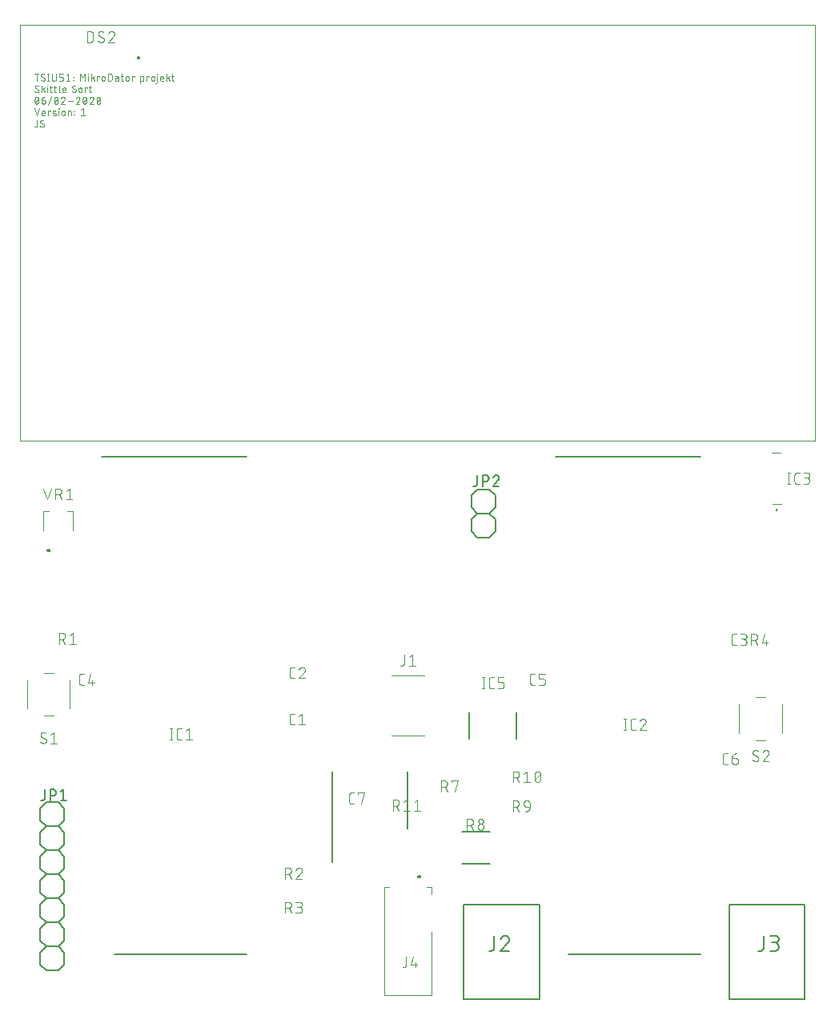
<source format=gbr>
G04 EAGLE Gerber RS-274X export*
G75*
%MOMM*%
%FSLAX34Y34*%
%LPD*%
%INSilkscreen Top*%
%IPPOS*%
%AMOC8*
5,1,8,0,0,1.08239X$1,22.5*%
G01*
%ADD10C,0.076200*%
%ADD11C,0.200000*%
%ADD12C,0.101600*%
%ADD13C,0.100000*%
%ADD14C,0.152400*%
%ADD15C,0.200000*%
%ADD16C,0.127000*%
%ADD17C,0.100000*%


D10*
X-392573Y580149D02*
X-392573Y587515D01*
X-394619Y587515D02*
X-390527Y587515D01*
X-383943Y581786D02*
X-383945Y581708D01*
X-383950Y581630D01*
X-383960Y581553D01*
X-383973Y581476D01*
X-383989Y581400D01*
X-384009Y581325D01*
X-384033Y581251D01*
X-384060Y581178D01*
X-384091Y581106D01*
X-384125Y581036D01*
X-384162Y580967D01*
X-384203Y580901D01*
X-384247Y580836D01*
X-384293Y580774D01*
X-384343Y580714D01*
X-384395Y580656D01*
X-384450Y580601D01*
X-384508Y580549D01*
X-384568Y580499D01*
X-384630Y580453D01*
X-384695Y580409D01*
X-384762Y580368D01*
X-384830Y580331D01*
X-384900Y580297D01*
X-384972Y580266D01*
X-385045Y580239D01*
X-385119Y580215D01*
X-385194Y580195D01*
X-385270Y580179D01*
X-385347Y580166D01*
X-385424Y580156D01*
X-385502Y580151D01*
X-385580Y580149D01*
X-385694Y580151D01*
X-385807Y580156D01*
X-385921Y580166D01*
X-386034Y580179D01*
X-386146Y580196D01*
X-386258Y580216D01*
X-386369Y580240D01*
X-386480Y580268D01*
X-386589Y580299D01*
X-386697Y580334D01*
X-386804Y580373D01*
X-386910Y580415D01*
X-387014Y580460D01*
X-387117Y580509D01*
X-387218Y580562D01*
X-387317Y580617D01*
X-387415Y580676D01*
X-387510Y580738D01*
X-387603Y580803D01*
X-387695Y580871D01*
X-387783Y580942D01*
X-387870Y581016D01*
X-387954Y581093D01*
X-388035Y581172D01*
X-387831Y585878D02*
X-387829Y585956D01*
X-387824Y586034D01*
X-387814Y586111D01*
X-387801Y586188D01*
X-387785Y586264D01*
X-387765Y586339D01*
X-387741Y586413D01*
X-387714Y586486D01*
X-387683Y586558D01*
X-387649Y586628D01*
X-387612Y586697D01*
X-387571Y586763D01*
X-387527Y586828D01*
X-387481Y586890D01*
X-387431Y586950D01*
X-387379Y587008D01*
X-387324Y587063D01*
X-387266Y587115D01*
X-387206Y587165D01*
X-387144Y587211D01*
X-387079Y587255D01*
X-387013Y587296D01*
X-386944Y587333D01*
X-386874Y587367D01*
X-386802Y587398D01*
X-386729Y587425D01*
X-386655Y587449D01*
X-386580Y587469D01*
X-386504Y587485D01*
X-386427Y587498D01*
X-386350Y587508D01*
X-386272Y587513D01*
X-386194Y587515D01*
X-386084Y587513D01*
X-385975Y587507D01*
X-385865Y587497D01*
X-385757Y587484D01*
X-385648Y587466D01*
X-385541Y587445D01*
X-385434Y587419D01*
X-385328Y587390D01*
X-385223Y587358D01*
X-385120Y587321D01*
X-385018Y587281D01*
X-384917Y587237D01*
X-384818Y587189D01*
X-384721Y587139D01*
X-384626Y587084D01*
X-384533Y587026D01*
X-384442Y586965D01*
X-384353Y586901D01*
X-387012Y584445D02*
X-387079Y584487D01*
X-387144Y584531D01*
X-387206Y584579D01*
X-387266Y584629D01*
X-387324Y584682D01*
X-387379Y584738D01*
X-387431Y584797D01*
X-387481Y584857D01*
X-387528Y584921D01*
X-387571Y584986D01*
X-387612Y585053D01*
X-387649Y585122D01*
X-387683Y585193D01*
X-387714Y585265D01*
X-387741Y585339D01*
X-387765Y585413D01*
X-387785Y585489D01*
X-387801Y585566D01*
X-387814Y585643D01*
X-387824Y585721D01*
X-387829Y585800D01*
X-387831Y585878D01*
X-384762Y583218D02*
X-384696Y583177D01*
X-384631Y583132D01*
X-384569Y583085D01*
X-384509Y583034D01*
X-384451Y582981D01*
X-384396Y582925D01*
X-384343Y582867D01*
X-384294Y582806D01*
X-384247Y582743D01*
X-384204Y582678D01*
X-384163Y582611D01*
X-384126Y582542D01*
X-384092Y582471D01*
X-384061Y582399D01*
X-384034Y582325D01*
X-384010Y582250D01*
X-383990Y582175D01*
X-383974Y582098D01*
X-383961Y582021D01*
X-383951Y581943D01*
X-383946Y581864D01*
X-383944Y581786D01*
X-384762Y583218D02*
X-387012Y584446D01*
X-380381Y587515D02*
X-380381Y580149D01*
X-381199Y580149D02*
X-379562Y580149D01*
X-379562Y587515D02*
X-381199Y587515D01*
X-376331Y587515D02*
X-376331Y582195D01*
X-376329Y582106D01*
X-376323Y582017D01*
X-376313Y581928D01*
X-376300Y581840D01*
X-376283Y581752D01*
X-376261Y581665D01*
X-376236Y581580D01*
X-376208Y581495D01*
X-376175Y581412D01*
X-376139Y581330D01*
X-376100Y581250D01*
X-376057Y581172D01*
X-376011Y581096D01*
X-375961Y581021D01*
X-375908Y580949D01*
X-375852Y580880D01*
X-375793Y580813D01*
X-375732Y580748D01*
X-375667Y580687D01*
X-375600Y580628D01*
X-375531Y580572D01*
X-375459Y580519D01*
X-375384Y580469D01*
X-375308Y580423D01*
X-375230Y580380D01*
X-375150Y580341D01*
X-375068Y580305D01*
X-374985Y580272D01*
X-374900Y580244D01*
X-374815Y580219D01*
X-374728Y580197D01*
X-374640Y580180D01*
X-374552Y580167D01*
X-374463Y580157D01*
X-374374Y580151D01*
X-374285Y580149D01*
X-374196Y580151D01*
X-374107Y580157D01*
X-374018Y580167D01*
X-373930Y580180D01*
X-373842Y580197D01*
X-373755Y580219D01*
X-373670Y580244D01*
X-373585Y580272D01*
X-373502Y580305D01*
X-373420Y580341D01*
X-373340Y580380D01*
X-373262Y580423D01*
X-373186Y580469D01*
X-373111Y580519D01*
X-373039Y580572D01*
X-372970Y580628D01*
X-372903Y580687D01*
X-372838Y580748D01*
X-372777Y580813D01*
X-372718Y580880D01*
X-372662Y580949D01*
X-372609Y581021D01*
X-372559Y581096D01*
X-372513Y581172D01*
X-372470Y581250D01*
X-372431Y581330D01*
X-372395Y581412D01*
X-372362Y581495D01*
X-372334Y581580D01*
X-372309Y581665D01*
X-372287Y581752D01*
X-372270Y581840D01*
X-372257Y581928D01*
X-372247Y582017D01*
X-372241Y582106D01*
X-372239Y582195D01*
X-372239Y587515D01*
X-368772Y580149D02*
X-366317Y580149D01*
X-366237Y580151D01*
X-366157Y580157D01*
X-366077Y580167D01*
X-365998Y580180D01*
X-365919Y580198D01*
X-365842Y580219D01*
X-365766Y580245D01*
X-365691Y580274D01*
X-365617Y580306D01*
X-365545Y580342D01*
X-365475Y580382D01*
X-365408Y580425D01*
X-365342Y580471D01*
X-365279Y580521D01*
X-365218Y580573D01*
X-365159Y580628D01*
X-365104Y580687D01*
X-365052Y580747D01*
X-365002Y580811D01*
X-364956Y580876D01*
X-364913Y580944D01*
X-364873Y581014D01*
X-364837Y581086D01*
X-364805Y581160D01*
X-364776Y581234D01*
X-364751Y581311D01*
X-364729Y581388D01*
X-364711Y581467D01*
X-364698Y581546D01*
X-364688Y581625D01*
X-364682Y581706D01*
X-364680Y581786D01*
X-364680Y582604D01*
X-364682Y582682D01*
X-364687Y582760D01*
X-364697Y582837D01*
X-364710Y582914D01*
X-364726Y582990D01*
X-364746Y583065D01*
X-364770Y583139D01*
X-364797Y583212D01*
X-364828Y583284D01*
X-364862Y583354D01*
X-364899Y583423D01*
X-364940Y583489D01*
X-364984Y583554D01*
X-365030Y583616D01*
X-365080Y583676D01*
X-365132Y583734D01*
X-365187Y583789D01*
X-365245Y583841D01*
X-365305Y583891D01*
X-365367Y583937D01*
X-365432Y583981D01*
X-365499Y584022D01*
X-365567Y584059D01*
X-365637Y584093D01*
X-365709Y584124D01*
X-365782Y584151D01*
X-365856Y584175D01*
X-365931Y584195D01*
X-366007Y584211D01*
X-366084Y584224D01*
X-366161Y584234D01*
X-366239Y584239D01*
X-366317Y584241D01*
X-368772Y584241D01*
X-368772Y587515D01*
X-364680Y587515D01*
X-361457Y585878D02*
X-359411Y587515D01*
X-359411Y580149D01*
X-361457Y580149D02*
X-357365Y580149D01*
X-354251Y580763D02*
X-354251Y581172D01*
X-353842Y581172D01*
X-353842Y580763D01*
X-354251Y580763D01*
X-354251Y584037D02*
X-354251Y584446D01*
X-353842Y584446D01*
X-353842Y584037D01*
X-354251Y584037D01*
X-346504Y587515D02*
X-346504Y580149D01*
X-344049Y583423D02*
X-346504Y587515D01*
X-344049Y583423D02*
X-341593Y587515D01*
X-341593Y580149D01*
X-338197Y580149D02*
X-338197Y585060D01*
X-338401Y587106D02*
X-338401Y587515D01*
X-337992Y587515D01*
X-337992Y587106D01*
X-338401Y587106D01*
X-334863Y587515D02*
X-334863Y580149D01*
X-334863Y582604D02*
X-331589Y585060D01*
X-333430Y583627D02*
X-331589Y580149D01*
X-328571Y580149D02*
X-328571Y585060D01*
X-326116Y585060D01*
X-326116Y584241D01*
X-323740Y583423D02*
X-323740Y581786D01*
X-323740Y583423D02*
X-323738Y583502D01*
X-323732Y583581D01*
X-323723Y583660D01*
X-323710Y583738D01*
X-323692Y583815D01*
X-323672Y583891D01*
X-323647Y583966D01*
X-323619Y584040D01*
X-323588Y584113D01*
X-323552Y584184D01*
X-323514Y584253D01*
X-323472Y584320D01*
X-323427Y584385D01*
X-323379Y584448D01*
X-323328Y584509D01*
X-323274Y584566D01*
X-323218Y584622D01*
X-323159Y584674D01*
X-323097Y584724D01*
X-323033Y584770D01*
X-322967Y584814D01*
X-322899Y584854D01*
X-322829Y584890D01*
X-322757Y584924D01*
X-322683Y584954D01*
X-322609Y584980D01*
X-322533Y585003D01*
X-322456Y585021D01*
X-322379Y585037D01*
X-322300Y585048D01*
X-322222Y585056D01*
X-322143Y585060D01*
X-322063Y585060D01*
X-321984Y585056D01*
X-321906Y585048D01*
X-321827Y585037D01*
X-321750Y585021D01*
X-321673Y585003D01*
X-321597Y584980D01*
X-321523Y584954D01*
X-321449Y584924D01*
X-321377Y584890D01*
X-321307Y584854D01*
X-321239Y584814D01*
X-321173Y584770D01*
X-321109Y584724D01*
X-321047Y584674D01*
X-320988Y584622D01*
X-320932Y584566D01*
X-320878Y584509D01*
X-320827Y584448D01*
X-320779Y584385D01*
X-320734Y584320D01*
X-320692Y584253D01*
X-320654Y584184D01*
X-320618Y584113D01*
X-320587Y584040D01*
X-320559Y583966D01*
X-320534Y583891D01*
X-320514Y583815D01*
X-320496Y583738D01*
X-320483Y583660D01*
X-320474Y583581D01*
X-320468Y583502D01*
X-320466Y583423D01*
X-320466Y581786D01*
X-320468Y581707D01*
X-320474Y581628D01*
X-320483Y581549D01*
X-320496Y581471D01*
X-320514Y581394D01*
X-320534Y581318D01*
X-320559Y581243D01*
X-320587Y581169D01*
X-320618Y581096D01*
X-320654Y581025D01*
X-320692Y580956D01*
X-320734Y580889D01*
X-320779Y580824D01*
X-320827Y580761D01*
X-320878Y580700D01*
X-320932Y580643D01*
X-320988Y580587D01*
X-321047Y580535D01*
X-321109Y580485D01*
X-321173Y580439D01*
X-321239Y580395D01*
X-321307Y580355D01*
X-321377Y580319D01*
X-321449Y580285D01*
X-321523Y580255D01*
X-321597Y580229D01*
X-321673Y580206D01*
X-321750Y580188D01*
X-321827Y580172D01*
X-321906Y580161D01*
X-321984Y580153D01*
X-322063Y580149D01*
X-322143Y580149D01*
X-322222Y580153D01*
X-322300Y580161D01*
X-322379Y580172D01*
X-322456Y580188D01*
X-322533Y580206D01*
X-322609Y580229D01*
X-322683Y580255D01*
X-322757Y580285D01*
X-322829Y580319D01*
X-322899Y580355D01*
X-322967Y580395D01*
X-323033Y580439D01*
X-323097Y580485D01*
X-323159Y580535D01*
X-323218Y580587D01*
X-323274Y580643D01*
X-323328Y580700D01*
X-323379Y580761D01*
X-323427Y580824D01*
X-323472Y580889D01*
X-323514Y580956D01*
X-323552Y581025D01*
X-323588Y581096D01*
X-323619Y581169D01*
X-323647Y581243D01*
X-323672Y581318D01*
X-323692Y581394D01*
X-323710Y581471D01*
X-323723Y581549D01*
X-323732Y581628D01*
X-323738Y581707D01*
X-323740Y581786D01*
X-317078Y580149D02*
X-317078Y587515D01*
X-315032Y587515D01*
X-314943Y587513D01*
X-314854Y587507D01*
X-314765Y587497D01*
X-314677Y587484D01*
X-314589Y587467D01*
X-314502Y587445D01*
X-314417Y587420D01*
X-314332Y587392D01*
X-314249Y587359D01*
X-314167Y587323D01*
X-314087Y587284D01*
X-314009Y587241D01*
X-313933Y587195D01*
X-313858Y587145D01*
X-313786Y587092D01*
X-313717Y587036D01*
X-313650Y586977D01*
X-313585Y586916D01*
X-313524Y586851D01*
X-313465Y586784D01*
X-313409Y586715D01*
X-313356Y586643D01*
X-313306Y586568D01*
X-313260Y586492D01*
X-313217Y586414D01*
X-313178Y586334D01*
X-313142Y586252D01*
X-313109Y586169D01*
X-313081Y586084D01*
X-313056Y585999D01*
X-313034Y585912D01*
X-313017Y585824D01*
X-313004Y585736D01*
X-312994Y585647D01*
X-312988Y585558D01*
X-312986Y585469D01*
X-312986Y582195D01*
X-312988Y582106D01*
X-312994Y582017D01*
X-313004Y581928D01*
X-313017Y581840D01*
X-313034Y581752D01*
X-313056Y581665D01*
X-313081Y581580D01*
X-313109Y581495D01*
X-313142Y581412D01*
X-313178Y581330D01*
X-313217Y581250D01*
X-313260Y581172D01*
X-313306Y581096D01*
X-313356Y581021D01*
X-313409Y580949D01*
X-313465Y580880D01*
X-313524Y580813D01*
X-313585Y580748D01*
X-313650Y580687D01*
X-313717Y580628D01*
X-313786Y580572D01*
X-313858Y580519D01*
X-313933Y580469D01*
X-314009Y580423D01*
X-314087Y580380D01*
X-314167Y580341D01*
X-314249Y580305D01*
X-314332Y580272D01*
X-314417Y580244D01*
X-314502Y580219D01*
X-314589Y580197D01*
X-314677Y580180D01*
X-314765Y580167D01*
X-314854Y580157D01*
X-314943Y580151D01*
X-315032Y580149D01*
X-317078Y580149D01*
X-308206Y583014D02*
X-306365Y583014D01*
X-308206Y583013D02*
X-308281Y583011D01*
X-308356Y583005D01*
X-308430Y582995D01*
X-308504Y582982D01*
X-308577Y582964D01*
X-308649Y582943D01*
X-308719Y582918D01*
X-308788Y582889D01*
X-308856Y582857D01*
X-308922Y582821D01*
X-308986Y582782D01*
X-309048Y582740D01*
X-309107Y582694D01*
X-309164Y582645D01*
X-309219Y582594D01*
X-309270Y582539D01*
X-309319Y582482D01*
X-309365Y582423D01*
X-309407Y582361D01*
X-309446Y582297D01*
X-309482Y582231D01*
X-309514Y582163D01*
X-309543Y582094D01*
X-309568Y582024D01*
X-309589Y581952D01*
X-309607Y581879D01*
X-309620Y581805D01*
X-309630Y581731D01*
X-309636Y581656D01*
X-309638Y581581D01*
X-309636Y581506D01*
X-309630Y581431D01*
X-309620Y581357D01*
X-309607Y581283D01*
X-309589Y581210D01*
X-309568Y581138D01*
X-309543Y581068D01*
X-309514Y580999D01*
X-309482Y580931D01*
X-309446Y580865D01*
X-309407Y580801D01*
X-309365Y580739D01*
X-309319Y580680D01*
X-309270Y580623D01*
X-309219Y580568D01*
X-309164Y580517D01*
X-309107Y580468D01*
X-309048Y580422D01*
X-308986Y580380D01*
X-308922Y580341D01*
X-308856Y580305D01*
X-308788Y580273D01*
X-308719Y580244D01*
X-308649Y580219D01*
X-308577Y580198D01*
X-308504Y580180D01*
X-308430Y580167D01*
X-308356Y580157D01*
X-308281Y580151D01*
X-308206Y580149D01*
X-306365Y580149D01*
X-306365Y583832D01*
X-306364Y583832D02*
X-306366Y583901D01*
X-306372Y583969D01*
X-306381Y584038D01*
X-306395Y584105D01*
X-306412Y584172D01*
X-306433Y584238D01*
X-306457Y584302D01*
X-306486Y584365D01*
X-306517Y584426D01*
X-306552Y584485D01*
X-306590Y584543D01*
X-306632Y584598D01*
X-306676Y584650D01*
X-306724Y584700D01*
X-306774Y584748D01*
X-306826Y584792D01*
X-306881Y584834D01*
X-306939Y584872D01*
X-306998Y584907D01*
X-307059Y584938D01*
X-307122Y584967D01*
X-307186Y584991D01*
X-307252Y585012D01*
X-307319Y585029D01*
X-307386Y585043D01*
X-307455Y585052D01*
X-307523Y585058D01*
X-307592Y585060D01*
X-309229Y585060D01*
X-303644Y585060D02*
X-301189Y585060D01*
X-302826Y587515D02*
X-302826Y581377D01*
X-302824Y581308D01*
X-302818Y581240D01*
X-302809Y581171D01*
X-302795Y581104D01*
X-302778Y581037D01*
X-302757Y580971D01*
X-302733Y580907D01*
X-302704Y580844D01*
X-302673Y580783D01*
X-302638Y580724D01*
X-302600Y580666D01*
X-302558Y580611D01*
X-302514Y580559D01*
X-302466Y580509D01*
X-302416Y580461D01*
X-302364Y580417D01*
X-302309Y580376D01*
X-302251Y580337D01*
X-302192Y580302D01*
X-302131Y580271D01*
X-302068Y580242D01*
X-302004Y580218D01*
X-301938Y580197D01*
X-301871Y580180D01*
X-301804Y580166D01*
X-301736Y580157D01*
X-301667Y580151D01*
X-301598Y580149D01*
X-301189Y580149D01*
X-298381Y581786D02*
X-298381Y583423D01*
X-298379Y583502D01*
X-298373Y583581D01*
X-298364Y583660D01*
X-298351Y583738D01*
X-298333Y583815D01*
X-298313Y583891D01*
X-298288Y583966D01*
X-298260Y584040D01*
X-298229Y584113D01*
X-298193Y584184D01*
X-298155Y584253D01*
X-298113Y584320D01*
X-298068Y584385D01*
X-298020Y584448D01*
X-297969Y584509D01*
X-297915Y584566D01*
X-297859Y584622D01*
X-297800Y584674D01*
X-297738Y584724D01*
X-297674Y584770D01*
X-297608Y584814D01*
X-297540Y584854D01*
X-297470Y584890D01*
X-297398Y584924D01*
X-297324Y584954D01*
X-297250Y584980D01*
X-297174Y585003D01*
X-297097Y585021D01*
X-297020Y585037D01*
X-296941Y585048D01*
X-296863Y585056D01*
X-296784Y585060D01*
X-296704Y585060D01*
X-296625Y585056D01*
X-296547Y585048D01*
X-296468Y585037D01*
X-296391Y585021D01*
X-296314Y585003D01*
X-296238Y584980D01*
X-296164Y584954D01*
X-296090Y584924D01*
X-296018Y584890D01*
X-295948Y584854D01*
X-295880Y584814D01*
X-295814Y584770D01*
X-295750Y584724D01*
X-295688Y584674D01*
X-295629Y584622D01*
X-295573Y584566D01*
X-295519Y584509D01*
X-295468Y584448D01*
X-295420Y584385D01*
X-295375Y584320D01*
X-295333Y584253D01*
X-295295Y584184D01*
X-295259Y584113D01*
X-295228Y584040D01*
X-295200Y583966D01*
X-295175Y583891D01*
X-295155Y583815D01*
X-295137Y583738D01*
X-295124Y583660D01*
X-295115Y583581D01*
X-295109Y583502D01*
X-295107Y583423D01*
X-295107Y581786D01*
X-295109Y581707D01*
X-295115Y581628D01*
X-295124Y581549D01*
X-295137Y581471D01*
X-295155Y581394D01*
X-295175Y581318D01*
X-295200Y581243D01*
X-295228Y581169D01*
X-295259Y581096D01*
X-295295Y581025D01*
X-295333Y580956D01*
X-295375Y580889D01*
X-295420Y580824D01*
X-295468Y580761D01*
X-295519Y580700D01*
X-295573Y580643D01*
X-295629Y580587D01*
X-295688Y580535D01*
X-295750Y580485D01*
X-295814Y580439D01*
X-295880Y580395D01*
X-295948Y580355D01*
X-296018Y580319D01*
X-296090Y580285D01*
X-296164Y580255D01*
X-296238Y580229D01*
X-296314Y580206D01*
X-296391Y580188D01*
X-296468Y580172D01*
X-296547Y580161D01*
X-296625Y580153D01*
X-296704Y580149D01*
X-296784Y580149D01*
X-296863Y580153D01*
X-296941Y580161D01*
X-297020Y580172D01*
X-297097Y580188D01*
X-297174Y580206D01*
X-297250Y580229D01*
X-297324Y580255D01*
X-297398Y580285D01*
X-297470Y580319D01*
X-297540Y580355D01*
X-297608Y580395D01*
X-297674Y580439D01*
X-297738Y580485D01*
X-297800Y580535D01*
X-297859Y580587D01*
X-297915Y580643D01*
X-297969Y580700D01*
X-298020Y580761D01*
X-298068Y580824D01*
X-298113Y580889D01*
X-298155Y580956D01*
X-298193Y581025D01*
X-298229Y581096D01*
X-298260Y581169D01*
X-298288Y581243D01*
X-298313Y581318D01*
X-298333Y581394D01*
X-298351Y581471D01*
X-298364Y581549D01*
X-298373Y581628D01*
X-298379Y581707D01*
X-298381Y581786D01*
X-291751Y580149D02*
X-291751Y585060D01*
X-289296Y585060D01*
X-289296Y584241D01*
X-282734Y585060D02*
X-282734Y577694D01*
X-282734Y585060D02*
X-280688Y585060D01*
X-280619Y585058D01*
X-280551Y585052D01*
X-280482Y585043D01*
X-280415Y585029D01*
X-280348Y585012D01*
X-280282Y584991D01*
X-280218Y584967D01*
X-280155Y584938D01*
X-280094Y584907D01*
X-280035Y584872D01*
X-279977Y584834D01*
X-279922Y584792D01*
X-279870Y584748D01*
X-279820Y584700D01*
X-279772Y584650D01*
X-279728Y584598D01*
X-279687Y584543D01*
X-279648Y584485D01*
X-279613Y584426D01*
X-279582Y584365D01*
X-279553Y584302D01*
X-279529Y584238D01*
X-279508Y584172D01*
X-279491Y584105D01*
X-279477Y584038D01*
X-279468Y583970D01*
X-279462Y583901D01*
X-279460Y583832D01*
X-279461Y583832D02*
X-279461Y581377D01*
X-279460Y581377D02*
X-279462Y581308D01*
X-279468Y581240D01*
X-279477Y581171D01*
X-279491Y581104D01*
X-279508Y581037D01*
X-279529Y580971D01*
X-279553Y580907D01*
X-279582Y580844D01*
X-279613Y580783D01*
X-279648Y580724D01*
X-279686Y580666D01*
X-279728Y580611D01*
X-279772Y580559D01*
X-279820Y580509D01*
X-279870Y580461D01*
X-279922Y580417D01*
X-279977Y580375D01*
X-280035Y580337D01*
X-280094Y580302D01*
X-280155Y580271D01*
X-280218Y580242D01*
X-280282Y580218D01*
X-280348Y580197D01*
X-280415Y580180D01*
X-280482Y580166D01*
X-280551Y580157D01*
X-280619Y580151D01*
X-280688Y580149D01*
X-282734Y580149D01*
X-276146Y580149D02*
X-276146Y585060D01*
X-273690Y585060D01*
X-273690Y584241D01*
X-271315Y583423D02*
X-271315Y581786D01*
X-271315Y583423D02*
X-271313Y583502D01*
X-271307Y583581D01*
X-271298Y583660D01*
X-271285Y583738D01*
X-271267Y583815D01*
X-271247Y583891D01*
X-271222Y583966D01*
X-271194Y584040D01*
X-271163Y584113D01*
X-271127Y584184D01*
X-271089Y584253D01*
X-271047Y584320D01*
X-271002Y584385D01*
X-270954Y584448D01*
X-270903Y584509D01*
X-270849Y584566D01*
X-270793Y584622D01*
X-270734Y584674D01*
X-270672Y584724D01*
X-270608Y584770D01*
X-270542Y584814D01*
X-270474Y584854D01*
X-270404Y584890D01*
X-270332Y584924D01*
X-270258Y584954D01*
X-270184Y584980D01*
X-270108Y585003D01*
X-270031Y585021D01*
X-269954Y585037D01*
X-269875Y585048D01*
X-269797Y585056D01*
X-269718Y585060D01*
X-269638Y585060D01*
X-269559Y585056D01*
X-269481Y585048D01*
X-269402Y585037D01*
X-269325Y585021D01*
X-269248Y585003D01*
X-269172Y584980D01*
X-269098Y584954D01*
X-269024Y584924D01*
X-268952Y584890D01*
X-268882Y584854D01*
X-268814Y584814D01*
X-268748Y584770D01*
X-268684Y584724D01*
X-268622Y584674D01*
X-268563Y584622D01*
X-268507Y584566D01*
X-268453Y584509D01*
X-268402Y584448D01*
X-268354Y584385D01*
X-268309Y584320D01*
X-268267Y584253D01*
X-268229Y584184D01*
X-268193Y584113D01*
X-268162Y584040D01*
X-268134Y583966D01*
X-268109Y583891D01*
X-268089Y583815D01*
X-268071Y583738D01*
X-268058Y583660D01*
X-268049Y583581D01*
X-268043Y583502D01*
X-268041Y583423D01*
X-268041Y581786D01*
X-268043Y581707D01*
X-268049Y581628D01*
X-268058Y581549D01*
X-268071Y581471D01*
X-268089Y581394D01*
X-268109Y581318D01*
X-268134Y581243D01*
X-268162Y581169D01*
X-268193Y581096D01*
X-268229Y581025D01*
X-268267Y580956D01*
X-268309Y580889D01*
X-268354Y580824D01*
X-268402Y580761D01*
X-268453Y580700D01*
X-268507Y580643D01*
X-268563Y580587D01*
X-268622Y580535D01*
X-268684Y580485D01*
X-268748Y580439D01*
X-268814Y580395D01*
X-268882Y580355D01*
X-268952Y580319D01*
X-269024Y580285D01*
X-269098Y580255D01*
X-269172Y580229D01*
X-269248Y580206D01*
X-269325Y580188D01*
X-269402Y580172D01*
X-269481Y580161D01*
X-269559Y580153D01*
X-269638Y580149D01*
X-269718Y580149D01*
X-269797Y580153D01*
X-269875Y580161D01*
X-269954Y580172D01*
X-270031Y580188D01*
X-270108Y580206D01*
X-270184Y580229D01*
X-270258Y580255D01*
X-270332Y580285D01*
X-270404Y580319D01*
X-270474Y580355D01*
X-270542Y580395D01*
X-270608Y580439D01*
X-270672Y580485D01*
X-270734Y580535D01*
X-270793Y580587D01*
X-270849Y580643D01*
X-270903Y580700D01*
X-270954Y580761D01*
X-271002Y580824D01*
X-271047Y580889D01*
X-271089Y580956D01*
X-271127Y581025D01*
X-271163Y581096D01*
X-271194Y581169D01*
X-271222Y581243D01*
X-271247Y581318D01*
X-271267Y581394D01*
X-271285Y581471D01*
X-271298Y581549D01*
X-271307Y581628D01*
X-271313Y581707D01*
X-271315Y581786D01*
X-265182Y578921D02*
X-265182Y585060D01*
X-265182Y578921D02*
X-265184Y578852D01*
X-265190Y578784D01*
X-265199Y578715D01*
X-265213Y578648D01*
X-265230Y578581D01*
X-265251Y578515D01*
X-265275Y578451D01*
X-265304Y578388D01*
X-265335Y578327D01*
X-265370Y578268D01*
X-265408Y578210D01*
X-265450Y578155D01*
X-265494Y578103D01*
X-265542Y578053D01*
X-265592Y578005D01*
X-265644Y577961D01*
X-265699Y577919D01*
X-265757Y577881D01*
X-265816Y577846D01*
X-265877Y577815D01*
X-265940Y577786D01*
X-266004Y577762D01*
X-266070Y577741D01*
X-266137Y577724D01*
X-266204Y577710D01*
X-266273Y577701D01*
X-266341Y577695D01*
X-266410Y577693D01*
X-266410Y577694D02*
X-266819Y577694D01*
X-265387Y587106D02*
X-265387Y587515D01*
X-264978Y587515D01*
X-264978Y587106D01*
X-265387Y587106D01*
X-260821Y580149D02*
X-258775Y580149D01*
X-260821Y580149D02*
X-260890Y580151D01*
X-260958Y580157D01*
X-261027Y580166D01*
X-261094Y580180D01*
X-261161Y580197D01*
X-261227Y580218D01*
X-261291Y580242D01*
X-261354Y580271D01*
X-261415Y580302D01*
X-261474Y580337D01*
X-261532Y580375D01*
X-261587Y580417D01*
X-261639Y580461D01*
X-261689Y580509D01*
X-261737Y580559D01*
X-261781Y580611D01*
X-261823Y580666D01*
X-261861Y580724D01*
X-261896Y580783D01*
X-261927Y580844D01*
X-261956Y580907D01*
X-261980Y580971D01*
X-262001Y581037D01*
X-262018Y581104D01*
X-262032Y581171D01*
X-262041Y581240D01*
X-262047Y581308D01*
X-262049Y581377D01*
X-262049Y583423D01*
X-262047Y583502D01*
X-262041Y583581D01*
X-262032Y583660D01*
X-262019Y583738D01*
X-262001Y583815D01*
X-261981Y583891D01*
X-261956Y583966D01*
X-261928Y584040D01*
X-261897Y584113D01*
X-261861Y584184D01*
X-261823Y584253D01*
X-261781Y584320D01*
X-261736Y584385D01*
X-261688Y584448D01*
X-261637Y584509D01*
X-261583Y584566D01*
X-261527Y584622D01*
X-261468Y584674D01*
X-261406Y584724D01*
X-261342Y584770D01*
X-261276Y584814D01*
X-261208Y584854D01*
X-261138Y584890D01*
X-261066Y584924D01*
X-260992Y584954D01*
X-260918Y584980D01*
X-260842Y585003D01*
X-260765Y585021D01*
X-260688Y585037D01*
X-260609Y585048D01*
X-260531Y585056D01*
X-260452Y585060D01*
X-260372Y585060D01*
X-260293Y585056D01*
X-260215Y585048D01*
X-260136Y585037D01*
X-260059Y585021D01*
X-259982Y585003D01*
X-259906Y584980D01*
X-259832Y584954D01*
X-259758Y584924D01*
X-259686Y584890D01*
X-259616Y584854D01*
X-259548Y584814D01*
X-259482Y584770D01*
X-259418Y584724D01*
X-259356Y584674D01*
X-259297Y584622D01*
X-259241Y584566D01*
X-259187Y584509D01*
X-259136Y584448D01*
X-259088Y584385D01*
X-259043Y584320D01*
X-259001Y584253D01*
X-258963Y584184D01*
X-258927Y584113D01*
X-258896Y584040D01*
X-258868Y583966D01*
X-258843Y583891D01*
X-258823Y583815D01*
X-258805Y583738D01*
X-258792Y583660D01*
X-258783Y583581D01*
X-258777Y583502D01*
X-258775Y583423D01*
X-258775Y582604D01*
X-262049Y582604D01*
X-255371Y580149D02*
X-255371Y587515D01*
X-252097Y585060D02*
X-255371Y582604D01*
X-253939Y583627D02*
X-252097Y580149D01*
X-250000Y585060D02*
X-247544Y585060D01*
X-249181Y587515D02*
X-249181Y581377D01*
X-249182Y581377D02*
X-249180Y581308D01*
X-249174Y581240D01*
X-249165Y581171D01*
X-249151Y581104D01*
X-249134Y581037D01*
X-249113Y580971D01*
X-249089Y580907D01*
X-249060Y580844D01*
X-249029Y580783D01*
X-248994Y580724D01*
X-248956Y580666D01*
X-248914Y580611D01*
X-248870Y580559D01*
X-248822Y580509D01*
X-248772Y580461D01*
X-248720Y580417D01*
X-248665Y580376D01*
X-248607Y580337D01*
X-248548Y580302D01*
X-248487Y580271D01*
X-248424Y580242D01*
X-248360Y580218D01*
X-248294Y580197D01*
X-248227Y580180D01*
X-248160Y580166D01*
X-248092Y580157D01*
X-248023Y580151D01*
X-247954Y580149D01*
X-247544Y580149D01*
X-390527Y569594D02*
X-390529Y569516D01*
X-390534Y569438D01*
X-390544Y569361D01*
X-390557Y569284D01*
X-390573Y569208D01*
X-390593Y569133D01*
X-390617Y569059D01*
X-390644Y568986D01*
X-390675Y568914D01*
X-390709Y568844D01*
X-390746Y568775D01*
X-390787Y568709D01*
X-390831Y568644D01*
X-390877Y568582D01*
X-390927Y568522D01*
X-390979Y568464D01*
X-391034Y568409D01*
X-391092Y568357D01*
X-391152Y568307D01*
X-391214Y568261D01*
X-391279Y568217D01*
X-391346Y568176D01*
X-391414Y568139D01*
X-391484Y568105D01*
X-391556Y568074D01*
X-391629Y568047D01*
X-391703Y568023D01*
X-391778Y568003D01*
X-391854Y567987D01*
X-391931Y567974D01*
X-392008Y567964D01*
X-392086Y567959D01*
X-392164Y567957D01*
X-392278Y567959D01*
X-392391Y567964D01*
X-392505Y567974D01*
X-392618Y567987D01*
X-392730Y568004D01*
X-392842Y568024D01*
X-392953Y568048D01*
X-393064Y568076D01*
X-393173Y568107D01*
X-393281Y568142D01*
X-393388Y568181D01*
X-393494Y568223D01*
X-393598Y568268D01*
X-393701Y568317D01*
X-393802Y568370D01*
X-393901Y568425D01*
X-393999Y568484D01*
X-394094Y568546D01*
X-394187Y568611D01*
X-394279Y568679D01*
X-394367Y568750D01*
X-394454Y568824D01*
X-394538Y568901D01*
X-394619Y568980D01*
X-394415Y573686D02*
X-394413Y573764D01*
X-394408Y573842D01*
X-394398Y573919D01*
X-394385Y573996D01*
X-394369Y574072D01*
X-394349Y574147D01*
X-394325Y574221D01*
X-394298Y574294D01*
X-394267Y574366D01*
X-394233Y574436D01*
X-394196Y574505D01*
X-394155Y574571D01*
X-394111Y574636D01*
X-394065Y574698D01*
X-394015Y574758D01*
X-393963Y574816D01*
X-393908Y574871D01*
X-393850Y574923D01*
X-393790Y574973D01*
X-393728Y575019D01*
X-393663Y575063D01*
X-393597Y575104D01*
X-393528Y575141D01*
X-393458Y575175D01*
X-393386Y575206D01*
X-393313Y575233D01*
X-393239Y575257D01*
X-393164Y575277D01*
X-393088Y575293D01*
X-393011Y575306D01*
X-392934Y575316D01*
X-392856Y575321D01*
X-392778Y575323D01*
X-392668Y575321D01*
X-392559Y575315D01*
X-392449Y575305D01*
X-392341Y575292D01*
X-392232Y575274D01*
X-392125Y575253D01*
X-392018Y575227D01*
X-391912Y575198D01*
X-391807Y575166D01*
X-391704Y575129D01*
X-391602Y575089D01*
X-391501Y575045D01*
X-391402Y574997D01*
X-391305Y574947D01*
X-391210Y574892D01*
X-391117Y574834D01*
X-391026Y574773D01*
X-390937Y574709D01*
X-393596Y572253D02*
X-393663Y572295D01*
X-393728Y572339D01*
X-393790Y572387D01*
X-393850Y572437D01*
X-393908Y572490D01*
X-393963Y572546D01*
X-394015Y572605D01*
X-394065Y572665D01*
X-394112Y572729D01*
X-394155Y572794D01*
X-394196Y572861D01*
X-394233Y572930D01*
X-394267Y573001D01*
X-394298Y573073D01*
X-394325Y573147D01*
X-394349Y573221D01*
X-394369Y573297D01*
X-394385Y573374D01*
X-394398Y573451D01*
X-394408Y573529D01*
X-394413Y573608D01*
X-394415Y573686D01*
X-391345Y571026D02*
X-391279Y570985D01*
X-391214Y570940D01*
X-391152Y570893D01*
X-391092Y570842D01*
X-391034Y570789D01*
X-390979Y570733D01*
X-390926Y570675D01*
X-390877Y570614D01*
X-390830Y570551D01*
X-390787Y570486D01*
X-390746Y570419D01*
X-390709Y570350D01*
X-390675Y570279D01*
X-390644Y570207D01*
X-390617Y570133D01*
X-390593Y570058D01*
X-390573Y569983D01*
X-390557Y569906D01*
X-390544Y569829D01*
X-390534Y569751D01*
X-390529Y569672D01*
X-390527Y569594D01*
X-391345Y571026D02*
X-393596Y572254D01*
X-387288Y575323D02*
X-387288Y567957D01*
X-387288Y570412D02*
X-384014Y572868D01*
X-385856Y571435D02*
X-384014Y567957D01*
X-381356Y567957D02*
X-381356Y572868D01*
X-381561Y574914D02*
X-381561Y575323D01*
X-381152Y575323D01*
X-381152Y574914D01*
X-381561Y574914D01*
X-378991Y572868D02*
X-376535Y572868D01*
X-378172Y575323D02*
X-378172Y569185D01*
X-378170Y569116D01*
X-378164Y569048D01*
X-378155Y568979D01*
X-378141Y568912D01*
X-378124Y568845D01*
X-378103Y568779D01*
X-378079Y568715D01*
X-378050Y568652D01*
X-378019Y568591D01*
X-377984Y568532D01*
X-377946Y568474D01*
X-377904Y568419D01*
X-377860Y568367D01*
X-377812Y568317D01*
X-377762Y568269D01*
X-377710Y568225D01*
X-377655Y568184D01*
X-377597Y568145D01*
X-377538Y568110D01*
X-377477Y568079D01*
X-377414Y568050D01*
X-377350Y568026D01*
X-377284Y568005D01*
X-377217Y567988D01*
X-377150Y567974D01*
X-377082Y567965D01*
X-377013Y567959D01*
X-376944Y567957D01*
X-376945Y567957D02*
X-376535Y567957D01*
X-374358Y572868D02*
X-371902Y572868D01*
X-373539Y575323D02*
X-373539Y569185D01*
X-373540Y569185D02*
X-373538Y569116D01*
X-373532Y569048D01*
X-373523Y568979D01*
X-373509Y568912D01*
X-373492Y568845D01*
X-373471Y568779D01*
X-373447Y568715D01*
X-373418Y568652D01*
X-373387Y568591D01*
X-373352Y568532D01*
X-373314Y568474D01*
X-373272Y568419D01*
X-373228Y568367D01*
X-373180Y568317D01*
X-373130Y568269D01*
X-373078Y568225D01*
X-373023Y568184D01*
X-372965Y568145D01*
X-372906Y568110D01*
X-372845Y568079D01*
X-372782Y568050D01*
X-372718Y568026D01*
X-372652Y568005D01*
X-372585Y567988D01*
X-372518Y567974D01*
X-372450Y567965D01*
X-372381Y567959D01*
X-372312Y567957D01*
X-371902Y567957D01*
X-369011Y569185D02*
X-369011Y575323D01*
X-369012Y569185D02*
X-369010Y569116D01*
X-369004Y569048D01*
X-368995Y568979D01*
X-368981Y568912D01*
X-368964Y568845D01*
X-368943Y568779D01*
X-368919Y568715D01*
X-368890Y568652D01*
X-368859Y568591D01*
X-368824Y568532D01*
X-368786Y568474D01*
X-368744Y568419D01*
X-368700Y568367D01*
X-368652Y568317D01*
X-368602Y568269D01*
X-368550Y568225D01*
X-368495Y568184D01*
X-368437Y568145D01*
X-368378Y568110D01*
X-368317Y568079D01*
X-368254Y568050D01*
X-368190Y568026D01*
X-368124Y568005D01*
X-368057Y567988D01*
X-367990Y567974D01*
X-367922Y567965D01*
X-367853Y567959D01*
X-367784Y567957D01*
X-363965Y567957D02*
X-361919Y567957D01*
X-363965Y567957D02*
X-364034Y567959D01*
X-364102Y567965D01*
X-364171Y567974D01*
X-364238Y567988D01*
X-364305Y568005D01*
X-364371Y568026D01*
X-364435Y568050D01*
X-364498Y568079D01*
X-364559Y568110D01*
X-364618Y568145D01*
X-364676Y568183D01*
X-364731Y568225D01*
X-364783Y568269D01*
X-364833Y568317D01*
X-364881Y568367D01*
X-364925Y568419D01*
X-364967Y568474D01*
X-365005Y568532D01*
X-365040Y568591D01*
X-365071Y568652D01*
X-365100Y568715D01*
X-365124Y568779D01*
X-365145Y568845D01*
X-365162Y568912D01*
X-365176Y568979D01*
X-365185Y569048D01*
X-365191Y569116D01*
X-365193Y569185D01*
X-365193Y571231D01*
X-365191Y571310D01*
X-365185Y571389D01*
X-365176Y571468D01*
X-365163Y571546D01*
X-365145Y571623D01*
X-365125Y571699D01*
X-365100Y571774D01*
X-365072Y571848D01*
X-365041Y571921D01*
X-365005Y571992D01*
X-364967Y572061D01*
X-364925Y572128D01*
X-364880Y572193D01*
X-364832Y572256D01*
X-364781Y572317D01*
X-364727Y572374D01*
X-364671Y572430D01*
X-364612Y572482D01*
X-364550Y572532D01*
X-364486Y572578D01*
X-364420Y572622D01*
X-364352Y572662D01*
X-364282Y572698D01*
X-364210Y572732D01*
X-364136Y572762D01*
X-364062Y572788D01*
X-363986Y572811D01*
X-363909Y572829D01*
X-363832Y572845D01*
X-363753Y572856D01*
X-363675Y572864D01*
X-363596Y572868D01*
X-363516Y572868D01*
X-363437Y572864D01*
X-363359Y572856D01*
X-363280Y572845D01*
X-363203Y572829D01*
X-363126Y572811D01*
X-363050Y572788D01*
X-362976Y572762D01*
X-362902Y572732D01*
X-362830Y572698D01*
X-362760Y572662D01*
X-362692Y572622D01*
X-362626Y572578D01*
X-362562Y572532D01*
X-362500Y572482D01*
X-362441Y572430D01*
X-362385Y572374D01*
X-362331Y572317D01*
X-362280Y572256D01*
X-362232Y572193D01*
X-362187Y572128D01*
X-362145Y572061D01*
X-362107Y571992D01*
X-362071Y571921D01*
X-362040Y571848D01*
X-362012Y571774D01*
X-361987Y571699D01*
X-361967Y571623D01*
X-361949Y571546D01*
X-361936Y571468D01*
X-361927Y571389D01*
X-361921Y571310D01*
X-361919Y571231D01*
X-361919Y570412D01*
X-365193Y570412D01*
X-352662Y567957D02*
X-352584Y567959D01*
X-352506Y567964D01*
X-352429Y567974D01*
X-352352Y567987D01*
X-352276Y568003D01*
X-352201Y568023D01*
X-352127Y568047D01*
X-352054Y568074D01*
X-351982Y568105D01*
X-351912Y568139D01*
X-351844Y568176D01*
X-351777Y568217D01*
X-351712Y568261D01*
X-351650Y568307D01*
X-351590Y568357D01*
X-351532Y568409D01*
X-351477Y568464D01*
X-351425Y568522D01*
X-351375Y568582D01*
X-351329Y568644D01*
X-351285Y568709D01*
X-351244Y568775D01*
X-351207Y568844D01*
X-351173Y568914D01*
X-351142Y568986D01*
X-351115Y569059D01*
X-351091Y569133D01*
X-351071Y569208D01*
X-351055Y569284D01*
X-351042Y569361D01*
X-351032Y569438D01*
X-351027Y569516D01*
X-351025Y569594D01*
X-352662Y567957D02*
X-352776Y567959D01*
X-352889Y567964D01*
X-353003Y567974D01*
X-353116Y567987D01*
X-353228Y568004D01*
X-353340Y568024D01*
X-353451Y568048D01*
X-353562Y568076D01*
X-353671Y568107D01*
X-353779Y568142D01*
X-353886Y568181D01*
X-353992Y568223D01*
X-354096Y568268D01*
X-354199Y568317D01*
X-354300Y568370D01*
X-354399Y568425D01*
X-354497Y568484D01*
X-354592Y568546D01*
X-354685Y568611D01*
X-354777Y568679D01*
X-354865Y568750D01*
X-354952Y568824D01*
X-355036Y568901D01*
X-355117Y568980D01*
X-354913Y573686D02*
X-354911Y573764D01*
X-354906Y573842D01*
X-354896Y573919D01*
X-354883Y573996D01*
X-354867Y574072D01*
X-354847Y574147D01*
X-354823Y574221D01*
X-354796Y574294D01*
X-354765Y574366D01*
X-354731Y574436D01*
X-354694Y574505D01*
X-354653Y574571D01*
X-354609Y574636D01*
X-354563Y574698D01*
X-354513Y574758D01*
X-354461Y574816D01*
X-354406Y574871D01*
X-354348Y574923D01*
X-354288Y574973D01*
X-354226Y575019D01*
X-354161Y575063D01*
X-354095Y575104D01*
X-354026Y575141D01*
X-353956Y575175D01*
X-353884Y575206D01*
X-353811Y575233D01*
X-353737Y575257D01*
X-353662Y575277D01*
X-353586Y575293D01*
X-353509Y575306D01*
X-353432Y575316D01*
X-353354Y575321D01*
X-353276Y575323D01*
X-353166Y575321D01*
X-353057Y575315D01*
X-352947Y575305D01*
X-352839Y575292D01*
X-352730Y575274D01*
X-352623Y575253D01*
X-352516Y575227D01*
X-352410Y575198D01*
X-352305Y575166D01*
X-352202Y575129D01*
X-352100Y575089D01*
X-351999Y575045D01*
X-351900Y574997D01*
X-351803Y574947D01*
X-351708Y574892D01*
X-351615Y574834D01*
X-351524Y574773D01*
X-351435Y574709D01*
X-354094Y572253D02*
X-354161Y572295D01*
X-354226Y572339D01*
X-354288Y572387D01*
X-354348Y572437D01*
X-354406Y572490D01*
X-354461Y572546D01*
X-354513Y572605D01*
X-354563Y572665D01*
X-354610Y572729D01*
X-354653Y572794D01*
X-354694Y572861D01*
X-354731Y572930D01*
X-354765Y573001D01*
X-354796Y573073D01*
X-354823Y573147D01*
X-354847Y573221D01*
X-354867Y573297D01*
X-354883Y573374D01*
X-354896Y573451D01*
X-354906Y573529D01*
X-354911Y573608D01*
X-354913Y573686D01*
X-351843Y571026D02*
X-351777Y570985D01*
X-351712Y570940D01*
X-351650Y570893D01*
X-351590Y570842D01*
X-351532Y570789D01*
X-351477Y570733D01*
X-351424Y570675D01*
X-351375Y570614D01*
X-351328Y570551D01*
X-351285Y570486D01*
X-351244Y570419D01*
X-351207Y570350D01*
X-351173Y570279D01*
X-351142Y570207D01*
X-351115Y570133D01*
X-351091Y570058D01*
X-351071Y569983D01*
X-351055Y569906D01*
X-351042Y569829D01*
X-351032Y569751D01*
X-351027Y569672D01*
X-351025Y569594D01*
X-351843Y571026D02*
X-354094Y572254D01*
X-348124Y571231D02*
X-348124Y569594D01*
X-348124Y571231D02*
X-348122Y571310D01*
X-348116Y571389D01*
X-348107Y571468D01*
X-348094Y571546D01*
X-348076Y571623D01*
X-348056Y571699D01*
X-348031Y571774D01*
X-348003Y571848D01*
X-347972Y571921D01*
X-347936Y571992D01*
X-347898Y572061D01*
X-347856Y572128D01*
X-347811Y572193D01*
X-347763Y572256D01*
X-347712Y572317D01*
X-347658Y572374D01*
X-347602Y572430D01*
X-347543Y572482D01*
X-347481Y572532D01*
X-347417Y572578D01*
X-347351Y572622D01*
X-347283Y572662D01*
X-347213Y572698D01*
X-347141Y572732D01*
X-347067Y572762D01*
X-346993Y572788D01*
X-346917Y572811D01*
X-346840Y572829D01*
X-346763Y572845D01*
X-346684Y572856D01*
X-346606Y572864D01*
X-346527Y572868D01*
X-346447Y572868D01*
X-346368Y572864D01*
X-346290Y572856D01*
X-346211Y572845D01*
X-346134Y572829D01*
X-346057Y572811D01*
X-345981Y572788D01*
X-345907Y572762D01*
X-345833Y572732D01*
X-345761Y572698D01*
X-345691Y572662D01*
X-345623Y572622D01*
X-345557Y572578D01*
X-345493Y572532D01*
X-345431Y572482D01*
X-345372Y572430D01*
X-345316Y572374D01*
X-345262Y572317D01*
X-345211Y572256D01*
X-345163Y572193D01*
X-345118Y572128D01*
X-345076Y572061D01*
X-345038Y571992D01*
X-345002Y571921D01*
X-344971Y571848D01*
X-344943Y571774D01*
X-344918Y571699D01*
X-344898Y571623D01*
X-344880Y571546D01*
X-344867Y571468D01*
X-344858Y571389D01*
X-344852Y571310D01*
X-344850Y571231D01*
X-344851Y571231D02*
X-344851Y569594D01*
X-344850Y569594D02*
X-344852Y569515D01*
X-344858Y569436D01*
X-344867Y569357D01*
X-344880Y569279D01*
X-344898Y569202D01*
X-344918Y569126D01*
X-344943Y569051D01*
X-344971Y568977D01*
X-345002Y568904D01*
X-345038Y568833D01*
X-345076Y568764D01*
X-345118Y568697D01*
X-345163Y568632D01*
X-345211Y568569D01*
X-345262Y568508D01*
X-345316Y568451D01*
X-345372Y568395D01*
X-345431Y568343D01*
X-345493Y568293D01*
X-345557Y568247D01*
X-345623Y568203D01*
X-345691Y568163D01*
X-345761Y568127D01*
X-345833Y568093D01*
X-345907Y568063D01*
X-345981Y568037D01*
X-346057Y568014D01*
X-346134Y567996D01*
X-346211Y567980D01*
X-346290Y567969D01*
X-346368Y567961D01*
X-346447Y567957D01*
X-346527Y567957D01*
X-346606Y567961D01*
X-346684Y567969D01*
X-346763Y567980D01*
X-346840Y567996D01*
X-346917Y568014D01*
X-346993Y568037D01*
X-347067Y568063D01*
X-347141Y568093D01*
X-347213Y568127D01*
X-347283Y568163D01*
X-347351Y568203D01*
X-347417Y568247D01*
X-347481Y568293D01*
X-347543Y568343D01*
X-347602Y568395D01*
X-347658Y568451D01*
X-347712Y568508D01*
X-347763Y568569D01*
X-347811Y568632D01*
X-347856Y568697D01*
X-347898Y568764D01*
X-347936Y568833D01*
X-347972Y568904D01*
X-348003Y568977D01*
X-348031Y569051D01*
X-348056Y569126D01*
X-348076Y569202D01*
X-348094Y569279D01*
X-348107Y569357D01*
X-348116Y569436D01*
X-348122Y569515D01*
X-348124Y569594D01*
X-341494Y567957D02*
X-341494Y572868D01*
X-339039Y572868D01*
X-339039Y572049D01*
X-337294Y572868D02*
X-334839Y572868D01*
X-336476Y575323D02*
X-336476Y569185D01*
X-336474Y569116D01*
X-336468Y569048D01*
X-336459Y568979D01*
X-336445Y568912D01*
X-336428Y568845D01*
X-336407Y568779D01*
X-336383Y568715D01*
X-336354Y568652D01*
X-336323Y568591D01*
X-336288Y568532D01*
X-336250Y568474D01*
X-336208Y568419D01*
X-336164Y568367D01*
X-336116Y568317D01*
X-336066Y568269D01*
X-336014Y568225D01*
X-335959Y568184D01*
X-335901Y568145D01*
X-335842Y568110D01*
X-335781Y568079D01*
X-335718Y568050D01*
X-335654Y568026D01*
X-335588Y568005D01*
X-335521Y567988D01*
X-335454Y567974D01*
X-335386Y567965D01*
X-335317Y567959D01*
X-335248Y567957D01*
X-334839Y567957D01*
X-394005Y562108D02*
X-394071Y561969D01*
X-394132Y561830D01*
X-394191Y561688D01*
X-394245Y561545D01*
X-394296Y561401D01*
X-394344Y561256D01*
X-394387Y561109D01*
X-394427Y560961D01*
X-394464Y560813D01*
X-394496Y560663D01*
X-394525Y560513D01*
X-394550Y560362D01*
X-394571Y560211D01*
X-394588Y560059D01*
X-394602Y559906D01*
X-394611Y559754D01*
X-394617Y559601D01*
X-394619Y559448D01*
X-394005Y562108D02*
X-393979Y562178D01*
X-393949Y562247D01*
X-393917Y562315D01*
X-393880Y562381D01*
X-393841Y562445D01*
X-393798Y562507D01*
X-393753Y562566D01*
X-393704Y562624D01*
X-393653Y562678D01*
X-393599Y562731D01*
X-393542Y562780D01*
X-393483Y562827D01*
X-393422Y562870D01*
X-393359Y562911D01*
X-393294Y562948D01*
X-393227Y562983D01*
X-393158Y563013D01*
X-393088Y563041D01*
X-393017Y563064D01*
X-392945Y563085D01*
X-392872Y563101D01*
X-392798Y563114D01*
X-392723Y563124D01*
X-392648Y563129D01*
X-392573Y563131D01*
X-392498Y563129D01*
X-392423Y563124D01*
X-392348Y563114D01*
X-392274Y563101D01*
X-392201Y563085D01*
X-392129Y563064D01*
X-392058Y563041D01*
X-391988Y563013D01*
X-391919Y562983D01*
X-391852Y562948D01*
X-391787Y562911D01*
X-391724Y562870D01*
X-391663Y562827D01*
X-391604Y562780D01*
X-391547Y562731D01*
X-391493Y562678D01*
X-391442Y562624D01*
X-391394Y562566D01*
X-391348Y562507D01*
X-391305Y562445D01*
X-391266Y562381D01*
X-391230Y562315D01*
X-391197Y562248D01*
X-391167Y562178D01*
X-391141Y562108D01*
X-391076Y561970D01*
X-391014Y561830D01*
X-390956Y561688D01*
X-390901Y561545D01*
X-390850Y561401D01*
X-390802Y561256D01*
X-390759Y561109D01*
X-390719Y560962D01*
X-390682Y560813D01*
X-390650Y560663D01*
X-390621Y560513D01*
X-390596Y560362D01*
X-390575Y560211D01*
X-390558Y560059D01*
X-390544Y559906D01*
X-390535Y559754D01*
X-390529Y559601D01*
X-390527Y559448D01*
X-394620Y559448D02*
X-394618Y559295D01*
X-394612Y559142D01*
X-394603Y558989D01*
X-394589Y558837D01*
X-394572Y558685D01*
X-394551Y558534D01*
X-394526Y558383D01*
X-394497Y558232D01*
X-394465Y558083D01*
X-394428Y557934D01*
X-394388Y557787D01*
X-394345Y557640D01*
X-394297Y557495D01*
X-394246Y557350D01*
X-394191Y557208D01*
X-394133Y557066D01*
X-394071Y556926D01*
X-394006Y556788D01*
X-394005Y556788D02*
X-393979Y556718D01*
X-393949Y556648D01*
X-393917Y556581D01*
X-393880Y556515D01*
X-393841Y556451D01*
X-393798Y556389D01*
X-393752Y556330D01*
X-393704Y556272D01*
X-393653Y556218D01*
X-393599Y556165D01*
X-393542Y556116D01*
X-393483Y556069D01*
X-393422Y556026D01*
X-393359Y555985D01*
X-393294Y555948D01*
X-393227Y555913D01*
X-393158Y555883D01*
X-393088Y555855D01*
X-393017Y555832D01*
X-392945Y555811D01*
X-392872Y555795D01*
X-392798Y555782D01*
X-392723Y555772D01*
X-392648Y555767D01*
X-392573Y555765D01*
X-391141Y556788D02*
X-391076Y556926D01*
X-391014Y557066D01*
X-390956Y557208D01*
X-390901Y557351D01*
X-390850Y557495D01*
X-390802Y557640D01*
X-390759Y557787D01*
X-390719Y557935D01*
X-390682Y558083D01*
X-390650Y558233D01*
X-390621Y558383D01*
X-390596Y558534D01*
X-390575Y558685D01*
X-390558Y558837D01*
X-390544Y558990D01*
X-390535Y559142D01*
X-390529Y559295D01*
X-390527Y559448D01*
X-391141Y556788D02*
X-391167Y556717D01*
X-391197Y556648D01*
X-391230Y556581D01*
X-391266Y556515D01*
X-391305Y556451D01*
X-391348Y556389D01*
X-391394Y556330D01*
X-391442Y556272D01*
X-391493Y556218D01*
X-391547Y556165D01*
X-391604Y556116D01*
X-391663Y556069D01*
X-391724Y556026D01*
X-391787Y555985D01*
X-391852Y555948D01*
X-391919Y555913D01*
X-391988Y555883D01*
X-392058Y555855D01*
X-392129Y555832D01*
X-392201Y555811D01*
X-392274Y555795D01*
X-392348Y555782D01*
X-392423Y555772D01*
X-392498Y555767D01*
X-392573Y555765D01*
X-394210Y557402D02*
X-390936Y561494D01*
X-387304Y559857D02*
X-384848Y559857D01*
X-384768Y559855D01*
X-384688Y559849D01*
X-384608Y559839D01*
X-384529Y559826D01*
X-384450Y559808D01*
X-384373Y559787D01*
X-384297Y559761D01*
X-384222Y559732D01*
X-384148Y559700D01*
X-384076Y559664D01*
X-384006Y559624D01*
X-383939Y559581D01*
X-383873Y559535D01*
X-383810Y559485D01*
X-383749Y559433D01*
X-383690Y559378D01*
X-383635Y559319D01*
X-383583Y559259D01*
X-383533Y559195D01*
X-383487Y559129D01*
X-383444Y559062D01*
X-383404Y558992D01*
X-383368Y558920D01*
X-383336Y558846D01*
X-383307Y558772D01*
X-383281Y558695D01*
X-383260Y558618D01*
X-383242Y558539D01*
X-383229Y558460D01*
X-383219Y558380D01*
X-383213Y558300D01*
X-383211Y558220D01*
X-383212Y558220D02*
X-383212Y557811D01*
X-383214Y557722D01*
X-383220Y557633D01*
X-383230Y557544D01*
X-383243Y557456D01*
X-383260Y557368D01*
X-383282Y557281D01*
X-383307Y557196D01*
X-383335Y557111D01*
X-383368Y557028D01*
X-383404Y556946D01*
X-383443Y556866D01*
X-383486Y556788D01*
X-383532Y556712D01*
X-383582Y556637D01*
X-383635Y556565D01*
X-383691Y556496D01*
X-383750Y556429D01*
X-383811Y556364D01*
X-383876Y556303D01*
X-383943Y556244D01*
X-384012Y556188D01*
X-384084Y556135D01*
X-384159Y556085D01*
X-384235Y556039D01*
X-384313Y555996D01*
X-384393Y555957D01*
X-384475Y555921D01*
X-384558Y555888D01*
X-384643Y555860D01*
X-384728Y555835D01*
X-384815Y555813D01*
X-384903Y555796D01*
X-384991Y555783D01*
X-385080Y555773D01*
X-385169Y555767D01*
X-385258Y555765D01*
X-385347Y555767D01*
X-385436Y555773D01*
X-385525Y555783D01*
X-385613Y555796D01*
X-385701Y555813D01*
X-385788Y555835D01*
X-385873Y555860D01*
X-385958Y555888D01*
X-386041Y555921D01*
X-386123Y555957D01*
X-386203Y555996D01*
X-386281Y556039D01*
X-386357Y556085D01*
X-386432Y556135D01*
X-386504Y556188D01*
X-386573Y556244D01*
X-386640Y556303D01*
X-386705Y556364D01*
X-386766Y556429D01*
X-386825Y556496D01*
X-386881Y556565D01*
X-386934Y556637D01*
X-386984Y556712D01*
X-387030Y556788D01*
X-387073Y556866D01*
X-387112Y556946D01*
X-387148Y557028D01*
X-387181Y557111D01*
X-387209Y557196D01*
X-387234Y557281D01*
X-387256Y557368D01*
X-387273Y557456D01*
X-387286Y557544D01*
X-387296Y557633D01*
X-387302Y557722D01*
X-387304Y557811D01*
X-387304Y559857D01*
X-387302Y559969D01*
X-387296Y560080D01*
X-387287Y560192D01*
X-387274Y560303D01*
X-387256Y560413D01*
X-387236Y560523D01*
X-387211Y560632D01*
X-387183Y560740D01*
X-387151Y560847D01*
X-387115Y560953D01*
X-387076Y561058D01*
X-387033Y561161D01*
X-386987Y561263D01*
X-386937Y561363D01*
X-386884Y561462D01*
X-386827Y561558D01*
X-386768Y561653D01*
X-386705Y561745D01*
X-386639Y561835D01*
X-386570Y561923D01*
X-386498Y562009D01*
X-386423Y562092D01*
X-386345Y562172D01*
X-386265Y562250D01*
X-386182Y562325D01*
X-386096Y562397D01*
X-386008Y562466D01*
X-385918Y562532D01*
X-385826Y562595D01*
X-385731Y562654D01*
X-385635Y562711D01*
X-385536Y562764D01*
X-385436Y562814D01*
X-385334Y562860D01*
X-385231Y562903D01*
X-385126Y562942D01*
X-385020Y562978D01*
X-384913Y563010D01*
X-384805Y563038D01*
X-384696Y563063D01*
X-384586Y563083D01*
X-384476Y563101D01*
X-384365Y563114D01*
X-384253Y563123D01*
X-384142Y563129D01*
X-384030Y563131D01*
X-377037Y563949D02*
X-380311Y554947D01*
X-374136Y559448D02*
X-374134Y559601D01*
X-374128Y559754D01*
X-374119Y559906D01*
X-374105Y560059D01*
X-374088Y560211D01*
X-374067Y560362D01*
X-374042Y560513D01*
X-374013Y560663D01*
X-373981Y560813D01*
X-373944Y560961D01*
X-373904Y561109D01*
X-373861Y561256D01*
X-373813Y561401D01*
X-373762Y561545D01*
X-373708Y561688D01*
X-373649Y561830D01*
X-373588Y561969D01*
X-373522Y562108D01*
X-373496Y562178D01*
X-373466Y562247D01*
X-373434Y562315D01*
X-373397Y562381D01*
X-373358Y562445D01*
X-373315Y562507D01*
X-373270Y562566D01*
X-373221Y562624D01*
X-373170Y562678D01*
X-373116Y562731D01*
X-373059Y562780D01*
X-373000Y562827D01*
X-372939Y562870D01*
X-372876Y562911D01*
X-372811Y562948D01*
X-372744Y562983D01*
X-372675Y563013D01*
X-372605Y563041D01*
X-372534Y563064D01*
X-372462Y563085D01*
X-372389Y563101D01*
X-372315Y563114D01*
X-372240Y563124D01*
X-372165Y563129D01*
X-372090Y563131D01*
X-372015Y563129D01*
X-371940Y563124D01*
X-371865Y563114D01*
X-371791Y563101D01*
X-371718Y563085D01*
X-371646Y563064D01*
X-371575Y563041D01*
X-371505Y563013D01*
X-371436Y562983D01*
X-371369Y562948D01*
X-371304Y562911D01*
X-371241Y562870D01*
X-371180Y562827D01*
X-371121Y562780D01*
X-371064Y562731D01*
X-371010Y562678D01*
X-370959Y562624D01*
X-370911Y562566D01*
X-370865Y562507D01*
X-370822Y562445D01*
X-370783Y562381D01*
X-370747Y562315D01*
X-370714Y562248D01*
X-370684Y562178D01*
X-370658Y562108D01*
X-370593Y561970D01*
X-370531Y561830D01*
X-370473Y561688D01*
X-370418Y561545D01*
X-370367Y561401D01*
X-370319Y561256D01*
X-370276Y561109D01*
X-370236Y560962D01*
X-370199Y560813D01*
X-370167Y560663D01*
X-370138Y560513D01*
X-370113Y560362D01*
X-370092Y560211D01*
X-370075Y560059D01*
X-370061Y559906D01*
X-370052Y559754D01*
X-370046Y559601D01*
X-370044Y559448D01*
X-374137Y559448D02*
X-374135Y559295D01*
X-374129Y559142D01*
X-374120Y558989D01*
X-374106Y558837D01*
X-374089Y558685D01*
X-374068Y558534D01*
X-374043Y558383D01*
X-374014Y558232D01*
X-373982Y558083D01*
X-373945Y557934D01*
X-373905Y557787D01*
X-373862Y557640D01*
X-373814Y557495D01*
X-373763Y557350D01*
X-373708Y557208D01*
X-373650Y557066D01*
X-373588Y556926D01*
X-373523Y556788D01*
X-373522Y556788D02*
X-373496Y556718D01*
X-373466Y556648D01*
X-373434Y556581D01*
X-373397Y556515D01*
X-373358Y556451D01*
X-373315Y556389D01*
X-373269Y556330D01*
X-373221Y556272D01*
X-373170Y556218D01*
X-373116Y556165D01*
X-373059Y556116D01*
X-373000Y556069D01*
X-372939Y556026D01*
X-372876Y555985D01*
X-372811Y555948D01*
X-372744Y555913D01*
X-372675Y555883D01*
X-372605Y555855D01*
X-372534Y555832D01*
X-372462Y555811D01*
X-372389Y555795D01*
X-372315Y555782D01*
X-372240Y555772D01*
X-372165Y555767D01*
X-372090Y555765D01*
X-370658Y556788D02*
X-370593Y556926D01*
X-370531Y557066D01*
X-370473Y557208D01*
X-370418Y557351D01*
X-370367Y557495D01*
X-370319Y557640D01*
X-370276Y557787D01*
X-370236Y557935D01*
X-370199Y558083D01*
X-370167Y558233D01*
X-370138Y558383D01*
X-370113Y558534D01*
X-370092Y558685D01*
X-370075Y558837D01*
X-370061Y558990D01*
X-370052Y559142D01*
X-370046Y559295D01*
X-370044Y559448D01*
X-370658Y556788D02*
X-370684Y556717D01*
X-370714Y556648D01*
X-370747Y556581D01*
X-370783Y556515D01*
X-370822Y556451D01*
X-370865Y556389D01*
X-370911Y556330D01*
X-370959Y556272D01*
X-371010Y556218D01*
X-371064Y556165D01*
X-371121Y556116D01*
X-371180Y556069D01*
X-371241Y556026D01*
X-371304Y555985D01*
X-371369Y555948D01*
X-371436Y555913D01*
X-371505Y555883D01*
X-371575Y555855D01*
X-371646Y555832D01*
X-371718Y555811D01*
X-371791Y555795D01*
X-371865Y555782D01*
X-371940Y555772D01*
X-372015Y555767D01*
X-372090Y555765D01*
X-373727Y557402D02*
X-370453Y561494D01*
X-364571Y563132D02*
X-364486Y563130D01*
X-364401Y563124D01*
X-364317Y563114D01*
X-364233Y563101D01*
X-364149Y563083D01*
X-364067Y563062D01*
X-363986Y563037D01*
X-363906Y563008D01*
X-363827Y562975D01*
X-363750Y562939D01*
X-363675Y562899D01*
X-363601Y562856D01*
X-363530Y562810D01*
X-363461Y562760D01*
X-363394Y562707D01*
X-363330Y562651D01*
X-363269Y562592D01*
X-363210Y562531D01*
X-363154Y562467D01*
X-363101Y562400D01*
X-363051Y562331D01*
X-363005Y562260D01*
X-362962Y562186D01*
X-362922Y562111D01*
X-362886Y562034D01*
X-362853Y561955D01*
X-362824Y561875D01*
X-362799Y561794D01*
X-362778Y561712D01*
X-362760Y561628D01*
X-362747Y561544D01*
X-362737Y561460D01*
X-362731Y561375D01*
X-362729Y561290D01*
X-364571Y563131D02*
X-364667Y563129D01*
X-364763Y563123D01*
X-364858Y563113D01*
X-364953Y563100D01*
X-365048Y563082D01*
X-365141Y563061D01*
X-365234Y563036D01*
X-365325Y563007D01*
X-365416Y562975D01*
X-365505Y562939D01*
X-365592Y562899D01*
X-365678Y562856D01*
X-365762Y562810D01*
X-365844Y562760D01*
X-365924Y562706D01*
X-366001Y562650D01*
X-366076Y562590D01*
X-366149Y562528D01*
X-366219Y562462D01*
X-366287Y562394D01*
X-366352Y562323D01*
X-366413Y562250D01*
X-366472Y562174D01*
X-366528Y562095D01*
X-366580Y562015D01*
X-366629Y561932D01*
X-366675Y561848D01*
X-366717Y561762D01*
X-366755Y561674D01*
X-366790Y561585D01*
X-366822Y561494D01*
X-363343Y559858D02*
X-363283Y559917D01*
X-363226Y559979D01*
X-363171Y560043D01*
X-363120Y560110D01*
X-363071Y560179D01*
X-363025Y560249D01*
X-362982Y560322D01*
X-362942Y560396D01*
X-362906Y560472D01*
X-362873Y560550D01*
X-362843Y560629D01*
X-362816Y560709D01*
X-362793Y560790D01*
X-362774Y560872D01*
X-362758Y560954D01*
X-362745Y561038D01*
X-362736Y561122D01*
X-362731Y561206D01*
X-362729Y561290D01*
X-363343Y559857D02*
X-366821Y555765D01*
X-362729Y555765D01*
X-359428Y558630D02*
X-354517Y558630D01*
X-348965Y563132D02*
X-348880Y563130D01*
X-348795Y563124D01*
X-348711Y563114D01*
X-348627Y563101D01*
X-348543Y563083D01*
X-348461Y563062D01*
X-348380Y563037D01*
X-348300Y563008D01*
X-348221Y562975D01*
X-348144Y562939D01*
X-348069Y562899D01*
X-347995Y562856D01*
X-347924Y562810D01*
X-347855Y562760D01*
X-347788Y562707D01*
X-347724Y562651D01*
X-347663Y562592D01*
X-347604Y562531D01*
X-347548Y562467D01*
X-347495Y562400D01*
X-347445Y562331D01*
X-347399Y562260D01*
X-347356Y562186D01*
X-347316Y562111D01*
X-347280Y562034D01*
X-347247Y561955D01*
X-347218Y561875D01*
X-347193Y561794D01*
X-347172Y561712D01*
X-347154Y561628D01*
X-347141Y561544D01*
X-347131Y561460D01*
X-347125Y561375D01*
X-347123Y561290D01*
X-348965Y563131D02*
X-349061Y563129D01*
X-349157Y563123D01*
X-349252Y563113D01*
X-349347Y563100D01*
X-349442Y563082D01*
X-349535Y563061D01*
X-349628Y563036D01*
X-349719Y563007D01*
X-349810Y562975D01*
X-349899Y562939D01*
X-349986Y562899D01*
X-350072Y562856D01*
X-350156Y562810D01*
X-350238Y562760D01*
X-350318Y562706D01*
X-350395Y562650D01*
X-350470Y562590D01*
X-350543Y562528D01*
X-350613Y562462D01*
X-350681Y562394D01*
X-350746Y562323D01*
X-350807Y562250D01*
X-350866Y562174D01*
X-350922Y562095D01*
X-350974Y562015D01*
X-351023Y561932D01*
X-351069Y561848D01*
X-351111Y561762D01*
X-351149Y561674D01*
X-351184Y561585D01*
X-351216Y561494D01*
X-347737Y559858D02*
X-347677Y559917D01*
X-347620Y559979D01*
X-347565Y560043D01*
X-347514Y560110D01*
X-347465Y560179D01*
X-347419Y560249D01*
X-347376Y560322D01*
X-347336Y560396D01*
X-347300Y560472D01*
X-347267Y560550D01*
X-347237Y560629D01*
X-347210Y560709D01*
X-347187Y560790D01*
X-347168Y560872D01*
X-347152Y560954D01*
X-347139Y561038D01*
X-347130Y561122D01*
X-347125Y561206D01*
X-347123Y561290D01*
X-347737Y559857D02*
X-351215Y555765D01*
X-347123Y555765D01*
X-343900Y559448D02*
X-343898Y559601D01*
X-343892Y559754D01*
X-343883Y559906D01*
X-343869Y560059D01*
X-343852Y560211D01*
X-343831Y560362D01*
X-343806Y560513D01*
X-343777Y560663D01*
X-343745Y560813D01*
X-343708Y560961D01*
X-343668Y561109D01*
X-343625Y561256D01*
X-343577Y561401D01*
X-343526Y561545D01*
X-343472Y561688D01*
X-343413Y561830D01*
X-343352Y561969D01*
X-343286Y562108D01*
X-343260Y562178D01*
X-343230Y562247D01*
X-343198Y562315D01*
X-343161Y562381D01*
X-343122Y562445D01*
X-343079Y562507D01*
X-343034Y562566D01*
X-342985Y562624D01*
X-342934Y562678D01*
X-342880Y562731D01*
X-342823Y562780D01*
X-342764Y562827D01*
X-342703Y562870D01*
X-342640Y562911D01*
X-342575Y562948D01*
X-342508Y562983D01*
X-342439Y563013D01*
X-342369Y563041D01*
X-342298Y563064D01*
X-342226Y563085D01*
X-342153Y563101D01*
X-342079Y563114D01*
X-342004Y563124D01*
X-341929Y563129D01*
X-341854Y563131D01*
X-341779Y563129D01*
X-341704Y563124D01*
X-341629Y563114D01*
X-341555Y563101D01*
X-341482Y563085D01*
X-341410Y563064D01*
X-341339Y563041D01*
X-341269Y563013D01*
X-341200Y562983D01*
X-341133Y562948D01*
X-341068Y562911D01*
X-341005Y562870D01*
X-340944Y562827D01*
X-340885Y562780D01*
X-340828Y562731D01*
X-340774Y562678D01*
X-340723Y562624D01*
X-340675Y562566D01*
X-340629Y562507D01*
X-340586Y562445D01*
X-340547Y562381D01*
X-340511Y562315D01*
X-340478Y562248D01*
X-340448Y562178D01*
X-340422Y562108D01*
X-340357Y561970D01*
X-340295Y561830D01*
X-340237Y561688D01*
X-340182Y561545D01*
X-340131Y561401D01*
X-340083Y561256D01*
X-340040Y561109D01*
X-340000Y560962D01*
X-339963Y560813D01*
X-339931Y560663D01*
X-339902Y560513D01*
X-339877Y560362D01*
X-339856Y560211D01*
X-339839Y560059D01*
X-339825Y559906D01*
X-339816Y559754D01*
X-339810Y559601D01*
X-339808Y559448D01*
X-343901Y559448D02*
X-343899Y559295D01*
X-343893Y559142D01*
X-343884Y558989D01*
X-343870Y558837D01*
X-343853Y558685D01*
X-343832Y558534D01*
X-343807Y558383D01*
X-343778Y558232D01*
X-343746Y558083D01*
X-343709Y557934D01*
X-343669Y557787D01*
X-343626Y557640D01*
X-343578Y557495D01*
X-343527Y557350D01*
X-343472Y557208D01*
X-343414Y557066D01*
X-343352Y556926D01*
X-343287Y556788D01*
X-343286Y556788D02*
X-343260Y556718D01*
X-343230Y556648D01*
X-343198Y556581D01*
X-343161Y556515D01*
X-343122Y556451D01*
X-343079Y556389D01*
X-343033Y556330D01*
X-342985Y556272D01*
X-342934Y556218D01*
X-342880Y556165D01*
X-342823Y556116D01*
X-342764Y556069D01*
X-342703Y556026D01*
X-342640Y555985D01*
X-342575Y555948D01*
X-342508Y555913D01*
X-342439Y555883D01*
X-342369Y555855D01*
X-342298Y555832D01*
X-342226Y555811D01*
X-342153Y555795D01*
X-342079Y555782D01*
X-342004Y555772D01*
X-341929Y555767D01*
X-341854Y555765D01*
X-340422Y556788D02*
X-340357Y556926D01*
X-340295Y557066D01*
X-340237Y557208D01*
X-340182Y557351D01*
X-340131Y557495D01*
X-340083Y557640D01*
X-340040Y557787D01*
X-340000Y557935D01*
X-339963Y558083D01*
X-339931Y558233D01*
X-339902Y558383D01*
X-339877Y558534D01*
X-339856Y558685D01*
X-339839Y558837D01*
X-339825Y558990D01*
X-339816Y559142D01*
X-339810Y559295D01*
X-339808Y559448D01*
X-340422Y556788D02*
X-340448Y556717D01*
X-340478Y556648D01*
X-340511Y556581D01*
X-340547Y556515D01*
X-340586Y556451D01*
X-340629Y556389D01*
X-340675Y556330D01*
X-340723Y556272D01*
X-340774Y556218D01*
X-340828Y556165D01*
X-340885Y556116D01*
X-340944Y556069D01*
X-341005Y556026D01*
X-341068Y555985D01*
X-341133Y555948D01*
X-341200Y555913D01*
X-341269Y555883D01*
X-341339Y555855D01*
X-341410Y555832D01*
X-341482Y555811D01*
X-341555Y555795D01*
X-341629Y555782D01*
X-341704Y555772D01*
X-341779Y555767D01*
X-341854Y555765D01*
X-343491Y557402D02*
X-340217Y561494D01*
X-334334Y563132D02*
X-334249Y563130D01*
X-334164Y563124D01*
X-334080Y563114D01*
X-333996Y563101D01*
X-333912Y563083D01*
X-333830Y563062D01*
X-333749Y563037D01*
X-333669Y563008D01*
X-333590Y562975D01*
X-333513Y562939D01*
X-333438Y562899D01*
X-333364Y562856D01*
X-333293Y562810D01*
X-333224Y562760D01*
X-333157Y562707D01*
X-333093Y562651D01*
X-333032Y562592D01*
X-332973Y562531D01*
X-332917Y562467D01*
X-332864Y562400D01*
X-332814Y562331D01*
X-332768Y562260D01*
X-332725Y562186D01*
X-332685Y562111D01*
X-332649Y562034D01*
X-332616Y561955D01*
X-332587Y561875D01*
X-332562Y561794D01*
X-332541Y561712D01*
X-332523Y561628D01*
X-332510Y561544D01*
X-332500Y561460D01*
X-332494Y561375D01*
X-332492Y561290D01*
X-334334Y563131D02*
X-334430Y563129D01*
X-334526Y563123D01*
X-334621Y563113D01*
X-334716Y563100D01*
X-334811Y563082D01*
X-334904Y563061D01*
X-334997Y563036D01*
X-335088Y563007D01*
X-335179Y562975D01*
X-335268Y562939D01*
X-335355Y562899D01*
X-335441Y562856D01*
X-335525Y562810D01*
X-335607Y562760D01*
X-335687Y562706D01*
X-335764Y562650D01*
X-335839Y562590D01*
X-335912Y562528D01*
X-335982Y562462D01*
X-336050Y562394D01*
X-336115Y562323D01*
X-336176Y562250D01*
X-336235Y562174D01*
X-336291Y562095D01*
X-336343Y562015D01*
X-336392Y561932D01*
X-336438Y561848D01*
X-336480Y561762D01*
X-336518Y561674D01*
X-336553Y561585D01*
X-336585Y561494D01*
X-333107Y559858D02*
X-333047Y559917D01*
X-332990Y559979D01*
X-332935Y560043D01*
X-332884Y560110D01*
X-332835Y560179D01*
X-332789Y560249D01*
X-332746Y560322D01*
X-332706Y560396D01*
X-332670Y560472D01*
X-332637Y560550D01*
X-332607Y560629D01*
X-332580Y560709D01*
X-332557Y560790D01*
X-332538Y560872D01*
X-332522Y560954D01*
X-332509Y561038D01*
X-332500Y561122D01*
X-332495Y561206D01*
X-332493Y561290D01*
X-333107Y559857D02*
X-336585Y555765D01*
X-332493Y555765D01*
X-329270Y559448D02*
X-329268Y559601D01*
X-329262Y559754D01*
X-329253Y559906D01*
X-329239Y560059D01*
X-329222Y560211D01*
X-329201Y560362D01*
X-329176Y560513D01*
X-329147Y560663D01*
X-329115Y560813D01*
X-329078Y560961D01*
X-329038Y561109D01*
X-328995Y561256D01*
X-328947Y561401D01*
X-328896Y561545D01*
X-328842Y561688D01*
X-328783Y561830D01*
X-328722Y561969D01*
X-328656Y562108D01*
X-328630Y562178D01*
X-328600Y562247D01*
X-328568Y562315D01*
X-328531Y562381D01*
X-328492Y562445D01*
X-328449Y562507D01*
X-328404Y562566D01*
X-328355Y562624D01*
X-328304Y562678D01*
X-328250Y562731D01*
X-328193Y562780D01*
X-328134Y562827D01*
X-328073Y562870D01*
X-328010Y562911D01*
X-327945Y562948D01*
X-327878Y562983D01*
X-327809Y563013D01*
X-327739Y563041D01*
X-327668Y563064D01*
X-327596Y563085D01*
X-327523Y563101D01*
X-327449Y563114D01*
X-327374Y563124D01*
X-327299Y563129D01*
X-327224Y563131D01*
X-327149Y563129D01*
X-327074Y563124D01*
X-326999Y563114D01*
X-326925Y563101D01*
X-326852Y563085D01*
X-326780Y563064D01*
X-326709Y563041D01*
X-326639Y563013D01*
X-326570Y562983D01*
X-326503Y562948D01*
X-326438Y562911D01*
X-326375Y562870D01*
X-326314Y562827D01*
X-326255Y562780D01*
X-326198Y562731D01*
X-326144Y562678D01*
X-326093Y562624D01*
X-326045Y562566D01*
X-325999Y562507D01*
X-325956Y562445D01*
X-325917Y562381D01*
X-325881Y562315D01*
X-325848Y562248D01*
X-325818Y562178D01*
X-325792Y562108D01*
X-325727Y561970D01*
X-325665Y561830D01*
X-325607Y561688D01*
X-325552Y561545D01*
X-325501Y561401D01*
X-325453Y561256D01*
X-325410Y561109D01*
X-325370Y560962D01*
X-325333Y560813D01*
X-325301Y560663D01*
X-325272Y560513D01*
X-325247Y560362D01*
X-325226Y560211D01*
X-325209Y560059D01*
X-325195Y559906D01*
X-325186Y559754D01*
X-325180Y559601D01*
X-325178Y559448D01*
X-329270Y559448D02*
X-329268Y559295D01*
X-329262Y559142D01*
X-329253Y558989D01*
X-329239Y558837D01*
X-329222Y558685D01*
X-329201Y558534D01*
X-329176Y558383D01*
X-329147Y558232D01*
X-329115Y558083D01*
X-329078Y557934D01*
X-329038Y557787D01*
X-328995Y557640D01*
X-328947Y557495D01*
X-328896Y557350D01*
X-328841Y557208D01*
X-328783Y557066D01*
X-328721Y556926D01*
X-328656Y556788D01*
X-328630Y556718D01*
X-328600Y556648D01*
X-328568Y556581D01*
X-328531Y556515D01*
X-328492Y556451D01*
X-328449Y556389D01*
X-328403Y556330D01*
X-328355Y556272D01*
X-328304Y556218D01*
X-328250Y556165D01*
X-328193Y556116D01*
X-328134Y556069D01*
X-328073Y556026D01*
X-328010Y555985D01*
X-327945Y555948D01*
X-327878Y555913D01*
X-327809Y555883D01*
X-327739Y555855D01*
X-327668Y555832D01*
X-327596Y555811D01*
X-327523Y555795D01*
X-327449Y555782D01*
X-327374Y555772D01*
X-327299Y555767D01*
X-327224Y555765D01*
X-325792Y556788D02*
X-325727Y556926D01*
X-325665Y557066D01*
X-325607Y557208D01*
X-325552Y557351D01*
X-325501Y557495D01*
X-325453Y557640D01*
X-325410Y557787D01*
X-325370Y557935D01*
X-325333Y558083D01*
X-325301Y558233D01*
X-325272Y558383D01*
X-325247Y558534D01*
X-325226Y558685D01*
X-325209Y558837D01*
X-325195Y558990D01*
X-325186Y559142D01*
X-325180Y559295D01*
X-325178Y559448D01*
X-325792Y556788D02*
X-325818Y556717D01*
X-325848Y556648D01*
X-325881Y556581D01*
X-325917Y556515D01*
X-325956Y556451D01*
X-325999Y556389D01*
X-326045Y556330D01*
X-326093Y556272D01*
X-326144Y556218D01*
X-326198Y556165D01*
X-326255Y556116D01*
X-326314Y556069D01*
X-326375Y556026D01*
X-326438Y555985D01*
X-326503Y555948D01*
X-326570Y555913D01*
X-326639Y555883D01*
X-326709Y555855D01*
X-326780Y555832D01*
X-326852Y555811D01*
X-326925Y555795D01*
X-326999Y555782D01*
X-327074Y555772D01*
X-327149Y555767D01*
X-327224Y555765D01*
X-328861Y557402D02*
X-325587Y561494D01*
X-392164Y543573D02*
X-394619Y550939D01*
X-389708Y550939D02*
X-392164Y543573D01*
X-385745Y543573D02*
X-383699Y543573D01*
X-385745Y543573D02*
X-385814Y543575D01*
X-385882Y543581D01*
X-385951Y543590D01*
X-386018Y543604D01*
X-386085Y543621D01*
X-386151Y543642D01*
X-386215Y543666D01*
X-386278Y543695D01*
X-386339Y543726D01*
X-386398Y543761D01*
X-386456Y543799D01*
X-386511Y543841D01*
X-386563Y543885D01*
X-386613Y543933D01*
X-386661Y543983D01*
X-386705Y544035D01*
X-386747Y544090D01*
X-386785Y544148D01*
X-386820Y544207D01*
X-386851Y544268D01*
X-386880Y544331D01*
X-386904Y544395D01*
X-386925Y544461D01*
X-386942Y544528D01*
X-386956Y544595D01*
X-386965Y544664D01*
X-386971Y544732D01*
X-386973Y544801D01*
X-386973Y546847D01*
X-386971Y546926D01*
X-386965Y547005D01*
X-386956Y547084D01*
X-386943Y547162D01*
X-386925Y547239D01*
X-386905Y547315D01*
X-386880Y547390D01*
X-386852Y547464D01*
X-386821Y547537D01*
X-386785Y547608D01*
X-386747Y547677D01*
X-386705Y547744D01*
X-386660Y547809D01*
X-386612Y547872D01*
X-386561Y547933D01*
X-386507Y547990D01*
X-386451Y548046D01*
X-386392Y548098D01*
X-386330Y548148D01*
X-386266Y548194D01*
X-386200Y548238D01*
X-386132Y548278D01*
X-386062Y548314D01*
X-385990Y548348D01*
X-385916Y548378D01*
X-385842Y548404D01*
X-385766Y548427D01*
X-385689Y548445D01*
X-385612Y548461D01*
X-385533Y548472D01*
X-385455Y548480D01*
X-385376Y548484D01*
X-385296Y548484D01*
X-385217Y548480D01*
X-385139Y548472D01*
X-385060Y548461D01*
X-384983Y548445D01*
X-384906Y548427D01*
X-384830Y548404D01*
X-384756Y548378D01*
X-384682Y548348D01*
X-384610Y548314D01*
X-384540Y548278D01*
X-384472Y548238D01*
X-384406Y548194D01*
X-384342Y548148D01*
X-384280Y548098D01*
X-384221Y548046D01*
X-384165Y547990D01*
X-384111Y547933D01*
X-384060Y547872D01*
X-384012Y547809D01*
X-383967Y547744D01*
X-383925Y547677D01*
X-383887Y547608D01*
X-383851Y547537D01*
X-383820Y547464D01*
X-383792Y547390D01*
X-383767Y547315D01*
X-383747Y547239D01*
X-383729Y547162D01*
X-383716Y547084D01*
X-383707Y547005D01*
X-383701Y546926D01*
X-383699Y546847D01*
X-383699Y546028D01*
X-386973Y546028D01*
X-380343Y543573D02*
X-380343Y548484D01*
X-377888Y548484D01*
X-377888Y547665D01*
X-374899Y546438D02*
X-372853Y545619D01*
X-374899Y546438D02*
X-374958Y546463D01*
X-375015Y546492D01*
X-375070Y546525D01*
X-375123Y546561D01*
X-375174Y546599D01*
X-375222Y546641D01*
X-375268Y546686D01*
X-375311Y546733D01*
X-375351Y546783D01*
X-375388Y546835D01*
X-375422Y546890D01*
X-375453Y546946D01*
X-375480Y547004D01*
X-375503Y547064D01*
X-375523Y547124D01*
X-375539Y547186D01*
X-375552Y547249D01*
X-375560Y547313D01*
X-375565Y547376D01*
X-375566Y547440D01*
X-375563Y547504D01*
X-375556Y547568D01*
X-375545Y547631D01*
X-375531Y547693D01*
X-375513Y547755D01*
X-375491Y547815D01*
X-375466Y547874D01*
X-375437Y547931D01*
X-375404Y547986D01*
X-375369Y548039D01*
X-375330Y548090D01*
X-375288Y548139D01*
X-375244Y548185D01*
X-375196Y548228D01*
X-375147Y548268D01*
X-375094Y548305D01*
X-375040Y548339D01*
X-374984Y548370D01*
X-374926Y548397D01*
X-374867Y548421D01*
X-374806Y548440D01*
X-374744Y548457D01*
X-374681Y548469D01*
X-374618Y548478D01*
X-374554Y548483D01*
X-374490Y548484D01*
X-374354Y548480D01*
X-374219Y548472D01*
X-374083Y548460D01*
X-373949Y548444D01*
X-373814Y548424D01*
X-373681Y548401D01*
X-373548Y548373D01*
X-373416Y548342D01*
X-373285Y548307D01*
X-373155Y548268D01*
X-373026Y548225D01*
X-372899Y548178D01*
X-372773Y548128D01*
X-372648Y548074D01*
X-372853Y545619D02*
X-372794Y545594D01*
X-372737Y545565D01*
X-372682Y545532D01*
X-372629Y545496D01*
X-372578Y545458D01*
X-372530Y545416D01*
X-372484Y545371D01*
X-372441Y545324D01*
X-372401Y545274D01*
X-372364Y545222D01*
X-372330Y545167D01*
X-372299Y545111D01*
X-372272Y545053D01*
X-372249Y544993D01*
X-372229Y544933D01*
X-372213Y544871D01*
X-372200Y544808D01*
X-372192Y544744D01*
X-372187Y544681D01*
X-372186Y544617D01*
X-372189Y544553D01*
X-372196Y544489D01*
X-372207Y544426D01*
X-372221Y544364D01*
X-372239Y544302D01*
X-372261Y544242D01*
X-372286Y544183D01*
X-372315Y544126D01*
X-372348Y544071D01*
X-372383Y544018D01*
X-372422Y543967D01*
X-372464Y543918D01*
X-372508Y543872D01*
X-372556Y543829D01*
X-372605Y543789D01*
X-372658Y543752D01*
X-372712Y543718D01*
X-372768Y543687D01*
X-372826Y543660D01*
X-372885Y543636D01*
X-372946Y543617D01*
X-373008Y543600D01*
X-373071Y543588D01*
X-373134Y543579D01*
X-373198Y543574D01*
X-373262Y543573D01*
X-373426Y543577D01*
X-373590Y543585D01*
X-373754Y543597D01*
X-373917Y543613D01*
X-374080Y543633D01*
X-374243Y543656D01*
X-374404Y543684D01*
X-374566Y543715D01*
X-374726Y543750D01*
X-374885Y543789D01*
X-375044Y543832D01*
X-375201Y543878D01*
X-375358Y543928D01*
X-375513Y543982D01*
X-369243Y543573D02*
X-369243Y548484D01*
X-369447Y550530D02*
X-369447Y550939D01*
X-369038Y550939D01*
X-369038Y550530D01*
X-369447Y550530D01*
X-366247Y546847D02*
X-366247Y545210D01*
X-366247Y546847D02*
X-366245Y546926D01*
X-366239Y547005D01*
X-366230Y547084D01*
X-366217Y547162D01*
X-366199Y547239D01*
X-366179Y547315D01*
X-366154Y547390D01*
X-366126Y547464D01*
X-366095Y547537D01*
X-366059Y547608D01*
X-366021Y547677D01*
X-365979Y547744D01*
X-365934Y547809D01*
X-365886Y547872D01*
X-365835Y547933D01*
X-365781Y547990D01*
X-365725Y548046D01*
X-365666Y548098D01*
X-365604Y548148D01*
X-365540Y548194D01*
X-365474Y548238D01*
X-365406Y548278D01*
X-365336Y548314D01*
X-365264Y548348D01*
X-365190Y548378D01*
X-365116Y548404D01*
X-365040Y548427D01*
X-364963Y548445D01*
X-364886Y548461D01*
X-364807Y548472D01*
X-364729Y548480D01*
X-364650Y548484D01*
X-364570Y548484D01*
X-364491Y548480D01*
X-364413Y548472D01*
X-364334Y548461D01*
X-364257Y548445D01*
X-364180Y548427D01*
X-364104Y548404D01*
X-364030Y548378D01*
X-363956Y548348D01*
X-363884Y548314D01*
X-363814Y548278D01*
X-363746Y548238D01*
X-363680Y548194D01*
X-363616Y548148D01*
X-363554Y548098D01*
X-363495Y548046D01*
X-363439Y547990D01*
X-363385Y547933D01*
X-363334Y547872D01*
X-363286Y547809D01*
X-363241Y547744D01*
X-363199Y547677D01*
X-363161Y547608D01*
X-363125Y547537D01*
X-363094Y547464D01*
X-363066Y547390D01*
X-363041Y547315D01*
X-363021Y547239D01*
X-363003Y547162D01*
X-362990Y547084D01*
X-362981Y547005D01*
X-362975Y546926D01*
X-362973Y546847D01*
X-362973Y545210D01*
X-362975Y545131D01*
X-362981Y545052D01*
X-362990Y544973D01*
X-363003Y544895D01*
X-363021Y544818D01*
X-363041Y544742D01*
X-363066Y544667D01*
X-363094Y544593D01*
X-363125Y544520D01*
X-363161Y544449D01*
X-363199Y544380D01*
X-363241Y544313D01*
X-363286Y544248D01*
X-363334Y544185D01*
X-363385Y544124D01*
X-363439Y544067D01*
X-363495Y544011D01*
X-363554Y543959D01*
X-363616Y543909D01*
X-363680Y543863D01*
X-363746Y543819D01*
X-363814Y543779D01*
X-363884Y543743D01*
X-363956Y543709D01*
X-364030Y543679D01*
X-364104Y543653D01*
X-364180Y543630D01*
X-364257Y543612D01*
X-364334Y543596D01*
X-364413Y543585D01*
X-364491Y543577D01*
X-364570Y543573D01*
X-364650Y543573D01*
X-364729Y543577D01*
X-364807Y543585D01*
X-364886Y543596D01*
X-364963Y543612D01*
X-365040Y543630D01*
X-365116Y543653D01*
X-365190Y543679D01*
X-365264Y543709D01*
X-365336Y543743D01*
X-365406Y543779D01*
X-365474Y543819D01*
X-365540Y543863D01*
X-365604Y543909D01*
X-365666Y543959D01*
X-365725Y544011D01*
X-365781Y544067D01*
X-365835Y544124D01*
X-365886Y544185D01*
X-365934Y544248D01*
X-365979Y544313D01*
X-366021Y544380D01*
X-366059Y544449D01*
X-366095Y544520D01*
X-366126Y544593D01*
X-366154Y544667D01*
X-366179Y544742D01*
X-366199Y544818D01*
X-366217Y544895D01*
X-366230Y544973D01*
X-366239Y545052D01*
X-366245Y545131D01*
X-366247Y545210D01*
X-359663Y543573D02*
X-359663Y548484D01*
X-357617Y548484D01*
X-357548Y548482D01*
X-357480Y548476D01*
X-357411Y548467D01*
X-357344Y548453D01*
X-357277Y548436D01*
X-357211Y548415D01*
X-357147Y548391D01*
X-357084Y548362D01*
X-357023Y548331D01*
X-356964Y548296D01*
X-356906Y548258D01*
X-356851Y548216D01*
X-356799Y548172D01*
X-356749Y548124D01*
X-356701Y548074D01*
X-356657Y548022D01*
X-356616Y547967D01*
X-356577Y547909D01*
X-356542Y547850D01*
X-356511Y547789D01*
X-356482Y547726D01*
X-356458Y547662D01*
X-356437Y547596D01*
X-356420Y547529D01*
X-356406Y547462D01*
X-356397Y547394D01*
X-356391Y547325D01*
X-356389Y547256D01*
X-356389Y543573D01*
X-353110Y544187D02*
X-353110Y544596D01*
X-352701Y544596D01*
X-352701Y544187D01*
X-353110Y544187D01*
X-353110Y547461D02*
X-353110Y547870D01*
X-352701Y547870D01*
X-352701Y547461D01*
X-353110Y547461D01*
X-345686Y549302D02*
X-343640Y550939D01*
X-343640Y543573D01*
X-345686Y543573D02*
X-341594Y543573D01*
X-392164Y538747D02*
X-392164Y533018D01*
X-392166Y532940D01*
X-392171Y532862D01*
X-392181Y532785D01*
X-392194Y532708D01*
X-392210Y532632D01*
X-392230Y532557D01*
X-392254Y532483D01*
X-392281Y532410D01*
X-392312Y532338D01*
X-392346Y532268D01*
X-392383Y532200D01*
X-392424Y532133D01*
X-392468Y532068D01*
X-392514Y532006D01*
X-392564Y531946D01*
X-392616Y531888D01*
X-392671Y531833D01*
X-392729Y531781D01*
X-392789Y531731D01*
X-392851Y531685D01*
X-392916Y531641D01*
X-392983Y531600D01*
X-393051Y531563D01*
X-393121Y531529D01*
X-393193Y531498D01*
X-393266Y531471D01*
X-393340Y531447D01*
X-393415Y531427D01*
X-393491Y531411D01*
X-393568Y531398D01*
X-393645Y531388D01*
X-393723Y531383D01*
X-393801Y531381D01*
X-394619Y531381D01*
X-386518Y531381D02*
X-386440Y531383D01*
X-386362Y531388D01*
X-386285Y531398D01*
X-386208Y531411D01*
X-386132Y531427D01*
X-386057Y531447D01*
X-385983Y531471D01*
X-385910Y531498D01*
X-385838Y531529D01*
X-385768Y531563D01*
X-385700Y531600D01*
X-385633Y531641D01*
X-385568Y531685D01*
X-385506Y531731D01*
X-385446Y531781D01*
X-385388Y531833D01*
X-385333Y531888D01*
X-385281Y531946D01*
X-385231Y532006D01*
X-385185Y532068D01*
X-385141Y532133D01*
X-385100Y532199D01*
X-385063Y532268D01*
X-385029Y532338D01*
X-384998Y532410D01*
X-384971Y532483D01*
X-384947Y532557D01*
X-384927Y532632D01*
X-384911Y532708D01*
X-384898Y532785D01*
X-384888Y532862D01*
X-384883Y532940D01*
X-384881Y533018D01*
X-386518Y531381D02*
X-386632Y531383D01*
X-386745Y531388D01*
X-386859Y531398D01*
X-386972Y531411D01*
X-387084Y531428D01*
X-387196Y531448D01*
X-387307Y531472D01*
X-387418Y531500D01*
X-387527Y531531D01*
X-387635Y531566D01*
X-387742Y531605D01*
X-387848Y531647D01*
X-387952Y531692D01*
X-388055Y531741D01*
X-388156Y531794D01*
X-388255Y531849D01*
X-388353Y531908D01*
X-388448Y531970D01*
X-388541Y532035D01*
X-388633Y532103D01*
X-388721Y532174D01*
X-388808Y532248D01*
X-388892Y532325D01*
X-388973Y532404D01*
X-388769Y537110D02*
X-388767Y537188D01*
X-388762Y537266D01*
X-388752Y537343D01*
X-388739Y537420D01*
X-388723Y537496D01*
X-388703Y537571D01*
X-388679Y537645D01*
X-388652Y537718D01*
X-388621Y537790D01*
X-388587Y537860D01*
X-388550Y537929D01*
X-388509Y537995D01*
X-388465Y538060D01*
X-388419Y538122D01*
X-388369Y538182D01*
X-388317Y538240D01*
X-388262Y538295D01*
X-388204Y538347D01*
X-388144Y538397D01*
X-388082Y538443D01*
X-388017Y538487D01*
X-387951Y538528D01*
X-387882Y538565D01*
X-387812Y538599D01*
X-387740Y538630D01*
X-387667Y538657D01*
X-387593Y538681D01*
X-387518Y538701D01*
X-387442Y538717D01*
X-387365Y538730D01*
X-387288Y538740D01*
X-387210Y538745D01*
X-387132Y538747D01*
X-387022Y538745D01*
X-386913Y538739D01*
X-386803Y538729D01*
X-386695Y538716D01*
X-386586Y538698D01*
X-386479Y538677D01*
X-386372Y538651D01*
X-386266Y538622D01*
X-386161Y538590D01*
X-386058Y538553D01*
X-385956Y538513D01*
X-385855Y538469D01*
X-385756Y538421D01*
X-385659Y538371D01*
X-385564Y538316D01*
X-385471Y538258D01*
X-385380Y538197D01*
X-385291Y538133D01*
X-387950Y535677D02*
X-388017Y535719D01*
X-388082Y535763D01*
X-388144Y535811D01*
X-388204Y535861D01*
X-388262Y535914D01*
X-388317Y535970D01*
X-388369Y536029D01*
X-388419Y536089D01*
X-388466Y536153D01*
X-388509Y536218D01*
X-388550Y536285D01*
X-388587Y536354D01*
X-388621Y536425D01*
X-388652Y536497D01*
X-388679Y536571D01*
X-388703Y536645D01*
X-388723Y536721D01*
X-388739Y536798D01*
X-388752Y536875D01*
X-388762Y536953D01*
X-388767Y537032D01*
X-388769Y537110D01*
X-385699Y534450D02*
X-385633Y534409D01*
X-385568Y534364D01*
X-385506Y534317D01*
X-385446Y534266D01*
X-385388Y534213D01*
X-385333Y534157D01*
X-385280Y534099D01*
X-385231Y534038D01*
X-385184Y533975D01*
X-385141Y533910D01*
X-385100Y533843D01*
X-385063Y533774D01*
X-385029Y533703D01*
X-384998Y533631D01*
X-384971Y533557D01*
X-384947Y533482D01*
X-384927Y533407D01*
X-384911Y533330D01*
X-384898Y533253D01*
X-384888Y533175D01*
X-384883Y533096D01*
X-384881Y533018D01*
X-385699Y534450D02*
X-387950Y535678D01*
D11*
X-323580Y182890D02*
X-170150Y182890D01*
X-170150Y-342890D02*
X-309850Y-342890D01*
D12*
X-250308Y-115842D02*
X-250308Y-104158D01*
X-251606Y-115842D02*
X-249010Y-115842D01*
X-249010Y-104158D02*
X-251606Y-104158D01*
X-241846Y-115842D02*
X-239250Y-115842D01*
X-241846Y-115842D02*
X-241945Y-115840D01*
X-242045Y-115834D01*
X-242144Y-115825D01*
X-242242Y-115812D01*
X-242340Y-115795D01*
X-242438Y-115774D01*
X-242534Y-115749D01*
X-242629Y-115721D01*
X-242723Y-115689D01*
X-242816Y-115654D01*
X-242908Y-115615D01*
X-242998Y-115572D01*
X-243086Y-115527D01*
X-243173Y-115477D01*
X-243257Y-115425D01*
X-243340Y-115369D01*
X-243420Y-115311D01*
X-243498Y-115249D01*
X-243573Y-115184D01*
X-243646Y-115116D01*
X-243716Y-115046D01*
X-243784Y-114973D01*
X-243849Y-114898D01*
X-243911Y-114820D01*
X-243969Y-114740D01*
X-244025Y-114657D01*
X-244077Y-114573D01*
X-244127Y-114486D01*
X-244172Y-114398D01*
X-244215Y-114308D01*
X-244254Y-114216D01*
X-244289Y-114123D01*
X-244321Y-114029D01*
X-244349Y-113934D01*
X-244374Y-113838D01*
X-244395Y-113740D01*
X-244412Y-113642D01*
X-244425Y-113544D01*
X-244434Y-113445D01*
X-244440Y-113345D01*
X-244442Y-113246D01*
X-244443Y-113246D02*
X-244443Y-106754D01*
X-244441Y-106655D01*
X-244435Y-106555D01*
X-244426Y-106456D01*
X-244413Y-106358D01*
X-244395Y-106260D01*
X-244375Y-106162D01*
X-244350Y-106066D01*
X-244322Y-105970D01*
X-244290Y-105876D01*
X-244255Y-105783D01*
X-244216Y-105692D01*
X-244173Y-105602D01*
X-244128Y-105513D01*
X-244078Y-105427D01*
X-244026Y-105342D01*
X-243970Y-105260D01*
X-243911Y-105180D01*
X-243850Y-105102D01*
X-243785Y-105026D01*
X-243717Y-104953D01*
X-243647Y-104883D01*
X-243574Y-104815D01*
X-243498Y-104750D01*
X-243420Y-104689D01*
X-243340Y-104630D01*
X-243258Y-104574D01*
X-243173Y-104522D01*
X-243087Y-104473D01*
X-242998Y-104427D01*
X-242908Y-104384D01*
X-242817Y-104345D01*
X-242724Y-104310D01*
X-242630Y-104278D01*
X-242534Y-104250D01*
X-242438Y-104225D01*
X-242340Y-104205D01*
X-242242Y-104187D01*
X-242144Y-104174D01*
X-242045Y-104165D01*
X-241946Y-104159D01*
X-241846Y-104157D01*
X-241846Y-104158D02*
X-239250Y-104158D01*
X-234885Y-106754D02*
X-231639Y-104158D01*
X-231639Y-115842D01*
X-228394Y-115842D02*
X-234885Y-115842D01*
D13*
X-17150Y-111750D02*
X17150Y-111750D01*
X17150Y-48250D02*
X-17150Y-48250D01*
D12*
X-3935Y-35246D02*
X-3935Y-26158D01*
X-3935Y-35246D02*
X-3937Y-35345D01*
X-3943Y-35445D01*
X-3952Y-35544D01*
X-3965Y-35642D01*
X-3982Y-35740D01*
X-4003Y-35838D01*
X-4028Y-35934D01*
X-4056Y-36029D01*
X-4088Y-36123D01*
X-4123Y-36216D01*
X-4162Y-36308D01*
X-4205Y-36398D01*
X-4250Y-36486D01*
X-4300Y-36573D01*
X-4352Y-36657D01*
X-4408Y-36740D01*
X-4466Y-36820D01*
X-4528Y-36898D01*
X-4593Y-36973D01*
X-4661Y-37046D01*
X-4731Y-37116D01*
X-4804Y-37184D01*
X-4879Y-37249D01*
X-4957Y-37311D01*
X-5037Y-37369D01*
X-5120Y-37425D01*
X-5204Y-37477D01*
X-5291Y-37527D01*
X-5379Y-37572D01*
X-5469Y-37615D01*
X-5561Y-37654D01*
X-5654Y-37689D01*
X-5748Y-37721D01*
X-5843Y-37749D01*
X-5939Y-37774D01*
X-6037Y-37795D01*
X-6135Y-37812D01*
X-6233Y-37825D01*
X-6332Y-37834D01*
X-6432Y-37840D01*
X-6531Y-37842D01*
X-7830Y-37842D01*
X1338Y-28754D02*
X4584Y-26158D01*
X4584Y-37842D01*
X1338Y-37842D02*
X7830Y-37842D01*
D13*
X-357500Y-53000D02*
X-357500Y-83000D01*
X-375000Y-45500D02*
X-385000Y-45500D01*
X-402500Y-53000D02*
X-402500Y-83000D01*
X-385000Y-90500D02*
X-375000Y-90500D01*
D12*
X-382279Y-117246D02*
X-382281Y-117345D01*
X-382287Y-117445D01*
X-382296Y-117544D01*
X-382309Y-117642D01*
X-382326Y-117740D01*
X-382347Y-117838D01*
X-382372Y-117934D01*
X-382400Y-118029D01*
X-382432Y-118123D01*
X-382467Y-118216D01*
X-382506Y-118308D01*
X-382549Y-118398D01*
X-382594Y-118486D01*
X-382644Y-118573D01*
X-382696Y-118657D01*
X-382752Y-118740D01*
X-382810Y-118820D01*
X-382872Y-118898D01*
X-382937Y-118973D01*
X-383005Y-119046D01*
X-383075Y-119116D01*
X-383148Y-119184D01*
X-383223Y-119249D01*
X-383301Y-119311D01*
X-383381Y-119369D01*
X-383464Y-119425D01*
X-383548Y-119477D01*
X-383635Y-119527D01*
X-383723Y-119572D01*
X-383813Y-119615D01*
X-383905Y-119654D01*
X-383998Y-119689D01*
X-384092Y-119721D01*
X-384187Y-119749D01*
X-384283Y-119774D01*
X-384381Y-119795D01*
X-384479Y-119812D01*
X-384577Y-119825D01*
X-384676Y-119834D01*
X-384776Y-119840D01*
X-384875Y-119842D01*
X-385019Y-119840D01*
X-385164Y-119834D01*
X-385308Y-119825D01*
X-385451Y-119812D01*
X-385595Y-119795D01*
X-385738Y-119774D01*
X-385880Y-119749D01*
X-386021Y-119721D01*
X-386162Y-119689D01*
X-386302Y-119653D01*
X-386441Y-119614D01*
X-386579Y-119571D01*
X-386715Y-119524D01*
X-386851Y-119474D01*
X-386985Y-119420D01*
X-387117Y-119363D01*
X-387248Y-119302D01*
X-387377Y-119238D01*
X-387505Y-119170D01*
X-387631Y-119099D01*
X-387755Y-119025D01*
X-387876Y-118948D01*
X-387996Y-118867D01*
X-388114Y-118784D01*
X-388229Y-118697D01*
X-388342Y-118607D01*
X-388453Y-118514D01*
X-388561Y-118419D01*
X-388667Y-118320D01*
X-388770Y-118219D01*
X-388446Y-110754D02*
X-388444Y-110655D01*
X-388438Y-110555D01*
X-388429Y-110456D01*
X-388416Y-110358D01*
X-388398Y-110260D01*
X-388378Y-110162D01*
X-388353Y-110066D01*
X-388325Y-109970D01*
X-388293Y-109876D01*
X-388258Y-109783D01*
X-388219Y-109692D01*
X-388176Y-109602D01*
X-388131Y-109513D01*
X-388081Y-109427D01*
X-388029Y-109342D01*
X-387973Y-109260D01*
X-387914Y-109180D01*
X-387853Y-109102D01*
X-387788Y-109026D01*
X-387720Y-108953D01*
X-387650Y-108883D01*
X-387577Y-108815D01*
X-387501Y-108750D01*
X-387423Y-108689D01*
X-387343Y-108630D01*
X-387261Y-108574D01*
X-387176Y-108522D01*
X-387090Y-108473D01*
X-387001Y-108427D01*
X-386911Y-108384D01*
X-386820Y-108345D01*
X-386727Y-108310D01*
X-386633Y-108278D01*
X-386537Y-108250D01*
X-386441Y-108225D01*
X-386343Y-108205D01*
X-386245Y-108187D01*
X-386147Y-108174D01*
X-386048Y-108165D01*
X-385949Y-108159D01*
X-385849Y-108157D01*
X-385849Y-108158D02*
X-385713Y-108160D01*
X-385577Y-108166D01*
X-385441Y-108175D01*
X-385305Y-108188D01*
X-385170Y-108206D01*
X-385036Y-108226D01*
X-384902Y-108251D01*
X-384768Y-108279D01*
X-384636Y-108312D01*
X-384505Y-108347D01*
X-384374Y-108387D01*
X-384245Y-108430D01*
X-384117Y-108476D01*
X-383991Y-108527D01*
X-383865Y-108580D01*
X-383742Y-108638D01*
X-383620Y-108698D01*
X-383500Y-108762D01*
X-383381Y-108830D01*
X-383265Y-108900D01*
X-383150Y-108974D01*
X-383038Y-109051D01*
X-382928Y-109132D01*
X-387148Y-113026D02*
X-387234Y-112973D01*
X-387318Y-112916D01*
X-387400Y-112857D01*
X-387480Y-112794D01*
X-387557Y-112728D01*
X-387632Y-112660D01*
X-387704Y-112588D01*
X-387773Y-112514D01*
X-387839Y-112437D01*
X-387902Y-112358D01*
X-387962Y-112276D01*
X-388019Y-112192D01*
X-388073Y-112106D01*
X-388123Y-112018D01*
X-388170Y-111928D01*
X-388214Y-111837D01*
X-388253Y-111743D01*
X-388290Y-111649D01*
X-388322Y-111553D01*
X-388351Y-111455D01*
X-388376Y-111357D01*
X-388397Y-111258D01*
X-388415Y-111158D01*
X-388428Y-111058D01*
X-388438Y-110957D01*
X-388444Y-110855D01*
X-388446Y-110754D01*
X-383577Y-114974D02*
X-383491Y-115027D01*
X-383407Y-115084D01*
X-383325Y-115143D01*
X-383245Y-115206D01*
X-383168Y-115272D01*
X-383093Y-115340D01*
X-383021Y-115412D01*
X-382952Y-115486D01*
X-382886Y-115563D01*
X-382823Y-115642D01*
X-382763Y-115724D01*
X-382706Y-115808D01*
X-382652Y-115894D01*
X-382602Y-115982D01*
X-382555Y-116072D01*
X-382511Y-116163D01*
X-382472Y-116257D01*
X-382435Y-116351D01*
X-382403Y-116447D01*
X-382374Y-116545D01*
X-382349Y-116643D01*
X-382328Y-116742D01*
X-382310Y-116842D01*
X-382297Y-116942D01*
X-382287Y-117043D01*
X-382281Y-117145D01*
X-382279Y-117246D01*
X-383577Y-114974D02*
X-387147Y-113026D01*
X-377721Y-110754D02*
X-374476Y-108158D01*
X-374476Y-119842D01*
X-377721Y-119842D02*
X-371230Y-119842D01*
X-368842Y-15142D02*
X-368842Y-3458D01*
X-365596Y-3458D01*
X-365483Y-3460D01*
X-365370Y-3466D01*
X-365257Y-3476D01*
X-365144Y-3490D01*
X-365032Y-3507D01*
X-364921Y-3529D01*
X-364811Y-3554D01*
X-364701Y-3584D01*
X-364593Y-3617D01*
X-364486Y-3654D01*
X-364380Y-3694D01*
X-364276Y-3739D01*
X-364173Y-3787D01*
X-364072Y-3838D01*
X-363973Y-3893D01*
X-363876Y-3951D01*
X-363781Y-4013D01*
X-363688Y-4078D01*
X-363598Y-4146D01*
X-363510Y-4217D01*
X-363424Y-4292D01*
X-363341Y-4369D01*
X-363261Y-4449D01*
X-363184Y-4532D01*
X-363109Y-4618D01*
X-363038Y-4706D01*
X-362970Y-4796D01*
X-362905Y-4889D01*
X-362843Y-4984D01*
X-362785Y-5081D01*
X-362730Y-5180D01*
X-362679Y-5281D01*
X-362631Y-5384D01*
X-362586Y-5488D01*
X-362546Y-5594D01*
X-362509Y-5701D01*
X-362476Y-5809D01*
X-362446Y-5919D01*
X-362421Y-6029D01*
X-362399Y-6140D01*
X-362382Y-6252D01*
X-362368Y-6365D01*
X-362358Y-6478D01*
X-362352Y-6591D01*
X-362350Y-6704D01*
X-362352Y-6817D01*
X-362358Y-6930D01*
X-362368Y-7043D01*
X-362382Y-7156D01*
X-362399Y-7268D01*
X-362421Y-7379D01*
X-362446Y-7489D01*
X-362476Y-7599D01*
X-362509Y-7707D01*
X-362546Y-7814D01*
X-362586Y-7920D01*
X-362631Y-8024D01*
X-362679Y-8127D01*
X-362730Y-8228D01*
X-362785Y-8327D01*
X-362843Y-8424D01*
X-362905Y-8519D01*
X-362970Y-8612D01*
X-363038Y-8702D01*
X-363109Y-8790D01*
X-363184Y-8876D01*
X-363261Y-8959D01*
X-363341Y-9039D01*
X-363424Y-9116D01*
X-363510Y-9191D01*
X-363598Y-9262D01*
X-363688Y-9330D01*
X-363781Y-9395D01*
X-363876Y-9457D01*
X-363973Y-9515D01*
X-364072Y-9570D01*
X-364173Y-9621D01*
X-364276Y-9669D01*
X-364380Y-9714D01*
X-364486Y-9754D01*
X-364593Y-9791D01*
X-364701Y-9824D01*
X-364811Y-9854D01*
X-364921Y-9879D01*
X-365032Y-9901D01*
X-365144Y-9918D01*
X-365257Y-9932D01*
X-365370Y-9942D01*
X-365483Y-9948D01*
X-365596Y-9950D01*
X-365596Y-9949D02*
X-368842Y-9949D01*
X-364947Y-9949D02*
X-362351Y-15142D01*
X-357486Y-6054D02*
X-354240Y-3458D01*
X-354240Y-15142D01*
X-350995Y-15142D02*
X-357486Y-15142D01*
X-129842Y-251458D02*
X-129842Y-263142D01*
X-129842Y-251458D02*
X-126596Y-251458D01*
X-126483Y-251460D01*
X-126370Y-251466D01*
X-126257Y-251476D01*
X-126144Y-251490D01*
X-126032Y-251507D01*
X-125921Y-251529D01*
X-125811Y-251554D01*
X-125701Y-251584D01*
X-125593Y-251617D01*
X-125486Y-251654D01*
X-125380Y-251694D01*
X-125276Y-251739D01*
X-125173Y-251787D01*
X-125072Y-251838D01*
X-124973Y-251893D01*
X-124876Y-251951D01*
X-124781Y-252013D01*
X-124688Y-252078D01*
X-124598Y-252146D01*
X-124510Y-252217D01*
X-124424Y-252292D01*
X-124341Y-252369D01*
X-124261Y-252449D01*
X-124184Y-252532D01*
X-124109Y-252618D01*
X-124038Y-252706D01*
X-123970Y-252796D01*
X-123905Y-252889D01*
X-123843Y-252984D01*
X-123785Y-253081D01*
X-123730Y-253180D01*
X-123679Y-253281D01*
X-123631Y-253384D01*
X-123586Y-253488D01*
X-123546Y-253594D01*
X-123509Y-253701D01*
X-123476Y-253809D01*
X-123446Y-253919D01*
X-123421Y-254029D01*
X-123399Y-254140D01*
X-123382Y-254252D01*
X-123368Y-254365D01*
X-123358Y-254478D01*
X-123352Y-254591D01*
X-123350Y-254704D01*
X-123352Y-254817D01*
X-123358Y-254930D01*
X-123368Y-255043D01*
X-123382Y-255156D01*
X-123399Y-255268D01*
X-123421Y-255379D01*
X-123446Y-255489D01*
X-123476Y-255599D01*
X-123509Y-255707D01*
X-123546Y-255814D01*
X-123586Y-255920D01*
X-123631Y-256024D01*
X-123679Y-256127D01*
X-123730Y-256228D01*
X-123785Y-256327D01*
X-123843Y-256424D01*
X-123905Y-256519D01*
X-123970Y-256612D01*
X-124038Y-256702D01*
X-124109Y-256790D01*
X-124184Y-256876D01*
X-124261Y-256959D01*
X-124341Y-257039D01*
X-124424Y-257116D01*
X-124510Y-257191D01*
X-124598Y-257262D01*
X-124688Y-257330D01*
X-124781Y-257395D01*
X-124876Y-257457D01*
X-124973Y-257515D01*
X-125072Y-257570D01*
X-125173Y-257621D01*
X-125276Y-257669D01*
X-125380Y-257714D01*
X-125486Y-257754D01*
X-125593Y-257791D01*
X-125701Y-257824D01*
X-125811Y-257854D01*
X-125921Y-257879D01*
X-126032Y-257901D01*
X-126144Y-257918D01*
X-126257Y-257932D01*
X-126370Y-257942D01*
X-126483Y-257948D01*
X-126596Y-257950D01*
X-126596Y-257949D02*
X-129842Y-257949D01*
X-125947Y-257949D02*
X-123351Y-263142D01*
X-111995Y-254379D02*
X-111997Y-254272D01*
X-112003Y-254166D01*
X-112013Y-254060D01*
X-112026Y-253954D01*
X-112044Y-253848D01*
X-112065Y-253744D01*
X-112090Y-253640D01*
X-112119Y-253537D01*
X-112151Y-253436D01*
X-112188Y-253336D01*
X-112228Y-253237D01*
X-112271Y-253139D01*
X-112318Y-253043D01*
X-112369Y-252949D01*
X-112423Y-252857D01*
X-112480Y-252767D01*
X-112540Y-252679D01*
X-112604Y-252594D01*
X-112671Y-252511D01*
X-112741Y-252430D01*
X-112813Y-252352D01*
X-112889Y-252276D01*
X-112967Y-252204D01*
X-113048Y-252134D01*
X-113131Y-252067D01*
X-113216Y-252003D01*
X-113304Y-251943D01*
X-113394Y-251886D01*
X-113486Y-251832D01*
X-113580Y-251781D01*
X-113676Y-251734D01*
X-113774Y-251691D01*
X-113873Y-251651D01*
X-113973Y-251614D01*
X-114074Y-251582D01*
X-114177Y-251553D01*
X-114281Y-251528D01*
X-114385Y-251507D01*
X-114491Y-251489D01*
X-114597Y-251476D01*
X-114703Y-251466D01*
X-114809Y-251460D01*
X-114916Y-251458D01*
X-115037Y-251460D01*
X-115158Y-251466D01*
X-115278Y-251476D01*
X-115399Y-251489D01*
X-115518Y-251507D01*
X-115638Y-251528D01*
X-115756Y-251553D01*
X-115873Y-251582D01*
X-115990Y-251615D01*
X-116105Y-251651D01*
X-116219Y-251692D01*
X-116332Y-251735D01*
X-116444Y-251783D01*
X-116553Y-251834D01*
X-116661Y-251889D01*
X-116768Y-251947D01*
X-116872Y-252008D01*
X-116974Y-252073D01*
X-117074Y-252141D01*
X-117172Y-252212D01*
X-117268Y-252286D01*
X-117361Y-252363D01*
X-117451Y-252444D01*
X-117539Y-252527D01*
X-117624Y-252613D01*
X-117707Y-252702D01*
X-117786Y-252793D01*
X-117863Y-252887D01*
X-117936Y-252983D01*
X-118006Y-253081D01*
X-118073Y-253182D01*
X-118137Y-253285D01*
X-118198Y-253390D01*
X-118255Y-253497D01*
X-118308Y-253605D01*
X-118358Y-253715D01*
X-118405Y-253827D01*
X-118447Y-253940D01*
X-118486Y-254055D01*
X-112969Y-256651D02*
X-112890Y-256573D01*
X-112814Y-256493D01*
X-112741Y-256410D01*
X-112671Y-256324D01*
X-112604Y-256237D01*
X-112540Y-256146D01*
X-112480Y-256054D01*
X-112422Y-255960D01*
X-112368Y-255863D01*
X-112318Y-255765D01*
X-112271Y-255665D01*
X-112227Y-255564D01*
X-112187Y-255461D01*
X-112151Y-255356D01*
X-112119Y-255251D01*
X-112090Y-255144D01*
X-112065Y-255037D01*
X-112043Y-254928D01*
X-112026Y-254819D01*
X-112012Y-254710D01*
X-112003Y-254600D01*
X-111997Y-254489D01*
X-111995Y-254379D01*
X-112968Y-256651D02*
X-118486Y-263142D01*
X-111995Y-263142D01*
X-129842Y-287458D02*
X-129842Y-299142D01*
X-129842Y-287458D02*
X-126596Y-287458D01*
X-126483Y-287460D01*
X-126370Y-287466D01*
X-126257Y-287476D01*
X-126144Y-287490D01*
X-126032Y-287507D01*
X-125921Y-287529D01*
X-125811Y-287554D01*
X-125701Y-287584D01*
X-125593Y-287617D01*
X-125486Y-287654D01*
X-125380Y-287694D01*
X-125276Y-287739D01*
X-125173Y-287787D01*
X-125072Y-287838D01*
X-124973Y-287893D01*
X-124876Y-287951D01*
X-124781Y-288013D01*
X-124688Y-288078D01*
X-124598Y-288146D01*
X-124510Y-288217D01*
X-124424Y-288292D01*
X-124341Y-288369D01*
X-124261Y-288449D01*
X-124184Y-288532D01*
X-124109Y-288618D01*
X-124038Y-288706D01*
X-123970Y-288796D01*
X-123905Y-288889D01*
X-123843Y-288984D01*
X-123785Y-289081D01*
X-123730Y-289180D01*
X-123679Y-289281D01*
X-123631Y-289384D01*
X-123586Y-289488D01*
X-123546Y-289594D01*
X-123509Y-289701D01*
X-123476Y-289809D01*
X-123446Y-289919D01*
X-123421Y-290029D01*
X-123399Y-290140D01*
X-123382Y-290252D01*
X-123368Y-290365D01*
X-123358Y-290478D01*
X-123352Y-290591D01*
X-123350Y-290704D01*
X-123352Y-290817D01*
X-123358Y-290930D01*
X-123368Y-291043D01*
X-123382Y-291156D01*
X-123399Y-291268D01*
X-123421Y-291379D01*
X-123446Y-291489D01*
X-123476Y-291599D01*
X-123509Y-291707D01*
X-123546Y-291814D01*
X-123586Y-291920D01*
X-123631Y-292024D01*
X-123679Y-292127D01*
X-123730Y-292228D01*
X-123785Y-292327D01*
X-123843Y-292424D01*
X-123905Y-292519D01*
X-123970Y-292612D01*
X-124038Y-292702D01*
X-124109Y-292790D01*
X-124184Y-292876D01*
X-124261Y-292959D01*
X-124341Y-293039D01*
X-124424Y-293116D01*
X-124510Y-293191D01*
X-124598Y-293262D01*
X-124688Y-293330D01*
X-124781Y-293395D01*
X-124876Y-293457D01*
X-124973Y-293515D01*
X-125072Y-293570D01*
X-125173Y-293621D01*
X-125276Y-293669D01*
X-125380Y-293714D01*
X-125486Y-293754D01*
X-125593Y-293791D01*
X-125701Y-293824D01*
X-125811Y-293854D01*
X-125921Y-293879D01*
X-126032Y-293901D01*
X-126144Y-293918D01*
X-126257Y-293932D01*
X-126370Y-293942D01*
X-126483Y-293948D01*
X-126596Y-293950D01*
X-126596Y-293949D02*
X-129842Y-293949D01*
X-125947Y-293949D02*
X-123351Y-299142D01*
X-118486Y-299142D02*
X-115240Y-299142D01*
X-115127Y-299140D01*
X-115014Y-299134D01*
X-114901Y-299124D01*
X-114788Y-299110D01*
X-114676Y-299093D01*
X-114565Y-299071D01*
X-114455Y-299046D01*
X-114345Y-299016D01*
X-114237Y-298983D01*
X-114130Y-298946D01*
X-114024Y-298906D01*
X-113920Y-298861D01*
X-113817Y-298813D01*
X-113716Y-298762D01*
X-113617Y-298707D01*
X-113520Y-298649D01*
X-113425Y-298587D01*
X-113332Y-298522D01*
X-113242Y-298454D01*
X-113154Y-298383D01*
X-113068Y-298308D01*
X-112985Y-298231D01*
X-112905Y-298151D01*
X-112828Y-298068D01*
X-112753Y-297982D01*
X-112682Y-297894D01*
X-112614Y-297804D01*
X-112549Y-297711D01*
X-112487Y-297616D01*
X-112429Y-297519D01*
X-112374Y-297420D01*
X-112323Y-297319D01*
X-112275Y-297216D01*
X-112230Y-297112D01*
X-112190Y-297006D01*
X-112153Y-296899D01*
X-112120Y-296791D01*
X-112090Y-296681D01*
X-112065Y-296571D01*
X-112043Y-296460D01*
X-112026Y-296348D01*
X-112012Y-296235D01*
X-112002Y-296122D01*
X-111996Y-296009D01*
X-111994Y-295896D01*
X-111996Y-295783D01*
X-112002Y-295670D01*
X-112012Y-295557D01*
X-112026Y-295444D01*
X-112043Y-295332D01*
X-112065Y-295221D01*
X-112090Y-295111D01*
X-112120Y-295001D01*
X-112153Y-294893D01*
X-112190Y-294786D01*
X-112230Y-294680D01*
X-112275Y-294576D01*
X-112323Y-294473D01*
X-112374Y-294372D01*
X-112429Y-294273D01*
X-112487Y-294176D01*
X-112549Y-294081D01*
X-112614Y-293988D01*
X-112682Y-293898D01*
X-112753Y-293810D01*
X-112828Y-293724D01*
X-112905Y-293641D01*
X-112985Y-293561D01*
X-113068Y-293484D01*
X-113154Y-293409D01*
X-113242Y-293338D01*
X-113332Y-293270D01*
X-113425Y-293205D01*
X-113520Y-293143D01*
X-113617Y-293085D01*
X-113716Y-293030D01*
X-113817Y-292979D01*
X-113920Y-292931D01*
X-114024Y-292886D01*
X-114130Y-292846D01*
X-114237Y-292809D01*
X-114345Y-292776D01*
X-114455Y-292746D01*
X-114565Y-292721D01*
X-114676Y-292699D01*
X-114788Y-292682D01*
X-114901Y-292668D01*
X-115014Y-292658D01*
X-115127Y-292652D01*
X-115240Y-292650D01*
X-114591Y-287458D02*
X-118486Y-287458D01*
X-114591Y-287458D02*
X-114490Y-287460D01*
X-114390Y-287466D01*
X-114290Y-287476D01*
X-114190Y-287489D01*
X-114091Y-287507D01*
X-113992Y-287528D01*
X-113895Y-287553D01*
X-113798Y-287582D01*
X-113703Y-287615D01*
X-113609Y-287651D01*
X-113517Y-287691D01*
X-113426Y-287734D01*
X-113337Y-287781D01*
X-113250Y-287831D01*
X-113164Y-287885D01*
X-113081Y-287942D01*
X-113001Y-288002D01*
X-112922Y-288065D01*
X-112846Y-288132D01*
X-112773Y-288201D01*
X-112703Y-288273D01*
X-112635Y-288347D01*
X-112570Y-288424D01*
X-112509Y-288504D01*
X-112450Y-288586D01*
X-112395Y-288670D01*
X-112343Y-288756D01*
X-112294Y-288844D01*
X-112249Y-288934D01*
X-112207Y-289026D01*
X-112169Y-289119D01*
X-112135Y-289214D01*
X-112104Y-289309D01*
X-112077Y-289406D01*
X-112054Y-289504D01*
X-112034Y-289603D01*
X-112019Y-289703D01*
X-112007Y-289803D01*
X-111999Y-289903D01*
X-111995Y-290004D01*
X-111995Y-290104D01*
X-111999Y-290205D01*
X-112007Y-290305D01*
X-112019Y-290405D01*
X-112034Y-290505D01*
X-112054Y-290604D01*
X-112077Y-290702D01*
X-112104Y-290799D01*
X-112135Y-290894D01*
X-112169Y-290989D01*
X-112207Y-291082D01*
X-112249Y-291174D01*
X-112294Y-291264D01*
X-112343Y-291352D01*
X-112395Y-291438D01*
X-112450Y-291522D01*
X-112509Y-291604D01*
X-112570Y-291684D01*
X-112635Y-291761D01*
X-112703Y-291835D01*
X-112773Y-291907D01*
X-112846Y-291976D01*
X-112922Y-292043D01*
X-113001Y-292106D01*
X-113081Y-292166D01*
X-113164Y-292223D01*
X-113250Y-292277D01*
X-113337Y-292327D01*
X-113426Y-292374D01*
X-113517Y-292417D01*
X-113609Y-292457D01*
X-113703Y-292493D01*
X-113798Y-292526D01*
X-113895Y-292555D01*
X-113992Y-292580D01*
X-114091Y-292601D01*
X-114190Y-292619D01*
X-114290Y-292632D01*
X-114390Y-292642D01*
X-114490Y-292648D01*
X-114591Y-292650D01*
X-114591Y-292651D02*
X-117187Y-292651D01*
D11*
X156420Y182890D02*
X309850Y182890D01*
X309850Y-342890D02*
X170150Y-342890D01*
D12*
X229692Y-105842D02*
X229692Y-94158D01*
X228394Y-105842D02*
X230990Y-105842D01*
X230990Y-94158D02*
X228394Y-94158D01*
X238154Y-105842D02*
X240750Y-105842D01*
X238154Y-105842D02*
X238055Y-105840D01*
X237955Y-105834D01*
X237856Y-105825D01*
X237758Y-105812D01*
X237660Y-105795D01*
X237562Y-105774D01*
X237466Y-105749D01*
X237371Y-105721D01*
X237277Y-105689D01*
X237184Y-105654D01*
X237092Y-105615D01*
X237002Y-105572D01*
X236914Y-105527D01*
X236827Y-105477D01*
X236743Y-105425D01*
X236660Y-105369D01*
X236580Y-105311D01*
X236502Y-105249D01*
X236427Y-105184D01*
X236354Y-105116D01*
X236284Y-105046D01*
X236216Y-104973D01*
X236151Y-104898D01*
X236089Y-104820D01*
X236031Y-104740D01*
X235975Y-104657D01*
X235923Y-104573D01*
X235873Y-104486D01*
X235828Y-104398D01*
X235785Y-104308D01*
X235746Y-104216D01*
X235711Y-104123D01*
X235679Y-104029D01*
X235651Y-103934D01*
X235626Y-103838D01*
X235605Y-103740D01*
X235588Y-103642D01*
X235575Y-103544D01*
X235566Y-103445D01*
X235560Y-103345D01*
X235558Y-103246D01*
X235557Y-103246D02*
X235557Y-96754D01*
X235559Y-96655D01*
X235565Y-96555D01*
X235574Y-96456D01*
X235587Y-96358D01*
X235605Y-96260D01*
X235625Y-96162D01*
X235650Y-96066D01*
X235678Y-95970D01*
X235710Y-95876D01*
X235745Y-95783D01*
X235784Y-95692D01*
X235827Y-95602D01*
X235872Y-95513D01*
X235922Y-95427D01*
X235974Y-95342D01*
X236030Y-95260D01*
X236089Y-95180D01*
X236150Y-95102D01*
X236215Y-95026D01*
X236283Y-94953D01*
X236353Y-94883D01*
X236426Y-94815D01*
X236502Y-94750D01*
X236580Y-94689D01*
X236660Y-94630D01*
X236742Y-94574D01*
X236827Y-94522D01*
X236913Y-94473D01*
X237002Y-94427D01*
X237092Y-94384D01*
X237183Y-94345D01*
X237276Y-94310D01*
X237370Y-94278D01*
X237466Y-94250D01*
X237562Y-94225D01*
X237660Y-94205D01*
X237758Y-94187D01*
X237856Y-94174D01*
X237955Y-94165D01*
X238054Y-94159D01*
X238154Y-94157D01*
X238154Y-94158D02*
X240750Y-94158D01*
X248685Y-94158D02*
X248792Y-94160D01*
X248898Y-94166D01*
X249004Y-94176D01*
X249110Y-94189D01*
X249216Y-94207D01*
X249320Y-94228D01*
X249424Y-94253D01*
X249527Y-94282D01*
X249628Y-94314D01*
X249728Y-94351D01*
X249827Y-94391D01*
X249925Y-94434D01*
X250021Y-94481D01*
X250115Y-94532D01*
X250207Y-94586D01*
X250297Y-94643D01*
X250385Y-94703D01*
X250470Y-94767D01*
X250553Y-94834D01*
X250634Y-94904D01*
X250712Y-94976D01*
X250788Y-95052D01*
X250860Y-95130D01*
X250930Y-95211D01*
X250997Y-95294D01*
X251061Y-95379D01*
X251121Y-95467D01*
X251178Y-95557D01*
X251232Y-95649D01*
X251283Y-95743D01*
X251330Y-95839D01*
X251373Y-95937D01*
X251413Y-96036D01*
X251450Y-96136D01*
X251482Y-96237D01*
X251511Y-96340D01*
X251536Y-96444D01*
X251557Y-96548D01*
X251575Y-96654D01*
X251588Y-96760D01*
X251598Y-96866D01*
X251604Y-96972D01*
X251606Y-97079D01*
X248685Y-94158D02*
X248564Y-94160D01*
X248443Y-94166D01*
X248323Y-94176D01*
X248202Y-94189D01*
X248083Y-94207D01*
X247963Y-94228D01*
X247845Y-94253D01*
X247728Y-94282D01*
X247611Y-94315D01*
X247496Y-94351D01*
X247382Y-94392D01*
X247269Y-94435D01*
X247157Y-94483D01*
X247048Y-94534D01*
X246940Y-94589D01*
X246833Y-94647D01*
X246729Y-94708D01*
X246627Y-94773D01*
X246527Y-94841D01*
X246429Y-94912D01*
X246333Y-94986D01*
X246240Y-95063D01*
X246150Y-95144D01*
X246062Y-95227D01*
X245977Y-95313D01*
X245894Y-95402D01*
X245815Y-95493D01*
X245738Y-95587D01*
X245665Y-95683D01*
X245595Y-95781D01*
X245528Y-95882D01*
X245464Y-95985D01*
X245404Y-96090D01*
X245346Y-96197D01*
X245293Y-96305D01*
X245243Y-96415D01*
X245197Y-96527D01*
X245154Y-96640D01*
X245115Y-96755D01*
X250632Y-99351D02*
X250711Y-99273D01*
X250787Y-99193D01*
X250860Y-99110D01*
X250930Y-99024D01*
X250997Y-98937D01*
X251061Y-98846D01*
X251121Y-98754D01*
X251179Y-98660D01*
X251233Y-98563D01*
X251283Y-98465D01*
X251330Y-98365D01*
X251374Y-98264D01*
X251414Y-98161D01*
X251450Y-98056D01*
X251482Y-97951D01*
X251511Y-97844D01*
X251536Y-97737D01*
X251558Y-97628D01*
X251575Y-97519D01*
X251589Y-97410D01*
X251598Y-97300D01*
X251604Y-97189D01*
X251606Y-97079D01*
X250633Y-99351D02*
X245115Y-105842D01*
X251606Y-105842D01*
D13*
X395500Y-109000D02*
X395500Y-79000D01*
X378000Y-71500D02*
X368000Y-71500D01*
X350500Y-79000D02*
X350500Y-109000D01*
X368000Y-116500D02*
X378000Y-116500D01*
D12*
X370721Y-136246D02*
X370719Y-136345D01*
X370713Y-136445D01*
X370704Y-136544D01*
X370691Y-136642D01*
X370674Y-136740D01*
X370653Y-136838D01*
X370628Y-136934D01*
X370600Y-137029D01*
X370568Y-137123D01*
X370533Y-137216D01*
X370494Y-137308D01*
X370451Y-137398D01*
X370406Y-137486D01*
X370356Y-137573D01*
X370304Y-137657D01*
X370248Y-137740D01*
X370190Y-137820D01*
X370128Y-137898D01*
X370063Y-137973D01*
X369995Y-138046D01*
X369925Y-138116D01*
X369852Y-138184D01*
X369777Y-138249D01*
X369699Y-138311D01*
X369619Y-138369D01*
X369536Y-138425D01*
X369452Y-138477D01*
X369365Y-138527D01*
X369277Y-138572D01*
X369187Y-138615D01*
X369095Y-138654D01*
X369002Y-138689D01*
X368908Y-138721D01*
X368813Y-138749D01*
X368717Y-138774D01*
X368619Y-138795D01*
X368521Y-138812D01*
X368423Y-138825D01*
X368324Y-138834D01*
X368224Y-138840D01*
X368125Y-138842D01*
X367981Y-138840D01*
X367836Y-138834D01*
X367692Y-138825D01*
X367549Y-138812D01*
X367405Y-138795D01*
X367262Y-138774D01*
X367120Y-138749D01*
X366979Y-138721D01*
X366838Y-138689D01*
X366698Y-138653D01*
X366559Y-138614D01*
X366421Y-138571D01*
X366285Y-138524D01*
X366149Y-138474D01*
X366015Y-138420D01*
X365883Y-138363D01*
X365752Y-138302D01*
X365623Y-138238D01*
X365495Y-138170D01*
X365369Y-138100D01*
X365245Y-138025D01*
X365124Y-137948D01*
X365004Y-137867D01*
X364886Y-137784D01*
X364771Y-137697D01*
X364658Y-137607D01*
X364547Y-137514D01*
X364439Y-137419D01*
X364333Y-137320D01*
X364230Y-137219D01*
X364555Y-129754D02*
X364557Y-129655D01*
X364563Y-129555D01*
X364572Y-129456D01*
X364585Y-129358D01*
X364602Y-129260D01*
X364623Y-129162D01*
X364648Y-129066D01*
X364676Y-128971D01*
X364708Y-128877D01*
X364743Y-128784D01*
X364782Y-128692D01*
X364825Y-128602D01*
X364870Y-128514D01*
X364920Y-128427D01*
X364972Y-128343D01*
X365028Y-128260D01*
X365086Y-128180D01*
X365148Y-128102D01*
X365213Y-128027D01*
X365281Y-127954D01*
X365351Y-127884D01*
X365424Y-127816D01*
X365499Y-127751D01*
X365577Y-127689D01*
X365657Y-127631D01*
X365740Y-127575D01*
X365824Y-127523D01*
X365911Y-127473D01*
X365999Y-127428D01*
X366089Y-127385D01*
X366181Y-127346D01*
X366274Y-127311D01*
X366368Y-127279D01*
X366463Y-127251D01*
X366559Y-127226D01*
X366657Y-127205D01*
X366755Y-127188D01*
X366853Y-127175D01*
X366952Y-127166D01*
X367052Y-127160D01*
X367151Y-127158D01*
X367287Y-127160D01*
X367423Y-127166D01*
X367559Y-127175D01*
X367695Y-127188D01*
X367830Y-127206D01*
X367964Y-127226D01*
X368098Y-127251D01*
X368232Y-127279D01*
X368364Y-127312D01*
X368495Y-127347D01*
X368626Y-127387D01*
X368755Y-127430D01*
X368883Y-127476D01*
X369009Y-127527D01*
X369135Y-127580D01*
X369258Y-127638D01*
X369380Y-127698D01*
X369500Y-127762D01*
X369619Y-127830D01*
X369735Y-127900D01*
X369849Y-127974D01*
X369962Y-128051D01*
X370072Y-128132D01*
X365852Y-132026D02*
X365766Y-131973D01*
X365682Y-131916D01*
X365600Y-131857D01*
X365520Y-131794D01*
X365443Y-131728D01*
X365368Y-131660D01*
X365296Y-131588D01*
X365227Y-131514D01*
X365161Y-131437D01*
X365098Y-131358D01*
X365038Y-131276D01*
X364981Y-131192D01*
X364927Y-131106D01*
X364877Y-131018D01*
X364830Y-130928D01*
X364786Y-130837D01*
X364747Y-130743D01*
X364710Y-130649D01*
X364678Y-130553D01*
X364649Y-130455D01*
X364624Y-130357D01*
X364603Y-130258D01*
X364585Y-130158D01*
X364572Y-130058D01*
X364562Y-129957D01*
X364556Y-129855D01*
X364554Y-129754D01*
X369423Y-133974D02*
X369509Y-134027D01*
X369593Y-134084D01*
X369675Y-134143D01*
X369755Y-134206D01*
X369832Y-134272D01*
X369907Y-134340D01*
X369979Y-134412D01*
X370048Y-134486D01*
X370114Y-134563D01*
X370177Y-134642D01*
X370237Y-134724D01*
X370294Y-134808D01*
X370348Y-134894D01*
X370398Y-134982D01*
X370445Y-135072D01*
X370489Y-135163D01*
X370528Y-135257D01*
X370565Y-135351D01*
X370597Y-135447D01*
X370626Y-135545D01*
X370651Y-135643D01*
X370672Y-135742D01*
X370690Y-135842D01*
X370703Y-135942D01*
X370713Y-136043D01*
X370719Y-136145D01*
X370721Y-136246D01*
X369423Y-133974D02*
X365853Y-132026D01*
X378849Y-127158D02*
X378956Y-127160D01*
X379062Y-127166D01*
X379168Y-127176D01*
X379274Y-127189D01*
X379380Y-127207D01*
X379484Y-127228D01*
X379588Y-127253D01*
X379691Y-127282D01*
X379792Y-127314D01*
X379892Y-127351D01*
X379991Y-127391D01*
X380089Y-127434D01*
X380185Y-127481D01*
X380279Y-127532D01*
X380371Y-127586D01*
X380461Y-127643D01*
X380549Y-127703D01*
X380634Y-127767D01*
X380717Y-127834D01*
X380798Y-127904D01*
X380876Y-127976D01*
X380952Y-128052D01*
X381024Y-128130D01*
X381094Y-128211D01*
X381161Y-128294D01*
X381225Y-128379D01*
X381285Y-128467D01*
X381342Y-128557D01*
X381396Y-128649D01*
X381447Y-128743D01*
X381494Y-128839D01*
X381537Y-128937D01*
X381577Y-129036D01*
X381614Y-129136D01*
X381646Y-129237D01*
X381675Y-129340D01*
X381700Y-129444D01*
X381721Y-129548D01*
X381739Y-129654D01*
X381752Y-129760D01*
X381762Y-129866D01*
X381768Y-129972D01*
X381770Y-130079D01*
X378849Y-127158D02*
X378728Y-127160D01*
X378607Y-127166D01*
X378487Y-127176D01*
X378366Y-127189D01*
X378247Y-127207D01*
X378127Y-127228D01*
X378009Y-127253D01*
X377892Y-127282D01*
X377775Y-127315D01*
X377660Y-127351D01*
X377546Y-127392D01*
X377433Y-127435D01*
X377321Y-127483D01*
X377212Y-127534D01*
X377104Y-127589D01*
X376997Y-127647D01*
X376893Y-127708D01*
X376791Y-127773D01*
X376691Y-127841D01*
X376593Y-127912D01*
X376497Y-127986D01*
X376404Y-128063D01*
X376314Y-128144D01*
X376226Y-128227D01*
X376141Y-128313D01*
X376058Y-128402D01*
X375979Y-128493D01*
X375902Y-128587D01*
X375829Y-128683D01*
X375759Y-128781D01*
X375692Y-128882D01*
X375628Y-128985D01*
X375568Y-129090D01*
X375510Y-129197D01*
X375457Y-129305D01*
X375407Y-129415D01*
X375361Y-129527D01*
X375318Y-129640D01*
X375279Y-129755D01*
X380796Y-132351D02*
X380875Y-132273D01*
X380951Y-132193D01*
X381024Y-132110D01*
X381094Y-132024D01*
X381161Y-131937D01*
X381225Y-131846D01*
X381285Y-131754D01*
X381343Y-131660D01*
X381397Y-131563D01*
X381447Y-131465D01*
X381494Y-131365D01*
X381538Y-131264D01*
X381578Y-131161D01*
X381614Y-131056D01*
X381646Y-130951D01*
X381675Y-130844D01*
X381700Y-130737D01*
X381722Y-130628D01*
X381739Y-130519D01*
X381753Y-130410D01*
X381762Y-130300D01*
X381768Y-130189D01*
X381770Y-130079D01*
X380796Y-132351D02*
X375279Y-138842D01*
X381770Y-138842D01*
X363158Y-16142D02*
X363158Y-4458D01*
X366404Y-4458D01*
X366517Y-4460D01*
X366630Y-4466D01*
X366743Y-4476D01*
X366856Y-4490D01*
X366968Y-4507D01*
X367079Y-4529D01*
X367189Y-4554D01*
X367299Y-4584D01*
X367407Y-4617D01*
X367514Y-4654D01*
X367620Y-4694D01*
X367724Y-4739D01*
X367827Y-4787D01*
X367928Y-4838D01*
X368027Y-4893D01*
X368124Y-4951D01*
X368219Y-5013D01*
X368312Y-5078D01*
X368402Y-5146D01*
X368490Y-5217D01*
X368576Y-5292D01*
X368659Y-5369D01*
X368739Y-5449D01*
X368816Y-5532D01*
X368891Y-5618D01*
X368962Y-5706D01*
X369030Y-5796D01*
X369095Y-5889D01*
X369157Y-5984D01*
X369215Y-6081D01*
X369270Y-6180D01*
X369321Y-6281D01*
X369369Y-6384D01*
X369414Y-6488D01*
X369454Y-6594D01*
X369491Y-6701D01*
X369524Y-6809D01*
X369554Y-6919D01*
X369579Y-7029D01*
X369601Y-7140D01*
X369618Y-7252D01*
X369632Y-7365D01*
X369642Y-7478D01*
X369648Y-7591D01*
X369650Y-7704D01*
X369648Y-7817D01*
X369642Y-7930D01*
X369632Y-8043D01*
X369618Y-8156D01*
X369601Y-8268D01*
X369579Y-8379D01*
X369554Y-8489D01*
X369524Y-8599D01*
X369491Y-8707D01*
X369454Y-8814D01*
X369414Y-8920D01*
X369369Y-9024D01*
X369321Y-9127D01*
X369270Y-9228D01*
X369215Y-9327D01*
X369157Y-9424D01*
X369095Y-9519D01*
X369030Y-9612D01*
X368962Y-9702D01*
X368891Y-9790D01*
X368816Y-9876D01*
X368739Y-9959D01*
X368659Y-10039D01*
X368576Y-10116D01*
X368490Y-10191D01*
X368402Y-10262D01*
X368312Y-10330D01*
X368219Y-10395D01*
X368124Y-10457D01*
X368027Y-10515D01*
X367928Y-10570D01*
X367827Y-10621D01*
X367724Y-10669D01*
X367620Y-10714D01*
X367514Y-10754D01*
X367407Y-10791D01*
X367299Y-10824D01*
X367189Y-10854D01*
X367079Y-10879D01*
X366968Y-10901D01*
X366856Y-10918D01*
X366743Y-10932D01*
X366630Y-10942D01*
X366517Y-10948D01*
X366404Y-10950D01*
X366404Y-10949D02*
X363158Y-10949D01*
X367053Y-10949D02*
X369649Y-16142D01*
X374514Y-13546D02*
X377111Y-4458D01*
X374514Y-13546D02*
X381005Y-13546D01*
X379058Y-10949D02*
X379058Y-16142D01*
D14*
X139000Y-290000D02*
X139000Y-390000D01*
X59000Y-390000D01*
X59000Y-290000D01*
X139000Y-290000D01*
X91181Y-322982D02*
X91181Y-335626D01*
X91180Y-335626D02*
X91178Y-335744D01*
X91172Y-335862D01*
X91163Y-335980D01*
X91149Y-336097D01*
X91132Y-336214D01*
X91111Y-336331D01*
X91086Y-336446D01*
X91057Y-336561D01*
X91024Y-336675D01*
X90988Y-336787D01*
X90948Y-336898D01*
X90905Y-337008D01*
X90858Y-337117D01*
X90808Y-337224D01*
X90753Y-337329D01*
X90696Y-337432D01*
X90635Y-337533D01*
X90571Y-337633D01*
X90504Y-337730D01*
X90434Y-337825D01*
X90360Y-337917D01*
X90284Y-338008D01*
X90204Y-338095D01*
X90122Y-338180D01*
X90037Y-338262D01*
X89950Y-338342D01*
X89859Y-338418D01*
X89767Y-338492D01*
X89672Y-338562D01*
X89575Y-338629D01*
X89475Y-338693D01*
X89374Y-338754D01*
X89271Y-338811D01*
X89166Y-338866D01*
X89059Y-338916D01*
X88950Y-338963D01*
X88840Y-339006D01*
X88729Y-339046D01*
X88617Y-339082D01*
X88503Y-339115D01*
X88388Y-339144D01*
X88273Y-339169D01*
X88156Y-339190D01*
X88039Y-339207D01*
X87922Y-339221D01*
X87804Y-339230D01*
X87686Y-339236D01*
X87568Y-339238D01*
X85762Y-339238D01*
X103215Y-322982D02*
X103340Y-322984D01*
X103465Y-322990D01*
X103590Y-322999D01*
X103714Y-323013D01*
X103838Y-323030D01*
X103962Y-323051D01*
X104084Y-323076D01*
X104206Y-323105D01*
X104327Y-323137D01*
X104447Y-323173D01*
X104566Y-323213D01*
X104683Y-323256D01*
X104799Y-323303D01*
X104914Y-323354D01*
X105026Y-323408D01*
X105138Y-323466D01*
X105247Y-323526D01*
X105354Y-323591D01*
X105460Y-323658D01*
X105563Y-323729D01*
X105664Y-323803D01*
X105763Y-323880D01*
X105859Y-323960D01*
X105953Y-324043D01*
X106044Y-324128D01*
X106133Y-324217D01*
X106218Y-324308D01*
X106301Y-324402D01*
X106381Y-324498D01*
X106458Y-324597D01*
X106532Y-324698D01*
X106603Y-324801D01*
X106670Y-324907D01*
X106735Y-325014D01*
X106795Y-325123D01*
X106853Y-325235D01*
X106907Y-325347D01*
X106958Y-325462D01*
X107005Y-325578D01*
X107048Y-325695D01*
X107088Y-325814D01*
X107124Y-325934D01*
X107156Y-326055D01*
X107185Y-326177D01*
X107210Y-326299D01*
X107231Y-326423D01*
X107248Y-326547D01*
X107262Y-326671D01*
X107271Y-326796D01*
X107277Y-326921D01*
X107279Y-327046D01*
X103215Y-322982D02*
X103072Y-322984D01*
X102930Y-322990D01*
X102787Y-323000D01*
X102645Y-323013D01*
X102504Y-323031D01*
X102362Y-323052D01*
X102222Y-323077D01*
X102082Y-323106D01*
X101943Y-323139D01*
X101805Y-323176D01*
X101668Y-323216D01*
X101533Y-323260D01*
X101398Y-323308D01*
X101265Y-323360D01*
X101133Y-323415D01*
X101003Y-323474D01*
X100875Y-323536D01*
X100748Y-323602D01*
X100623Y-323671D01*
X100500Y-323743D01*
X100379Y-323819D01*
X100261Y-323898D01*
X100144Y-323981D01*
X100030Y-324066D01*
X99918Y-324155D01*
X99809Y-324246D01*
X99702Y-324341D01*
X99597Y-324438D01*
X99496Y-324539D01*
X99397Y-324642D01*
X99301Y-324747D01*
X99208Y-324856D01*
X99118Y-324967D01*
X99031Y-325080D01*
X98947Y-325195D01*
X98867Y-325313D01*
X98789Y-325433D01*
X98715Y-325555D01*
X98645Y-325679D01*
X98577Y-325805D01*
X98514Y-325933D01*
X98453Y-326062D01*
X98396Y-326193D01*
X98343Y-326325D01*
X98294Y-326459D01*
X98248Y-326594D01*
X105924Y-330207D02*
X106018Y-330115D01*
X106108Y-330021D01*
X106196Y-329924D01*
X106281Y-329824D01*
X106363Y-329722D01*
X106441Y-329617D01*
X106517Y-329510D01*
X106589Y-329401D01*
X106658Y-329290D01*
X106724Y-329176D01*
X106786Y-329061D01*
X106845Y-328944D01*
X106900Y-328825D01*
X106951Y-328705D01*
X106999Y-328583D01*
X107044Y-328460D01*
X107084Y-328336D01*
X107121Y-328210D01*
X107154Y-328083D01*
X107183Y-327956D01*
X107209Y-327827D01*
X107230Y-327698D01*
X107248Y-327568D01*
X107261Y-327438D01*
X107271Y-327308D01*
X107277Y-327177D01*
X107279Y-327046D01*
X105924Y-330207D02*
X98248Y-339238D01*
X107279Y-339238D01*
X420000Y-290000D02*
X420000Y-390000D01*
X340000Y-390000D01*
X340000Y-290000D01*
X420000Y-290000D01*
X376181Y-322982D02*
X376181Y-335626D01*
X376180Y-335626D02*
X376178Y-335744D01*
X376172Y-335862D01*
X376163Y-335980D01*
X376149Y-336097D01*
X376132Y-336214D01*
X376111Y-336331D01*
X376086Y-336446D01*
X376057Y-336561D01*
X376024Y-336675D01*
X375988Y-336787D01*
X375948Y-336898D01*
X375905Y-337008D01*
X375858Y-337117D01*
X375808Y-337224D01*
X375753Y-337329D01*
X375696Y-337432D01*
X375635Y-337533D01*
X375571Y-337633D01*
X375504Y-337730D01*
X375434Y-337825D01*
X375360Y-337917D01*
X375284Y-338008D01*
X375204Y-338095D01*
X375122Y-338180D01*
X375037Y-338262D01*
X374950Y-338342D01*
X374859Y-338418D01*
X374767Y-338492D01*
X374672Y-338562D01*
X374575Y-338629D01*
X374475Y-338693D01*
X374374Y-338754D01*
X374271Y-338811D01*
X374166Y-338866D01*
X374059Y-338916D01*
X373950Y-338963D01*
X373840Y-339006D01*
X373729Y-339046D01*
X373617Y-339082D01*
X373503Y-339115D01*
X373388Y-339144D01*
X373273Y-339169D01*
X373156Y-339190D01*
X373039Y-339207D01*
X372922Y-339221D01*
X372804Y-339230D01*
X372686Y-339236D01*
X372568Y-339238D01*
X370762Y-339238D01*
X383248Y-339238D02*
X387763Y-339238D01*
X387896Y-339236D01*
X388028Y-339230D01*
X388160Y-339220D01*
X388292Y-339207D01*
X388424Y-339189D01*
X388554Y-339168D01*
X388685Y-339143D01*
X388814Y-339114D01*
X388942Y-339081D01*
X389070Y-339045D01*
X389196Y-339005D01*
X389321Y-338961D01*
X389445Y-338913D01*
X389567Y-338862D01*
X389688Y-338807D01*
X389807Y-338749D01*
X389925Y-338687D01*
X390040Y-338622D01*
X390154Y-338553D01*
X390265Y-338482D01*
X390374Y-338406D01*
X390481Y-338328D01*
X390586Y-338247D01*
X390688Y-338162D01*
X390788Y-338075D01*
X390885Y-337985D01*
X390980Y-337892D01*
X391071Y-337796D01*
X391160Y-337698D01*
X391246Y-337597D01*
X391329Y-337493D01*
X391409Y-337387D01*
X391485Y-337279D01*
X391559Y-337169D01*
X391629Y-337056D01*
X391696Y-336942D01*
X391759Y-336825D01*
X391819Y-336707D01*
X391876Y-336587D01*
X391929Y-336465D01*
X391978Y-336342D01*
X392024Y-336218D01*
X392066Y-336092D01*
X392104Y-335965D01*
X392139Y-335837D01*
X392170Y-335708D01*
X392197Y-335579D01*
X392220Y-335448D01*
X392240Y-335317D01*
X392255Y-335185D01*
X392267Y-335053D01*
X392275Y-334921D01*
X392279Y-334788D01*
X392279Y-334656D01*
X392275Y-334523D01*
X392267Y-334391D01*
X392255Y-334259D01*
X392240Y-334127D01*
X392220Y-333996D01*
X392197Y-333865D01*
X392170Y-333736D01*
X392139Y-333607D01*
X392104Y-333479D01*
X392066Y-333352D01*
X392024Y-333226D01*
X391978Y-333102D01*
X391929Y-332979D01*
X391876Y-332857D01*
X391819Y-332737D01*
X391759Y-332619D01*
X391696Y-332502D01*
X391629Y-332388D01*
X391559Y-332275D01*
X391485Y-332165D01*
X391409Y-332057D01*
X391329Y-331951D01*
X391246Y-331847D01*
X391160Y-331746D01*
X391071Y-331648D01*
X390980Y-331552D01*
X390885Y-331459D01*
X390788Y-331369D01*
X390688Y-331282D01*
X390586Y-331197D01*
X390481Y-331116D01*
X390374Y-331038D01*
X390265Y-330962D01*
X390154Y-330891D01*
X390040Y-330822D01*
X389925Y-330757D01*
X389807Y-330695D01*
X389688Y-330637D01*
X389567Y-330582D01*
X389445Y-330531D01*
X389321Y-330483D01*
X389196Y-330439D01*
X389070Y-330399D01*
X388942Y-330363D01*
X388814Y-330330D01*
X388685Y-330301D01*
X388554Y-330276D01*
X388424Y-330255D01*
X388292Y-330237D01*
X388160Y-330224D01*
X388028Y-330214D01*
X387896Y-330208D01*
X387763Y-330206D01*
X388666Y-322982D02*
X383248Y-322982D01*
X388666Y-322982D02*
X388785Y-322984D01*
X388905Y-322990D01*
X389024Y-323000D01*
X389142Y-323014D01*
X389261Y-323031D01*
X389378Y-323053D01*
X389495Y-323078D01*
X389610Y-323108D01*
X389725Y-323141D01*
X389839Y-323178D01*
X389951Y-323218D01*
X390062Y-323263D01*
X390171Y-323311D01*
X390279Y-323362D01*
X390385Y-323417D01*
X390489Y-323476D01*
X390591Y-323538D01*
X390691Y-323603D01*
X390789Y-323672D01*
X390885Y-323744D01*
X390978Y-323819D01*
X391068Y-323896D01*
X391156Y-323977D01*
X391241Y-324061D01*
X391323Y-324148D01*
X391403Y-324237D01*
X391479Y-324329D01*
X391553Y-324423D01*
X391623Y-324520D01*
X391690Y-324618D01*
X391754Y-324719D01*
X391814Y-324823D01*
X391871Y-324928D01*
X391924Y-325035D01*
X391974Y-325143D01*
X392020Y-325253D01*
X392062Y-325365D01*
X392101Y-325478D01*
X392136Y-325592D01*
X392167Y-325707D01*
X392195Y-325824D01*
X392218Y-325941D01*
X392238Y-326058D01*
X392254Y-326177D01*
X392266Y-326296D01*
X392274Y-326415D01*
X392278Y-326534D01*
X392278Y-326654D01*
X392274Y-326773D01*
X392266Y-326892D01*
X392254Y-327011D01*
X392238Y-327130D01*
X392218Y-327247D01*
X392195Y-327364D01*
X392167Y-327481D01*
X392136Y-327596D01*
X392101Y-327710D01*
X392062Y-327823D01*
X392020Y-327935D01*
X391974Y-328045D01*
X391924Y-328153D01*
X391871Y-328260D01*
X391814Y-328365D01*
X391754Y-328469D01*
X391690Y-328570D01*
X391623Y-328668D01*
X391553Y-328765D01*
X391479Y-328859D01*
X391403Y-328951D01*
X391323Y-329040D01*
X391241Y-329127D01*
X391156Y-329211D01*
X391068Y-329292D01*
X390978Y-329369D01*
X390885Y-329444D01*
X390789Y-329516D01*
X390691Y-329585D01*
X390591Y-329650D01*
X390489Y-329712D01*
X390385Y-329771D01*
X390279Y-329826D01*
X390171Y-329877D01*
X390062Y-329925D01*
X389951Y-329970D01*
X389839Y-330010D01*
X389725Y-330047D01*
X389610Y-330080D01*
X389495Y-330110D01*
X389378Y-330135D01*
X389261Y-330157D01*
X389142Y-330174D01*
X389024Y-330188D01*
X388905Y-330198D01*
X388785Y-330204D01*
X388666Y-330206D01*
X388666Y-330207D02*
X385054Y-330207D01*
X65108Y-114716D02*
X65108Y-87284D01*
X114892Y-97952D02*
X114892Y-114716D01*
X114892Y-97952D02*
X114892Y-87284D01*
D12*
X79718Y-61854D02*
X79718Y-50170D01*
X78420Y-61854D02*
X81016Y-61854D01*
X81016Y-50170D02*
X78420Y-50170D01*
X88180Y-61854D02*
X90776Y-61854D01*
X88180Y-61854D02*
X88081Y-61852D01*
X87981Y-61846D01*
X87882Y-61837D01*
X87784Y-61824D01*
X87686Y-61807D01*
X87588Y-61786D01*
X87492Y-61761D01*
X87397Y-61733D01*
X87303Y-61701D01*
X87210Y-61666D01*
X87118Y-61627D01*
X87028Y-61584D01*
X86940Y-61539D01*
X86853Y-61489D01*
X86769Y-61437D01*
X86686Y-61381D01*
X86606Y-61323D01*
X86528Y-61261D01*
X86453Y-61196D01*
X86380Y-61128D01*
X86310Y-61058D01*
X86242Y-60985D01*
X86177Y-60910D01*
X86115Y-60832D01*
X86057Y-60752D01*
X86001Y-60669D01*
X85949Y-60585D01*
X85899Y-60498D01*
X85854Y-60410D01*
X85811Y-60320D01*
X85772Y-60228D01*
X85737Y-60135D01*
X85705Y-60041D01*
X85677Y-59946D01*
X85652Y-59850D01*
X85631Y-59752D01*
X85614Y-59654D01*
X85601Y-59556D01*
X85592Y-59457D01*
X85586Y-59357D01*
X85584Y-59258D01*
X85583Y-59258D02*
X85583Y-52766D01*
X85585Y-52667D01*
X85591Y-52567D01*
X85600Y-52468D01*
X85613Y-52370D01*
X85631Y-52272D01*
X85651Y-52174D01*
X85676Y-52078D01*
X85704Y-51982D01*
X85736Y-51888D01*
X85771Y-51795D01*
X85810Y-51704D01*
X85853Y-51614D01*
X85898Y-51525D01*
X85948Y-51439D01*
X86000Y-51354D01*
X86056Y-51272D01*
X86115Y-51192D01*
X86176Y-51114D01*
X86241Y-51038D01*
X86309Y-50965D01*
X86379Y-50895D01*
X86452Y-50827D01*
X86528Y-50762D01*
X86606Y-50701D01*
X86686Y-50642D01*
X86768Y-50586D01*
X86853Y-50534D01*
X86939Y-50485D01*
X87028Y-50439D01*
X87118Y-50396D01*
X87209Y-50357D01*
X87302Y-50322D01*
X87396Y-50290D01*
X87492Y-50262D01*
X87588Y-50237D01*
X87686Y-50217D01*
X87784Y-50199D01*
X87882Y-50186D01*
X87981Y-50177D01*
X88080Y-50171D01*
X88180Y-50169D01*
X88180Y-50170D02*
X90776Y-50170D01*
X95141Y-61854D02*
X99036Y-61854D01*
X99135Y-61852D01*
X99235Y-61846D01*
X99334Y-61837D01*
X99432Y-61824D01*
X99530Y-61807D01*
X99628Y-61786D01*
X99724Y-61761D01*
X99819Y-61733D01*
X99913Y-61701D01*
X100006Y-61666D01*
X100098Y-61627D01*
X100188Y-61584D01*
X100276Y-61539D01*
X100363Y-61489D01*
X100447Y-61437D01*
X100530Y-61381D01*
X100610Y-61323D01*
X100688Y-61261D01*
X100763Y-61196D01*
X100836Y-61128D01*
X100906Y-61058D01*
X100974Y-60985D01*
X101039Y-60910D01*
X101101Y-60832D01*
X101159Y-60752D01*
X101215Y-60669D01*
X101267Y-60585D01*
X101317Y-60498D01*
X101362Y-60410D01*
X101405Y-60320D01*
X101444Y-60228D01*
X101479Y-60135D01*
X101511Y-60041D01*
X101539Y-59946D01*
X101564Y-59850D01*
X101585Y-59752D01*
X101602Y-59654D01*
X101615Y-59556D01*
X101624Y-59457D01*
X101630Y-59357D01*
X101632Y-59258D01*
X101632Y-57959D01*
X101630Y-57860D01*
X101624Y-57760D01*
X101615Y-57661D01*
X101602Y-57563D01*
X101585Y-57465D01*
X101564Y-57367D01*
X101539Y-57271D01*
X101511Y-57176D01*
X101479Y-57082D01*
X101444Y-56989D01*
X101405Y-56897D01*
X101362Y-56807D01*
X101317Y-56719D01*
X101267Y-56632D01*
X101215Y-56548D01*
X101159Y-56465D01*
X101101Y-56385D01*
X101039Y-56307D01*
X100974Y-56232D01*
X100906Y-56159D01*
X100836Y-56089D01*
X100763Y-56021D01*
X100688Y-55956D01*
X100610Y-55894D01*
X100530Y-55836D01*
X100447Y-55780D01*
X100363Y-55728D01*
X100276Y-55678D01*
X100188Y-55633D01*
X100098Y-55590D01*
X100006Y-55551D01*
X99913Y-55516D01*
X99819Y-55484D01*
X99724Y-55456D01*
X99628Y-55431D01*
X99530Y-55410D01*
X99432Y-55393D01*
X99334Y-55380D01*
X99235Y-55371D01*
X99135Y-55365D01*
X99036Y-55363D01*
X95141Y-55363D01*
X95141Y-50170D01*
X101632Y-50170D01*
D14*
X86732Y-247018D02*
X57268Y-247018D01*
X57268Y-212982D02*
X86732Y-212982D01*
D12*
X62532Y-211442D02*
X62532Y-199758D01*
X65778Y-199758D01*
X65891Y-199760D01*
X66004Y-199766D01*
X66117Y-199776D01*
X66230Y-199790D01*
X66342Y-199807D01*
X66453Y-199829D01*
X66563Y-199854D01*
X66673Y-199884D01*
X66781Y-199917D01*
X66888Y-199954D01*
X66994Y-199994D01*
X67098Y-200039D01*
X67201Y-200087D01*
X67302Y-200138D01*
X67401Y-200193D01*
X67498Y-200251D01*
X67593Y-200313D01*
X67686Y-200378D01*
X67776Y-200446D01*
X67864Y-200517D01*
X67950Y-200592D01*
X68033Y-200669D01*
X68113Y-200749D01*
X68190Y-200832D01*
X68265Y-200918D01*
X68336Y-201006D01*
X68404Y-201096D01*
X68469Y-201189D01*
X68531Y-201284D01*
X68589Y-201381D01*
X68644Y-201480D01*
X68695Y-201581D01*
X68743Y-201684D01*
X68788Y-201788D01*
X68828Y-201894D01*
X68865Y-202001D01*
X68898Y-202109D01*
X68928Y-202219D01*
X68953Y-202329D01*
X68975Y-202440D01*
X68992Y-202552D01*
X69006Y-202665D01*
X69016Y-202778D01*
X69022Y-202891D01*
X69024Y-203004D01*
X69022Y-203117D01*
X69016Y-203230D01*
X69006Y-203343D01*
X68992Y-203456D01*
X68975Y-203568D01*
X68953Y-203679D01*
X68928Y-203789D01*
X68898Y-203899D01*
X68865Y-204007D01*
X68828Y-204114D01*
X68788Y-204220D01*
X68743Y-204324D01*
X68695Y-204427D01*
X68644Y-204528D01*
X68589Y-204627D01*
X68531Y-204724D01*
X68469Y-204819D01*
X68404Y-204912D01*
X68336Y-205002D01*
X68265Y-205090D01*
X68190Y-205176D01*
X68113Y-205259D01*
X68033Y-205339D01*
X67950Y-205416D01*
X67864Y-205491D01*
X67776Y-205562D01*
X67686Y-205630D01*
X67593Y-205695D01*
X67498Y-205757D01*
X67401Y-205815D01*
X67302Y-205870D01*
X67201Y-205921D01*
X67098Y-205969D01*
X66994Y-206014D01*
X66888Y-206054D01*
X66781Y-206091D01*
X66673Y-206124D01*
X66563Y-206154D01*
X66453Y-206179D01*
X66342Y-206201D01*
X66230Y-206218D01*
X66117Y-206232D01*
X66004Y-206242D01*
X65891Y-206248D01*
X65778Y-206250D01*
X65778Y-206249D02*
X62532Y-206249D01*
X66427Y-206249D02*
X69023Y-211442D01*
X73888Y-208196D02*
X73890Y-208083D01*
X73896Y-207970D01*
X73906Y-207857D01*
X73920Y-207744D01*
X73937Y-207632D01*
X73959Y-207521D01*
X73984Y-207411D01*
X74014Y-207301D01*
X74047Y-207193D01*
X74084Y-207086D01*
X74124Y-206980D01*
X74169Y-206876D01*
X74217Y-206773D01*
X74268Y-206672D01*
X74323Y-206573D01*
X74381Y-206476D01*
X74443Y-206381D01*
X74508Y-206288D01*
X74576Y-206198D01*
X74647Y-206110D01*
X74722Y-206024D01*
X74799Y-205941D01*
X74879Y-205861D01*
X74962Y-205784D01*
X75048Y-205709D01*
X75136Y-205638D01*
X75226Y-205570D01*
X75319Y-205505D01*
X75414Y-205443D01*
X75511Y-205385D01*
X75610Y-205330D01*
X75711Y-205279D01*
X75814Y-205231D01*
X75918Y-205186D01*
X76024Y-205146D01*
X76131Y-205109D01*
X76239Y-205076D01*
X76349Y-205046D01*
X76459Y-205021D01*
X76570Y-204999D01*
X76682Y-204982D01*
X76795Y-204968D01*
X76908Y-204958D01*
X77021Y-204952D01*
X77134Y-204950D01*
X77247Y-204952D01*
X77360Y-204958D01*
X77473Y-204968D01*
X77586Y-204982D01*
X77698Y-204999D01*
X77809Y-205021D01*
X77919Y-205046D01*
X78029Y-205076D01*
X78137Y-205109D01*
X78244Y-205146D01*
X78350Y-205186D01*
X78454Y-205231D01*
X78557Y-205279D01*
X78658Y-205330D01*
X78757Y-205385D01*
X78854Y-205443D01*
X78949Y-205505D01*
X79042Y-205570D01*
X79132Y-205638D01*
X79220Y-205709D01*
X79306Y-205784D01*
X79389Y-205861D01*
X79469Y-205941D01*
X79546Y-206024D01*
X79621Y-206110D01*
X79692Y-206198D01*
X79760Y-206288D01*
X79825Y-206381D01*
X79887Y-206476D01*
X79945Y-206573D01*
X80000Y-206672D01*
X80051Y-206773D01*
X80099Y-206876D01*
X80144Y-206980D01*
X80184Y-207086D01*
X80221Y-207193D01*
X80254Y-207301D01*
X80284Y-207411D01*
X80309Y-207521D01*
X80331Y-207632D01*
X80348Y-207744D01*
X80362Y-207857D01*
X80372Y-207970D01*
X80378Y-208083D01*
X80380Y-208196D01*
X80378Y-208309D01*
X80372Y-208422D01*
X80362Y-208535D01*
X80348Y-208648D01*
X80331Y-208760D01*
X80309Y-208871D01*
X80284Y-208981D01*
X80254Y-209091D01*
X80221Y-209199D01*
X80184Y-209306D01*
X80144Y-209412D01*
X80099Y-209516D01*
X80051Y-209619D01*
X80000Y-209720D01*
X79945Y-209819D01*
X79887Y-209916D01*
X79825Y-210011D01*
X79760Y-210104D01*
X79692Y-210194D01*
X79621Y-210282D01*
X79546Y-210368D01*
X79469Y-210451D01*
X79389Y-210531D01*
X79306Y-210608D01*
X79220Y-210683D01*
X79132Y-210754D01*
X79042Y-210822D01*
X78949Y-210887D01*
X78854Y-210949D01*
X78757Y-211007D01*
X78658Y-211062D01*
X78557Y-211113D01*
X78454Y-211161D01*
X78350Y-211206D01*
X78244Y-211246D01*
X78137Y-211283D01*
X78029Y-211316D01*
X77919Y-211346D01*
X77809Y-211371D01*
X77698Y-211393D01*
X77586Y-211410D01*
X77473Y-211424D01*
X77360Y-211434D01*
X77247Y-211440D01*
X77134Y-211442D01*
X77021Y-211440D01*
X76908Y-211434D01*
X76795Y-211424D01*
X76682Y-211410D01*
X76570Y-211393D01*
X76459Y-211371D01*
X76349Y-211346D01*
X76239Y-211316D01*
X76131Y-211283D01*
X76024Y-211246D01*
X75918Y-211206D01*
X75814Y-211161D01*
X75711Y-211113D01*
X75610Y-211062D01*
X75511Y-211007D01*
X75414Y-210949D01*
X75319Y-210887D01*
X75226Y-210822D01*
X75136Y-210754D01*
X75048Y-210683D01*
X74962Y-210608D01*
X74879Y-210531D01*
X74799Y-210451D01*
X74722Y-210368D01*
X74647Y-210282D01*
X74576Y-210194D01*
X74508Y-210104D01*
X74443Y-210011D01*
X74381Y-209916D01*
X74323Y-209819D01*
X74268Y-209720D01*
X74217Y-209619D01*
X74169Y-209516D01*
X74124Y-209412D01*
X74084Y-209306D01*
X74047Y-209199D01*
X74014Y-209091D01*
X73984Y-208981D01*
X73959Y-208871D01*
X73937Y-208760D01*
X73920Y-208648D01*
X73906Y-208535D01*
X73896Y-208422D01*
X73890Y-208309D01*
X73888Y-208196D01*
X74538Y-202354D02*
X74540Y-202253D01*
X74546Y-202153D01*
X74556Y-202053D01*
X74569Y-201953D01*
X74587Y-201854D01*
X74608Y-201755D01*
X74633Y-201658D01*
X74662Y-201561D01*
X74695Y-201466D01*
X74731Y-201372D01*
X74771Y-201280D01*
X74814Y-201189D01*
X74861Y-201100D01*
X74911Y-201013D01*
X74965Y-200927D01*
X75022Y-200844D01*
X75082Y-200764D01*
X75145Y-200685D01*
X75212Y-200609D01*
X75281Y-200536D01*
X75353Y-200466D01*
X75427Y-200398D01*
X75504Y-200333D01*
X75584Y-200272D01*
X75666Y-200213D01*
X75750Y-200158D01*
X75836Y-200106D01*
X75924Y-200057D01*
X76014Y-200012D01*
X76106Y-199970D01*
X76199Y-199932D01*
X76294Y-199898D01*
X76389Y-199867D01*
X76486Y-199840D01*
X76584Y-199817D01*
X76683Y-199797D01*
X76783Y-199782D01*
X76883Y-199770D01*
X76983Y-199762D01*
X77084Y-199758D01*
X77184Y-199758D01*
X77285Y-199762D01*
X77385Y-199770D01*
X77485Y-199782D01*
X77585Y-199797D01*
X77684Y-199817D01*
X77782Y-199840D01*
X77879Y-199867D01*
X77974Y-199898D01*
X78069Y-199932D01*
X78162Y-199970D01*
X78254Y-200012D01*
X78344Y-200057D01*
X78432Y-200106D01*
X78518Y-200158D01*
X78602Y-200213D01*
X78684Y-200272D01*
X78764Y-200333D01*
X78841Y-200398D01*
X78915Y-200466D01*
X78987Y-200536D01*
X79056Y-200609D01*
X79123Y-200685D01*
X79186Y-200764D01*
X79246Y-200844D01*
X79303Y-200927D01*
X79357Y-201013D01*
X79407Y-201100D01*
X79454Y-201189D01*
X79497Y-201280D01*
X79537Y-201372D01*
X79573Y-201466D01*
X79606Y-201561D01*
X79635Y-201658D01*
X79660Y-201755D01*
X79681Y-201854D01*
X79699Y-201953D01*
X79712Y-202053D01*
X79722Y-202153D01*
X79728Y-202253D01*
X79730Y-202354D01*
X79728Y-202455D01*
X79722Y-202555D01*
X79712Y-202655D01*
X79699Y-202755D01*
X79681Y-202854D01*
X79660Y-202953D01*
X79635Y-203050D01*
X79606Y-203147D01*
X79573Y-203242D01*
X79537Y-203336D01*
X79497Y-203428D01*
X79454Y-203519D01*
X79407Y-203608D01*
X79357Y-203695D01*
X79303Y-203781D01*
X79246Y-203864D01*
X79186Y-203944D01*
X79123Y-204023D01*
X79056Y-204099D01*
X78987Y-204172D01*
X78915Y-204242D01*
X78841Y-204310D01*
X78764Y-204375D01*
X78684Y-204436D01*
X78602Y-204495D01*
X78518Y-204550D01*
X78432Y-204602D01*
X78344Y-204651D01*
X78254Y-204696D01*
X78162Y-204738D01*
X78069Y-204776D01*
X77974Y-204810D01*
X77879Y-204841D01*
X77782Y-204868D01*
X77684Y-204891D01*
X77585Y-204911D01*
X77485Y-204926D01*
X77385Y-204938D01*
X77285Y-204946D01*
X77184Y-204950D01*
X77084Y-204950D01*
X76983Y-204946D01*
X76883Y-204938D01*
X76783Y-204926D01*
X76683Y-204911D01*
X76584Y-204891D01*
X76486Y-204868D01*
X76389Y-204841D01*
X76294Y-204810D01*
X76199Y-204776D01*
X76106Y-204738D01*
X76014Y-204696D01*
X75924Y-204651D01*
X75836Y-204602D01*
X75750Y-204550D01*
X75666Y-204495D01*
X75584Y-204436D01*
X75504Y-204375D01*
X75427Y-204310D01*
X75353Y-204242D01*
X75281Y-204172D01*
X75212Y-204099D01*
X75145Y-204023D01*
X75082Y-203944D01*
X75022Y-203864D01*
X74965Y-203781D01*
X74911Y-203695D01*
X74861Y-203608D01*
X74814Y-203519D01*
X74771Y-203428D01*
X74731Y-203336D01*
X74695Y-203242D01*
X74662Y-203147D01*
X74633Y-203050D01*
X74608Y-202953D01*
X74587Y-202854D01*
X74569Y-202755D01*
X74556Y-202655D01*
X74546Y-202555D01*
X74540Y-202455D01*
X74538Y-202354D01*
X35158Y-171142D02*
X35158Y-159458D01*
X38404Y-159458D01*
X38517Y-159460D01*
X38630Y-159466D01*
X38743Y-159476D01*
X38856Y-159490D01*
X38968Y-159507D01*
X39079Y-159529D01*
X39189Y-159554D01*
X39299Y-159584D01*
X39407Y-159617D01*
X39514Y-159654D01*
X39620Y-159694D01*
X39724Y-159739D01*
X39827Y-159787D01*
X39928Y-159838D01*
X40027Y-159893D01*
X40124Y-159951D01*
X40219Y-160013D01*
X40312Y-160078D01*
X40402Y-160146D01*
X40490Y-160217D01*
X40576Y-160292D01*
X40659Y-160369D01*
X40739Y-160449D01*
X40816Y-160532D01*
X40891Y-160618D01*
X40962Y-160706D01*
X41030Y-160796D01*
X41095Y-160889D01*
X41157Y-160984D01*
X41215Y-161081D01*
X41270Y-161180D01*
X41321Y-161281D01*
X41369Y-161384D01*
X41414Y-161488D01*
X41454Y-161594D01*
X41491Y-161701D01*
X41524Y-161809D01*
X41554Y-161919D01*
X41579Y-162029D01*
X41601Y-162140D01*
X41618Y-162252D01*
X41632Y-162365D01*
X41642Y-162478D01*
X41648Y-162591D01*
X41650Y-162704D01*
X41648Y-162817D01*
X41642Y-162930D01*
X41632Y-163043D01*
X41618Y-163156D01*
X41601Y-163268D01*
X41579Y-163379D01*
X41554Y-163489D01*
X41524Y-163599D01*
X41491Y-163707D01*
X41454Y-163814D01*
X41414Y-163920D01*
X41369Y-164024D01*
X41321Y-164127D01*
X41270Y-164228D01*
X41215Y-164327D01*
X41157Y-164424D01*
X41095Y-164519D01*
X41030Y-164612D01*
X40962Y-164702D01*
X40891Y-164790D01*
X40816Y-164876D01*
X40739Y-164959D01*
X40659Y-165039D01*
X40576Y-165116D01*
X40490Y-165191D01*
X40402Y-165262D01*
X40312Y-165330D01*
X40219Y-165395D01*
X40124Y-165457D01*
X40027Y-165515D01*
X39928Y-165570D01*
X39827Y-165621D01*
X39724Y-165669D01*
X39620Y-165714D01*
X39514Y-165754D01*
X39407Y-165791D01*
X39299Y-165824D01*
X39189Y-165854D01*
X39079Y-165879D01*
X38968Y-165901D01*
X38856Y-165918D01*
X38743Y-165932D01*
X38630Y-165942D01*
X38517Y-165948D01*
X38404Y-165950D01*
X38404Y-165949D02*
X35158Y-165949D01*
X39053Y-165949D02*
X41649Y-171142D01*
X46514Y-160756D02*
X46514Y-159458D01*
X53005Y-159458D01*
X49760Y-171142D01*
X111158Y-180458D02*
X111158Y-192142D01*
X111158Y-180458D02*
X114404Y-180458D01*
X114517Y-180460D01*
X114630Y-180466D01*
X114743Y-180476D01*
X114856Y-180490D01*
X114968Y-180507D01*
X115079Y-180529D01*
X115189Y-180554D01*
X115299Y-180584D01*
X115407Y-180617D01*
X115514Y-180654D01*
X115620Y-180694D01*
X115724Y-180739D01*
X115827Y-180787D01*
X115928Y-180838D01*
X116027Y-180893D01*
X116124Y-180951D01*
X116219Y-181013D01*
X116312Y-181078D01*
X116402Y-181146D01*
X116490Y-181217D01*
X116576Y-181292D01*
X116659Y-181369D01*
X116739Y-181449D01*
X116816Y-181532D01*
X116891Y-181618D01*
X116962Y-181706D01*
X117030Y-181796D01*
X117095Y-181889D01*
X117157Y-181984D01*
X117215Y-182081D01*
X117270Y-182180D01*
X117321Y-182281D01*
X117369Y-182384D01*
X117414Y-182488D01*
X117454Y-182594D01*
X117491Y-182701D01*
X117524Y-182809D01*
X117554Y-182919D01*
X117579Y-183029D01*
X117601Y-183140D01*
X117618Y-183252D01*
X117632Y-183365D01*
X117642Y-183478D01*
X117648Y-183591D01*
X117650Y-183704D01*
X117648Y-183817D01*
X117642Y-183930D01*
X117632Y-184043D01*
X117618Y-184156D01*
X117601Y-184268D01*
X117579Y-184379D01*
X117554Y-184489D01*
X117524Y-184599D01*
X117491Y-184707D01*
X117454Y-184814D01*
X117414Y-184920D01*
X117369Y-185024D01*
X117321Y-185127D01*
X117270Y-185228D01*
X117215Y-185327D01*
X117157Y-185424D01*
X117095Y-185519D01*
X117030Y-185612D01*
X116962Y-185702D01*
X116891Y-185790D01*
X116816Y-185876D01*
X116739Y-185959D01*
X116659Y-186039D01*
X116576Y-186116D01*
X116490Y-186191D01*
X116402Y-186262D01*
X116312Y-186330D01*
X116219Y-186395D01*
X116124Y-186457D01*
X116027Y-186515D01*
X115928Y-186570D01*
X115827Y-186621D01*
X115724Y-186669D01*
X115620Y-186714D01*
X115514Y-186754D01*
X115407Y-186791D01*
X115299Y-186824D01*
X115189Y-186854D01*
X115079Y-186879D01*
X114968Y-186901D01*
X114856Y-186918D01*
X114743Y-186932D01*
X114630Y-186942D01*
X114517Y-186948D01*
X114404Y-186950D01*
X114404Y-186949D02*
X111158Y-186949D01*
X115053Y-186949D02*
X117649Y-192142D01*
X125111Y-186949D02*
X129005Y-186949D01*
X125111Y-186949D02*
X125012Y-186947D01*
X124912Y-186941D01*
X124813Y-186932D01*
X124715Y-186919D01*
X124617Y-186902D01*
X124519Y-186881D01*
X124423Y-186856D01*
X124328Y-186828D01*
X124234Y-186796D01*
X124141Y-186761D01*
X124049Y-186722D01*
X123959Y-186679D01*
X123871Y-186634D01*
X123784Y-186584D01*
X123700Y-186532D01*
X123617Y-186476D01*
X123537Y-186418D01*
X123459Y-186356D01*
X123384Y-186291D01*
X123311Y-186223D01*
X123241Y-186153D01*
X123173Y-186080D01*
X123108Y-186005D01*
X123046Y-185927D01*
X122988Y-185847D01*
X122932Y-185764D01*
X122880Y-185680D01*
X122830Y-185593D01*
X122785Y-185505D01*
X122742Y-185415D01*
X122703Y-185323D01*
X122668Y-185230D01*
X122636Y-185136D01*
X122608Y-185041D01*
X122583Y-184945D01*
X122562Y-184847D01*
X122545Y-184749D01*
X122532Y-184651D01*
X122523Y-184552D01*
X122517Y-184452D01*
X122515Y-184353D01*
X122514Y-184353D02*
X122514Y-183704D01*
X122516Y-183591D01*
X122522Y-183478D01*
X122532Y-183365D01*
X122546Y-183252D01*
X122563Y-183140D01*
X122585Y-183029D01*
X122610Y-182919D01*
X122640Y-182809D01*
X122673Y-182701D01*
X122710Y-182594D01*
X122750Y-182488D01*
X122795Y-182384D01*
X122843Y-182281D01*
X122894Y-182180D01*
X122949Y-182081D01*
X123007Y-181984D01*
X123069Y-181889D01*
X123134Y-181796D01*
X123202Y-181706D01*
X123273Y-181618D01*
X123348Y-181532D01*
X123425Y-181449D01*
X123505Y-181369D01*
X123588Y-181292D01*
X123674Y-181217D01*
X123762Y-181146D01*
X123852Y-181078D01*
X123945Y-181013D01*
X124040Y-180951D01*
X124137Y-180893D01*
X124236Y-180838D01*
X124337Y-180787D01*
X124440Y-180739D01*
X124544Y-180694D01*
X124650Y-180654D01*
X124757Y-180617D01*
X124865Y-180584D01*
X124975Y-180554D01*
X125085Y-180529D01*
X125196Y-180507D01*
X125308Y-180490D01*
X125421Y-180476D01*
X125534Y-180466D01*
X125647Y-180460D01*
X125760Y-180458D01*
X125873Y-180460D01*
X125986Y-180466D01*
X126099Y-180476D01*
X126212Y-180490D01*
X126324Y-180507D01*
X126435Y-180529D01*
X126545Y-180554D01*
X126655Y-180584D01*
X126763Y-180617D01*
X126870Y-180654D01*
X126976Y-180694D01*
X127080Y-180739D01*
X127183Y-180787D01*
X127284Y-180838D01*
X127383Y-180893D01*
X127480Y-180951D01*
X127575Y-181013D01*
X127668Y-181078D01*
X127758Y-181146D01*
X127846Y-181217D01*
X127932Y-181292D01*
X128015Y-181369D01*
X128095Y-181449D01*
X128172Y-181532D01*
X128247Y-181618D01*
X128318Y-181706D01*
X128386Y-181796D01*
X128451Y-181889D01*
X128513Y-181984D01*
X128571Y-182081D01*
X128626Y-182180D01*
X128677Y-182281D01*
X128725Y-182384D01*
X128770Y-182488D01*
X128810Y-182594D01*
X128847Y-182701D01*
X128880Y-182809D01*
X128910Y-182919D01*
X128935Y-183029D01*
X128957Y-183140D01*
X128974Y-183252D01*
X128988Y-183365D01*
X128998Y-183478D01*
X129004Y-183591D01*
X129006Y-183704D01*
X129005Y-183704D02*
X129005Y-186949D01*
X129006Y-186949D02*
X129004Y-187092D01*
X128998Y-187235D01*
X128988Y-187378D01*
X128974Y-187520D01*
X128957Y-187662D01*
X128935Y-187804D01*
X128910Y-187945D01*
X128880Y-188085D01*
X128847Y-188224D01*
X128810Y-188362D01*
X128769Y-188499D01*
X128725Y-188635D01*
X128676Y-188770D01*
X128624Y-188903D01*
X128569Y-189035D01*
X128509Y-189165D01*
X128446Y-189294D01*
X128380Y-189421D01*
X128310Y-189546D01*
X128237Y-189668D01*
X128160Y-189789D01*
X128080Y-189908D01*
X127997Y-190024D01*
X127911Y-190139D01*
X127822Y-190250D01*
X127729Y-190360D01*
X127634Y-190466D01*
X127535Y-190570D01*
X127434Y-190671D01*
X127330Y-190770D01*
X127224Y-190865D01*
X127114Y-190958D01*
X127003Y-191047D01*
X126888Y-191133D01*
X126772Y-191216D01*
X126653Y-191296D01*
X126532Y-191373D01*
X126409Y-191446D01*
X126285Y-191516D01*
X126158Y-191582D01*
X126029Y-191645D01*
X125899Y-191705D01*
X125767Y-191760D01*
X125634Y-191812D01*
X125499Y-191861D01*
X125363Y-191905D01*
X125226Y-191946D01*
X125088Y-191983D01*
X124949Y-192016D01*
X124809Y-192046D01*
X124668Y-192071D01*
X124526Y-192093D01*
X124384Y-192110D01*
X124242Y-192124D01*
X124099Y-192134D01*
X123956Y-192140D01*
X123813Y-192142D01*
X111158Y-161142D02*
X111158Y-149458D01*
X114404Y-149458D01*
X114517Y-149460D01*
X114630Y-149466D01*
X114743Y-149476D01*
X114856Y-149490D01*
X114968Y-149507D01*
X115079Y-149529D01*
X115189Y-149554D01*
X115299Y-149584D01*
X115407Y-149617D01*
X115514Y-149654D01*
X115620Y-149694D01*
X115724Y-149739D01*
X115827Y-149787D01*
X115928Y-149838D01*
X116027Y-149893D01*
X116124Y-149951D01*
X116219Y-150013D01*
X116312Y-150078D01*
X116402Y-150146D01*
X116490Y-150217D01*
X116576Y-150292D01*
X116659Y-150369D01*
X116739Y-150449D01*
X116816Y-150532D01*
X116891Y-150618D01*
X116962Y-150706D01*
X117030Y-150796D01*
X117095Y-150889D01*
X117157Y-150984D01*
X117215Y-151081D01*
X117270Y-151180D01*
X117321Y-151281D01*
X117369Y-151384D01*
X117414Y-151488D01*
X117454Y-151594D01*
X117491Y-151701D01*
X117524Y-151809D01*
X117554Y-151919D01*
X117579Y-152029D01*
X117601Y-152140D01*
X117618Y-152252D01*
X117632Y-152365D01*
X117642Y-152478D01*
X117648Y-152591D01*
X117650Y-152704D01*
X117648Y-152817D01*
X117642Y-152930D01*
X117632Y-153043D01*
X117618Y-153156D01*
X117601Y-153268D01*
X117579Y-153379D01*
X117554Y-153489D01*
X117524Y-153599D01*
X117491Y-153707D01*
X117454Y-153814D01*
X117414Y-153920D01*
X117369Y-154024D01*
X117321Y-154127D01*
X117270Y-154228D01*
X117215Y-154327D01*
X117157Y-154424D01*
X117095Y-154519D01*
X117030Y-154612D01*
X116962Y-154702D01*
X116891Y-154790D01*
X116816Y-154876D01*
X116739Y-154959D01*
X116659Y-155039D01*
X116576Y-155116D01*
X116490Y-155191D01*
X116402Y-155262D01*
X116312Y-155330D01*
X116219Y-155395D01*
X116124Y-155457D01*
X116027Y-155515D01*
X115928Y-155570D01*
X115827Y-155621D01*
X115724Y-155669D01*
X115620Y-155714D01*
X115514Y-155754D01*
X115407Y-155791D01*
X115299Y-155824D01*
X115189Y-155854D01*
X115079Y-155879D01*
X114968Y-155901D01*
X114856Y-155918D01*
X114743Y-155932D01*
X114630Y-155942D01*
X114517Y-155948D01*
X114404Y-155950D01*
X114404Y-155949D02*
X111158Y-155949D01*
X115053Y-155949D02*
X117649Y-161142D01*
X122514Y-152054D02*
X125760Y-149458D01*
X125760Y-161142D01*
X129005Y-161142D02*
X122514Y-161142D01*
X133944Y-155300D02*
X133947Y-155070D01*
X133955Y-154840D01*
X133969Y-154611D01*
X133988Y-154382D01*
X134013Y-154153D01*
X134043Y-153925D01*
X134078Y-153698D01*
X134119Y-153472D01*
X134165Y-153247D01*
X134217Y-153023D01*
X134274Y-152800D01*
X134336Y-152579D01*
X134404Y-152359D01*
X134477Y-152141D01*
X134555Y-151925D01*
X134638Y-151711D01*
X134726Y-151499D01*
X134819Y-151288D01*
X134918Y-151081D01*
X134951Y-150991D01*
X134987Y-150902D01*
X135027Y-150814D01*
X135071Y-150729D01*
X135118Y-150645D01*
X135168Y-150563D01*
X135222Y-150483D01*
X135278Y-150406D01*
X135338Y-150330D01*
X135401Y-150257D01*
X135466Y-150187D01*
X135535Y-150119D01*
X135606Y-150055D01*
X135679Y-149993D01*
X135755Y-149934D01*
X135833Y-149878D01*
X135914Y-149825D01*
X135996Y-149776D01*
X136080Y-149730D01*
X136167Y-149687D01*
X136254Y-149648D01*
X136344Y-149612D01*
X136434Y-149580D01*
X136526Y-149552D01*
X136619Y-149527D01*
X136713Y-149506D01*
X136807Y-149489D01*
X136902Y-149475D01*
X136998Y-149466D01*
X137094Y-149460D01*
X137190Y-149458D01*
X137286Y-149460D01*
X137382Y-149466D01*
X137478Y-149475D01*
X137573Y-149489D01*
X137667Y-149506D01*
X137761Y-149527D01*
X137854Y-149552D01*
X137946Y-149580D01*
X138036Y-149612D01*
X138126Y-149648D01*
X138214Y-149687D01*
X138300Y-149730D01*
X138384Y-149776D01*
X138466Y-149825D01*
X138547Y-149878D01*
X138625Y-149934D01*
X138701Y-149993D01*
X138774Y-150055D01*
X138845Y-150119D01*
X138914Y-150187D01*
X138979Y-150257D01*
X139042Y-150330D01*
X139102Y-150406D01*
X139158Y-150483D01*
X139212Y-150563D01*
X139262Y-150645D01*
X139309Y-150729D01*
X139353Y-150814D01*
X139393Y-150902D01*
X139429Y-150991D01*
X139462Y-151081D01*
X139561Y-151288D01*
X139654Y-151499D01*
X139742Y-151711D01*
X139825Y-151925D01*
X139903Y-152141D01*
X139976Y-152359D01*
X140044Y-152579D01*
X140106Y-152800D01*
X140163Y-153023D01*
X140215Y-153247D01*
X140261Y-153472D01*
X140302Y-153698D01*
X140337Y-153925D01*
X140367Y-154153D01*
X140392Y-154382D01*
X140411Y-154611D01*
X140425Y-154840D01*
X140433Y-155070D01*
X140436Y-155300D01*
X133944Y-155300D02*
X133947Y-155530D01*
X133955Y-155760D01*
X133969Y-155989D01*
X133988Y-156218D01*
X134013Y-156447D01*
X134043Y-156675D01*
X134078Y-156902D01*
X134119Y-157128D01*
X134165Y-157353D01*
X134217Y-157577D01*
X134274Y-157800D01*
X134336Y-158021D01*
X134404Y-158241D01*
X134477Y-158459D01*
X134555Y-158675D01*
X134638Y-158889D01*
X134726Y-159101D01*
X134819Y-159312D01*
X134918Y-159519D01*
X134951Y-159609D01*
X134987Y-159698D01*
X135028Y-159786D01*
X135071Y-159871D01*
X135118Y-159955D01*
X135168Y-160037D01*
X135222Y-160117D01*
X135278Y-160194D01*
X135338Y-160270D01*
X135401Y-160343D01*
X135466Y-160413D01*
X135535Y-160481D01*
X135606Y-160545D01*
X135679Y-160607D01*
X135755Y-160666D01*
X135833Y-160722D01*
X135914Y-160775D01*
X135996Y-160824D01*
X136080Y-160870D01*
X136167Y-160913D01*
X136254Y-160952D01*
X136344Y-160988D01*
X136434Y-161020D01*
X136526Y-161048D01*
X136619Y-161073D01*
X136713Y-161094D01*
X136807Y-161111D01*
X136902Y-161125D01*
X136998Y-161134D01*
X137094Y-161140D01*
X137190Y-161142D01*
X139462Y-159519D02*
X139561Y-159312D01*
X139654Y-159101D01*
X139742Y-158889D01*
X139825Y-158675D01*
X139903Y-158459D01*
X139976Y-158241D01*
X140044Y-158021D01*
X140106Y-157800D01*
X140163Y-157577D01*
X140215Y-157353D01*
X140261Y-157128D01*
X140302Y-156902D01*
X140337Y-156675D01*
X140367Y-156447D01*
X140392Y-156218D01*
X140411Y-155989D01*
X140425Y-155760D01*
X140433Y-155530D01*
X140436Y-155300D01*
X139462Y-159519D02*
X139429Y-159609D01*
X139393Y-159698D01*
X139353Y-159786D01*
X139309Y-159871D01*
X139262Y-159955D01*
X139212Y-160037D01*
X139158Y-160117D01*
X139102Y-160194D01*
X139042Y-160270D01*
X138979Y-160343D01*
X138914Y-160413D01*
X138845Y-160481D01*
X138774Y-160545D01*
X138701Y-160607D01*
X138625Y-160666D01*
X138547Y-160722D01*
X138466Y-160775D01*
X138384Y-160824D01*
X138300Y-160870D01*
X138213Y-160913D01*
X138126Y-160952D01*
X138036Y-160988D01*
X137946Y-161020D01*
X137854Y-161048D01*
X137761Y-161073D01*
X137667Y-161094D01*
X137573Y-161111D01*
X137478Y-161125D01*
X137382Y-161134D01*
X137286Y-161140D01*
X137190Y-161142D01*
X134593Y-158546D02*
X139786Y-152054D01*
X-15842Y-179458D02*
X-15842Y-191142D01*
X-15842Y-179458D02*
X-12596Y-179458D01*
X-12483Y-179460D01*
X-12370Y-179466D01*
X-12257Y-179476D01*
X-12144Y-179490D01*
X-12032Y-179507D01*
X-11921Y-179529D01*
X-11811Y-179554D01*
X-11701Y-179584D01*
X-11593Y-179617D01*
X-11486Y-179654D01*
X-11380Y-179694D01*
X-11276Y-179739D01*
X-11173Y-179787D01*
X-11072Y-179838D01*
X-10973Y-179893D01*
X-10876Y-179951D01*
X-10781Y-180013D01*
X-10688Y-180078D01*
X-10598Y-180146D01*
X-10510Y-180217D01*
X-10424Y-180292D01*
X-10341Y-180369D01*
X-10261Y-180449D01*
X-10184Y-180532D01*
X-10109Y-180618D01*
X-10038Y-180706D01*
X-9970Y-180796D01*
X-9905Y-180889D01*
X-9843Y-180984D01*
X-9785Y-181081D01*
X-9730Y-181180D01*
X-9679Y-181281D01*
X-9631Y-181384D01*
X-9586Y-181488D01*
X-9546Y-181594D01*
X-9509Y-181701D01*
X-9476Y-181809D01*
X-9446Y-181919D01*
X-9421Y-182029D01*
X-9399Y-182140D01*
X-9382Y-182252D01*
X-9368Y-182365D01*
X-9358Y-182478D01*
X-9352Y-182591D01*
X-9350Y-182704D01*
X-9352Y-182817D01*
X-9358Y-182930D01*
X-9368Y-183043D01*
X-9382Y-183156D01*
X-9399Y-183268D01*
X-9421Y-183379D01*
X-9446Y-183489D01*
X-9476Y-183599D01*
X-9509Y-183707D01*
X-9546Y-183814D01*
X-9586Y-183920D01*
X-9631Y-184024D01*
X-9679Y-184127D01*
X-9730Y-184228D01*
X-9785Y-184327D01*
X-9843Y-184424D01*
X-9905Y-184519D01*
X-9970Y-184612D01*
X-10038Y-184702D01*
X-10109Y-184790D01*
X-10184Y-184876D01*
X-10261Y-184959D01*
X-10341Y-185039D01*
X-10424Y-185116D01*
X-10510Y-185191D01*
X-10598Y-185262D01*
X-10688Y-185330D01*
X-10781Y-185395D01*
X-10876Y-185457D01*
X-10973Y-185515D01*
X-11072Y-185570D01*
X-11173Y-185621D01*
X-11276Y-185669D01*
X-11380Y-185714D01*
X-11486Y-185754D01*
X-11593Y-185791D01*
X-11701Y-185824D01*
X-11811Y-185854D01*
X-11921Y-185879D01*
X-12032Y-185901D01*
X-12144Y-185918D01*
X-12257Y-185932D01*
X-12370Y-185942D01*
X-12483Y-185948D01*
X-12596Y-185950D01*
X-12596Y-185949D02*
X-15842Y-185949D01*
X-11947Y-185949D02*
X-9351Y-191142D01*
X-4486Y-182054D02*
X-1240Y-179458D01*
X-1240Y-191142D01*
X2005Y-191142D02*
X-4486Y-191142D01*
X6944Y-182054D02*
X10190Y-179458D01*
X10190Y-191142D01*
X13435Y-191142D02*
X6944Y-191142D01*
D15*
X11000Y-261000D03*
D11*
X11002Y-261062D01*
X11008Y-261123D01*
X11017Y-261184D01*
X11030Y-261244D01*
X11047Y-261303D01*
X11068Y-261361D01*
X11092Y-261418D01*
X11119Y-261473D01*
X11150Y-261526D01*
X11184Y-261578D01*
X11221Y-261627D01*
X11261Y-261674D01*
X11304Y-261718D01*
X11349Y-261759D01*
X11397Y-261798D01*
X11448Y-261834D01*
X11500Y-261866D01*
X11554Y-261895D01*
X11610Y-261921D01*
X11668Y-261943D01*
X11726Y-261962D01*
X11786Y-261977D01*
X11847Y-261988D01*
X11908Y-261996D01*
X11969Y-262000D01*
X12031Y-262000D01*
X12092Y-261996D01*
X12153Y-261988D01*
X12214Y-261977D01*
X12274Y-261962D01*
X12332Y-261943D01*
X12390Y-261921D01*
X12446Y-261895D01*
X12500Y-261866D01*
X12552Y-261834D01*
X12603Y-261798D01*
X12651Y-261759D01*
X12696Y-261718D01*
X12739Y-261674D01*
X12779Y-261627D01*
X12816Y-261578D01*
X12850Y-261526D01*
X12881Y-261473D01*
X12908Y-261418D01*
X12932Y-261361D01*
X12953Y-261303D01*
X12970Y-261244D01*
X12983Y-261184D01*
X12992Y-261123D01*
X12998Y-261062D01*
X13000Y-261000D01*
D15*
X13000Y-261000D03*
D11*
X12998Y-260938D01*
X12992Y-260877D01*
X12983Y-260816D01*
X12970Y-260756D01*
X12953Y-260697D01*
X12932Y-260639D01*
X12908Y-260582D01*
X12881Y-260527D01*
X12850Y-260474D01*
X12816Y-260422D01*
X12779Y-260373D01*
X12739Y-260326D01*
X12696Y-260282D01*
X12651Y-260241D01*
X12603Y-260202D01*
X12552Y-260166D01*
X12500Y-260134D01*
X12446Y-260105D01*
X12390Y-260079D01*
X12332Y-260057D01*
X12274Y-260038D01*
X12214Y-260023D01*
X12153Y-260012D01*
X12092Y-260004D01*
X12031Y-260000D01*
X11969Y-260000D01*
X11908Y-260004D01*
X11847Y-260012D01*
X11786Y-260023D01*
X11726Y-260038D01*
X11668Y-260057D01*
X11610Y-260079D01*
X11554Y-260105D01*
X11500Y-260134D01*
X11448Y-260166D01*
X11397Y-260202D01*
X11349Y-260241D01*
X11304Y-260282D01*
X11261Y-260326D01*
X11221Y-260373D01*
X11184Y-260422D01*
X11150Y-260474D01*
X11119Y-260527D01*
X11092Y-260582D01*
X11068Y-260639D01*
X11047Y-260697D01*
X11030Y-260756D01*
X11017Y-260816D01*
X11008Y-260877D01*
X11002Y-260938D01*
X11000Y-261000D01*
D13*
X-20000Y-272000D02*
X-25000Y-272000D01*
X-25000Y-386000D01*
X25000Y-386000D01*
X25000Y-319000D01*
X25000Y-279000D02*
X25000Y-272000D01*
X20000Y-272000D01*
D12*
X-1935Y-345158D02*
X-1935Y-354246D01*
X-1937Y-354345D01*
X-1943Y-354445D01*
X-1952Y-354544D01*
X-1965Y-354642D01*
X-1982Y-354740D01*
X-2003Y-354838D01*
X-2028Y-354934D01*
X-2056Y-355029D01*
X-2088Y-355123D01*
X-2123Y-355216D01*
X-2162Y-355308D01*
X-2205Y-355398D01*
X-2250Y-355486D01*
X-2300Y-355573D01*
X-2352Y-355657D01*
X-2408Y-355740D01*
X-2466Y-355820D01*
X-2528Y-355898D01*
X-2593Y-355973D01*
X-2661Y-356046D01*
X-2731Y-356116D01*
X-2804Y-356184D01*
X-2879Y-356249D01*
X-2957Y-356311D01*
X-3037Y-356369D01*
X-3120Y-356425D01*
X-3204Y-356477D01*
X-3291Y-356527D01*
X-3379Y-356572D01*
X-3469Y-356615D01*
X-3561Y-356654D01*
X-3654Y-356689D01*
X-3748Y-356721D01*
X-3843Y-356749D01*
X-3939Y-356774D01*
X-4037Y-356795D01*
X-4135Y-356812D01*
X-4233Y-356825D01*
X-4332Y-356834D01*
X-4432Y-356840D01*
X-4531Y-356842D01*
X-5830Y-356842D01*
X3339Y-354246D02*
X5935Y-345158D01*
X3339Y-354246D02*
X9830Y-354246D01*
X7882Y-356842D02*
X7882Y-351649D01*
X-119649Y-100142D02*
X-122246Y-100142D01*
X-122345Y-100140D01*
X-122445Y-100134D01*
X-122544Y-100125D01*
X-122642Y-100112D01*
X-122740Y-100095D01*
X-122838Y-100074D01*
X-122934Y-100049D01*
X-123029Y-100021D01*
X-123123Y-99989D01*
X-123216Y-99954D01*
X-123308Y-99915D01*
X-123398Y-99872D01*
X-123486Y-99827D01*
X-123573Y-99777D01*
X-123657Y-99725D01*
X-123740Y-99669D01*
X-123820Y-99611D01*
X-123898Y-99549D01*
X-123973Y-99484D01*
X-124046Y-99416D01*
X-124116Y-99346D01*
X-124184Y-99273D01*
X-124249Y-99198D01*
X-124311Y-99120D01*
X-124369Y-99040D01*
X-124425Y-98957D01*
X-124477Y-98873D01*
X-124527Y-98786D01*
X-124572Y-98698D01*
X-124615Y-98608D01*
X-124654Y-98516D01*
X-124689Y-98423D01*
X-124721Y-98329D01*
X-124749Y-98234D01*
X-124774Y-98138D01*
X-124795Y-98040D01*
X-124812Y-97942D01*
X-124825Y-97844D01*
X-124834Y-97745D01*
X-124840Y-97645D01*
X-124842Y-97546D01*
X-124842Y-91054D01*
X-124843Y-91054D02*
X-124841Y-90955D01*
X-124835Y-90855D01*
X-124826Y-90756D01*
X-124813Y-90658D01*
X-124795Y-90560D01*
X-124775Y-90462D01*
X-124750Y-90366D01*
X-124722Y-90270D01*
X-124690Y-90176D01*
X-124655Y-90083D01*
X-124616Y-89992D01*
X-124573Y-89902D01*
X-124528Y-89813D01*
X-124478Y-89727D01*
X-124426Y-89642D01*
X-124370Y-89560D01*
X-124311Y-89480D01*
X-124250Y-89402D01*
X-124185Y-89326D01*
X-124117Y-89253D01*
X-124047Y-89183D01*
X-123974Y-89115D01*
X-123898Y-89050D01*
X-123820Y-88989D01*
X-123740Y-88930D01*
X-123658Y-88874D01*
X-123573Y-88822D01*
X-123487Y-88773D01*
X-123398Y-88727D01*
X-123308Y-88684D01*
X-123217Y-88645D01*
X-123124Y-88610D01*
X-123030Y-88578D01*
X-122934Y-88550D01*
X-122838Y-88525D01*
X-122740Y-88505D01*
X-122642Y-88487D01*
X-122544Y-88474D01*
X-122445Y-88465D01*
X-122346Y-88459D01*
X-122246Y-88457D01*
X-122246Y-88458D02*
X-119649Y-88458D01*
X-115284Y-91054D02*
X-112038Y-88458D01*
X-112038Y-100142D01*
X-108793Y-100142D02*
X-115284Y-100142D01*
X-119649Y-51142D02*
X-122246Y-51142D01*
X-122345Y-51140D01*
X-122445Y-51134D01*
X-122544Y-51125D01*
X-122642Y-51112D01*
X-122740Y-51095D01*
X-122838Y-51074D01*
X-122934Y-51049D01*
X-123029Y-51021D01*
X-123123Y-50989D01*
X-123216Y-50954D01*
X-123308Y-50915D01*
X-123398Y-50872D01*
X-123486Y-50827D01*
X-123573Y-50777D01*
X-123657Y-50725D01*
X-123740Y-50669D01*
X-123820Y-50611D01*
X-123898Y-50549D01*
X-123973Y-50484D01*
X-124046Y-50416D01*
X-124116Y-50346D01*
X-124184Y-50273D01*
X-124249Y-50198D01*
X-124311Y-50120D01*
X-124369Y-50040D01*
X-124425Y-49957D01*
X-124477Y-49873D01*
X-124527Y-49786D01*
X-124572Y-49698D01*
X-124615Y-49608D01*
X-124654Y-49516D01*
X-124689Y-49423D01*
X-124721Y-49329D01*
X-124749Y-49234D01*
X-124774Y-49138D01*
X-124795Y-49040D01*
X-124812Y-48942D01*
X-124825Y-48844D01*
X-124834Y-48745D01*
X-124840Y-48645D01*
X-124842Y-48546D01*
X-124842Y-42054D01*
X-124843Y-42054D02*
X-124841Y-41955D01*
X-124835Y-41855D01*
X-124826Y-41756D01*
X-124813Y-41658D01*
X-124795Y-41560D01*
X-124775Y-41462D01*
X-124750Y-41366D01*
X-124722Y-41270D01*
X-124690Y-41176D01*
X-124655Y-41083D01*
X-124616Y-40992D01*
X-124573Y-40902D01*
X-124528Y-40813D01*
X-124478Y-40727D01*
X-124426Y-40642D01*
X-124370Y-40560D01*
X-124311Y-40480D01*
X-124250Y-40402D01*
X-124185Y-40326D01*
X-124117Y-40253D01*
X-124047Y-40183D01*
X-123974Y-40115D01*
X-123898Y-40050D01*
X-123820Y-39989D01*
X-123740Y-39930D01*
X-123658Y-39874D01*
X-123573Y-39822D01*
X-123487Y-39773D01*
X-123398Y-39727D01*
X-123308Y-39684D01*
X-123217Y-39645D01*
X-123124Y-39610D01*
X-123030Y-39578D01*
X-122934Y-39550D01*
X-122838Y-39525D01*
X-122740Y-39505D01*
X-122642Y-39487D01*
X-122544Y-39474D01*
X-122445Y-39465D01*
X-122346Y-39459D01*
X-122246Y-39457D01*
X-122246Y-39458D02*
X-119649Y-39458D01*
X-111714Y-39458D02*
X-111607Y-39460D01*
X-111501Y-39466D01*
X-111395Y-39476D01*
X-111289Y-39489D01*
X-111183Y-39507D01*
X-111079Y-39528D01*
X-110975Y-39553D01*
X-110872Y-39582D01*
X-110771Y-39614D01*
X-110671Y-39651D01*
X-110572Y-39691D01*
X-110474Y-39734D01*
X-110378Y-39781D01*
X-110284Y-39832D01*
X-110192Y-39886D01*
X-110102Y-39943D01*
X-110014Y-40003D01*
X-109929Y-40067D01*
X-109846Y-40134D01*
X-109765Y-40204D01*
X-109687Y-40276D01*
X-109611Y-40352D01*
X-109539Y-40430D01*
X-109469Y-40511D01*
X-109402Y-40594D01*
X-109338Y-40679D01*
X-109278Y-40767D01*
X-109221Y-40857D01*
X-109167Y-40949D01*
X-109116Y-41043D01*
X-109069Y-41139D01*
X-109026Y-41237D01*
X-108986Y-41336D01*
X-108949Y-41436D01*
X-108917Y-41537D01*
X-108888Y-41640D01*
X-108863Y-41744D01*
X-108842Y-41848D01*
X-108824Y-41954D01*
X-108811Y-42060D01*
X-108801Y-42166D01*
X-108795Y-42272D01*
X-108793Y-42379D01*
X-111714Y-39458D02*
X-111835Y-39460D01*
X-111956Y-39466D01*
X-112076Y-39476D01*
X-112197Y-39489D01*
X-112316Y-39507D01*
X-112436Y-39528D01*
X-112554Y-39553D01*
X-112671Y-39582D01*
X-112788Y-39615D01*
X-112903Y-39651D01*
X-113017Y-39692D01*
X-113130Y-39735D01*
X-113242Y-39783D01*
X-113351Y-39834D01*
X-113459Y-39889D01*
X-113566Y-39947D01*
X-113670Y-40008D01*
X-113772Y-40073D01*
X-113872Y-40141D01*
X-113970Y-40212D01*
X-114066Y-40286D01*
X-114159Y-40363D01*
X-114249Y-40444D01*
X-114337Y-40527D01*
X-114422Y-40613D01*
X-114505Y-40702D01*
X-114584Y-40793D01*
X-114661Y-40887D01*
X-114734Y-40983D01*
X-114804Y-41081D01*
X-114871Y-41182D01*
X-114935Y-41285D01*
X-114996Y-41390D01*
X-115053Y-41497D01*
X-115106Y-41605D01*
X-115156Y-41715D01*
X-115203Y-41827D01*
X-115245Y-41940D01*
X-115284Y-42055D01*
X-109767Y-44651D02*
X-109688Y-44573D01*
X-109612Y-44493D01*
X-109539Y-44410D01*
X-109469Y-44324D01*
X-109402Y-44237D01*
X-109338Y-44146D01*
X-109278Y-44054D01*
X-109220Y-43960D01*
X-109166Y-43863D01*
X-109116Y-43765D01*
X-109069Y-43665D01*
X-109025Y-43564D01*
X-108985Y-43461D01*
X-108949Y-43356D01*
X-108917Y-43251D01*
X-108888Y-43144D01*
X-108863Y-43037D01*
X-108841Y-42928D01*
X-108824Y-42819D01*
X-108810Y-42710D01*
X-108801Y-42600D01*
X-108795Y-42489D01*
X-108793Y-42379D01*
X-109766Y-44651D02*
X-115284Y-51142D01*
X-108793Y-51142D01*
X344754Y-16142D02*
X347351Y-16142D01*
X344754Y-16142D02*
X344655Y-16140D01*
X344555Y-16134D01*
X344456Y-16125D01*
X344358Y-16112D01*
X344260Y-16095D01*
X344162Y-16074D01*
X344066Y-16049D01*
X343971Y-16021D01*
X343877Y-15989D01*
X343784Y-15954D01*
X343692Y-15915D01*
X343602Y-15872D01*
X343514Y-15827D01*
X343427Y-15777D01*
X343343Y-15725D01*
X343260Y-15669D01*
X343180Y-15611D01*
X343102Y-15549D01*
X343027Y-15484D01*
X342954Y-15416D01*
X342884Y-15346D01*
X342816Y-15273D01*
X342751Y-15198D01*
X342689Y-15120D01*
X342631Y-15040D01*
X342575Y-14957D01*
X342523Y-14873D01*
X342473Y-14786D01*
X342428Y-14698D01*
X342385Y-14608D01*
X342346Y-14516D01*
X342311Y-14423D01*
X342279Y-14329D01*
X342251Y-14234D01*
X342226Y-14138D01*
X342205Y-14040D01*
X342188Y-13942D01*
X342175Y-13844D01*
X342166Y-13745D01*
X342160Y-13645D01*
X342158Y-13546D01*
X342158Y-7054D01*
X342160Y-6955D01*
X342166Y-6855D01*
X342175Y-6756D01*
X342188Y-6658D01*
X342206Y-6560D01*
X342226Y-6462D01*
X342251Y-6366D01*
X342279Y-6270D01*
X342311Y-6176D01*
X342346Y-6083D01*
X342385Y-5992D01*
X342428Y-5902D01*
X342473Y-5813D01*
X342523Y-5727D01*
X342575Y-5642D01*
X342631Y-5560D01*
X342690Y-5480D01*
X342751Y-5402D01*
X342816Y-5326D01*
X342884Y-5253D01*
X342954Y-5183D01*
X343027Y-5115D01*
X343103Y-5050D01*
X343181Y-4989D01*
X343261Y-4930D01*
X343343Y-4874D01*
X343428Y-4822D01*
X343514Y-4773D01*
X343603Y-4727D01*
X343693Y-4684D01*
X343784Y-4645D01*
X343877Y-4610D01*
X343971Y-4578D01*
X344067Y-4550D01*
X344163Y-4525D01*
X344261Y-4505D01*
X344359Y-4487D01*
X344457Y-4474D01*
X344556Y-4465D01*
X344655Y-4459D01*
X344755Y-4457D01*
X344754Y-4458D02*
X347351Y-4458D01*
X351716Y-16142D02*
X354962Y-16142D01*
X355075Y-16140D01*
X355188Y-16134D01*
X355301Y-16124D01*
X355414Y-16110D01*
X355526Y-16093D01*
X355637Y-16071D01*
X355747Y-16046D01*
X355857Y-16016D01*
X355965Y-15983D01*
X356072Y-15946D01*
X356178Y-15906D01*
X356282Y-15861D01*
X356385Y-15813D01*
X356486Y-15762D01*
X356585Y-15707D01*
X356682Y-15649D01*
X356777Y-15587D01*
X356870Y-15522D01*
X356960Y-15454D01*
X357048Y-15383D01*
X357134Y-15308D01*
X357217Y-15231D01*
X357297Y-15151D01*
X357374Y-15068D01*
X357449Y-14982D01*
X357520Y-14894D01*
X357588Y-14804D01*
X357653Y-14711D01*
X357715Y-14616D01*
X357773Y-14519D01*
X357828Y-14420D01*
X357879Y-14319D01*
X357927Y-14216D01*
X357972Y-14112D01*
X358012Y-14006D01*
X358049Y-13899D01*
X358082Y-13791D01*
X358112Y-13681D01*
X358137Y-13571D01*
X358159Y-13460D01*
X358176Y-13348D01*
X358190Y-13235D01*
X358200Y-13122D01*
X358206Y-13009D01*
X358208Y-12896D01*
X358206Y-12783D01*
X358200Y-12670D01*
X358190Y-12557D01*
X358176Y-12444D01*
X358159Y-12332D01*
X358137Y-12221D01*
X358112Y-12111D01*
X358082Y-12001D01*
X358049Y-11893D01*
X358012Y-11786D01*
X357972Y-11680D01*
X357927Y-11576D01*
X357879Y-11473D01*
X357828Y-11372D01*
X357773Y-11273D01*
X357715Y-11176D01*
X357653Y-11081D01*
X357588Y-10988D01*
X357520Y-10898D01*
X357449Y-10810D01*
X357374Y-10724D01*
X357297Y-10641D01*
X357217Y-10561D01*
X357134Y-10484D01*
X357048Y-10409D01*
X356960Y-10338D01*
X356870Y-10270D01*
X356777Y-10205D01*
X356682Y-10143D01*
X356585Y-10085D01*
X356486Y-10030D01*
X356385Y-9979D01*
X356282Y-9931D01*
X356178Y-9886D01*
X356072Y-9846D01*
X355965Y-9809D01*
X355857Y-9776D01*
X355747Y-9746D01*
X355637Y-9721D01*
X355526Y-9699D01*
X355414Y-9682D01*
X355301Y-9668D01*
X355188Y-9658D01*
X355075Y-9652D01*
X354962Y-9650D01*
X355611Y-4458D02*
X351716Y-4458D01*
X355611Y-4458D02*
X355712Y-4460D01*
X355812Y-4466D01*
X355912Y-4476D01*
X356012Y-4489D01*
X356111Y-4507D01*
X356210Y-4528D01*
X356307Y-4553D01*
X356404Y-4582D01*
X356499Y-4615D01*
X356593Y-4651D01*
X356685Y-4691D01*
X356776Y-4734D01*
X356865Y-4781D01*
X356952Y-4831D01*
X357038Y-4885D01*
X357121Y-4942D01*
X357201Y-5002D01*
X357280Y-5065D01*
X357356Y-5132D01*
X357429Y-5201D01*
X357499Y-5273D01*
X357567Y-5347D01*
X357632Y-5424D01*
X357693Y-5504D01*
X357752Y-5586D01*
X357807Y-5670D01*
X357859Y-5756D01*
X357908Y-5844D01*
X357953Y-5934D01*
X357995Y-6026D01*
X358033Y-6119D01*
X358067Y-6214D01*
X358098Y-6309D01*
X358125Y-6406D01*
X358148Y-6504D01*
X358168Y-6603D01*
X358183Y-6703D01*
X358195Y-6803D01*
X358203Y-6903D01*
X358207Y-7004D01*
X358207Y-7104D01*
X358203Y-7205D01*
X358195Y-7305D01*
X358183Y-7405D01*
X358168Y-7505D01*
X358148Y-7604D01*
X358125Y-7702D01*
X358098Y-7799D01*
X358067Y-7894D01*
X358033Y-7989D01*
X357995Y-8082D01*
X357953Y-8174D01*
X357908Y-8264D01*
X357859Y-8352D01*
X357807Y-8438D01*
X357752Y-8522D01*
X357693Y-8604D01*
X357632Y-8684D01*
X357567Y-8761D01*
X357499Y-8835D01*
X357429Y-8907D01*
X357356Y-8976D01*
X357280Y-9043D01*
X357201Y-9106D01*
X357121Y-9166D01*
X357038Y-9223D01*
X356952Y-9277D01*
X356865Y-9327D01*
X356776Y-9374D01*
X356685Y-9417D01*
X356593Y-9457D01*
X356499Y-9493D01*
X356404Y-9526D01*
X356307Y-9555D01*
X356210Y-9580D01*
X356111Y-9601D01*
X356012Y-9619D01*
X355912Y-9632D01*
X355812Y-9642D01*
X355712Y-9648D01*
X355611Y-9650D01*
X355611Y-9651D02*
X353014Y-9651D01*
X-342649Y-58142D02*
X-345246Y-58142D01*
X-345345Y-58140D01*
X-345445Y-58134D01*
X-345544Y-58125D01*
X-345642Y-58112D01*
X-345740Y-58095D01*
X-345838Y-58074D01*
X-345934Y-58049D01*
X-346029Y-58021D01*
X-346123Y-57989D01*
X-346216Y-57954D01*
X-346308Y-57915D01*
X-346398Y-57872D01*
X-346486Y-57827D01*
X-346573Y-57777D01*
X-346657Y-57725D01*
X-346740Y-57669D01*
X-346820Y-57611D01*
X-346898Y-57549D01*
X-346973Y-57484D01*
X-347046Y-57416D01*
X-347116Y-57346D01*
X-347184Y-57273D01*
X-347249Y-57198D01*
X-347311Y-57120D01*
X-347369Y-57040D01*
X-347425Y-56957D01*
X-347477Y-56873D01*
X-347527Y-56786D01*
X-347572Y-56698D01*
X-347615Y-56608D01*
X-347654Y-56516D01*
X-347689Y-56423D01*
X-347721Y-56329D01*
X-347749Y-56234D01*
X-347774Y-56138D01*
X-347795Y-56040D01*
X-347812Y-55942D01*
X-347825Y-55844D01*
X-347834Y-55745D01*
X-347840Y-55645D01*
X-347842Y-55546D01*
X-347842Y-49054D01*
X-347843Y-49054D02*
X-347841Y-48955D01*
X-347835Y-48855D01*
X-347826Y-48756D01*
X-347813Y-48658D01*
X-347795Y-48560D01*
X-347775Y-48462D01*
X-347750Y-48366D01*
X-347722Y-48270D01*
X-347690Y-48176D01*
X-347655Y-48083D01*
X-347616Y-47992D01*
X-347573Y-47902D01*
X-347528Y-47813D01*
X-347478Y-47727D01*
X-347426Y-47642D01*
X-347370Y-47560D01*
X-347311Y-47480D01*
X-347250Y-47402D01*
X-347185Y-47326D01*
X-347117Y-47253D01*
X-347047Y-47183D01*
X-346974Y-47115D01*
X-346898Y-47050D01*
X-346820Y-46989D01*
X-346740Y-46930D01*
X-346658Y-46874D01*
X-346573Y-46822D01*
X-346487Y-46773D01*
X-346398Y-46727D01*
X-346308Y-46684D01*
X-346217Y-46645D01*
X-346124Y-46610D01*
X-346030Y-46578D01*
X-345934Y-46550D01*
X-345838Y-46525D01*
X-345740Y-46505D01*
X-345642Y-46487D01*
X-345544Y-46474D01*
X-345445Y-46465D01*
X-345346Y-46459D01*
X-345246Y-46457D01*
X-345246Y-46458D02*
X-342649Y-46458D01*
X-335687Y-46458D02*
X-338284Y-55546D01*
X-331793Y-55546D01*
X-333740Y-52949D02*
X-333740Y-58142D01*
D13*
X-380000Y125500D02*
X-385500Y125500D01*
X-385500Y105000D01*
X-360000Y125500D02*
X-354500Y125500D01*
X-354500Y105000D01*
D15*
X-381000Y84000D03*
D11*
X-380998Y84062D01*
X-380992Y84123D01*
X-380983Y84184D01*
X-380970Y84244D01*
X-380953Y84303D01*
X-380932Y84361D01*
X-380908Y84418D01*
X-380881Y84473D01*
X-380850Y84526D01*
X-380816Y84578D01*
X-380779Y84627D01*
X-380739Y84674D01*
X-380696Y84718D01*
X-380651Y84759D01*
X-380603Y84798D01*
X-380552Y84834D01*
X-380500Y84866D01*
X-380446Y84895D01*
X-380390Y84921D01*
X-380332Y84943D01*
X-380274Y84962D01*
X-380214Y84977D01*
X-380153Y84988D01*
X-380092Y84996D01*
X-380031Y85000D01*
X-379969Y85000D01*
X-379908Y84996D01*
X-379847Y84988D01*
X-379786Y84977D01*
X-379726Y84962D01*
X-379668Y84943D01*
X-379610Y84921D01*
X-379554Y84895D01*
X-379500Y84866D01*
X-379448Y84834D01*
X-379397Y84798D01*
X-379349Y84759D01*
X-379304Y84718D01*
X-379261Y84674D01*
X-379221Y84627D01*
X-379184Y84578D01*
X-379150Y84526D01*
X-379119Y84473D01*
X-379092Y84418D01*
X-379068Y84361D01*
X-379047Y84303D01*
X-379030Y84244D01*
X-379017Y84184D01*
X-379008Y84123D01*
X-379002Y84062D01*
X-379000Y84000D01*
D15*
X-379000Y84000D03*
D11*
X-379002Y83938D01*
X-379008Y83877D01*
X-379017Y83816D01*
X-379030Y83756D01*
X-379047Y83697D01*
X-379068Y83639D01*
X-379092Y83582D01*
X-379119Y83527D01*
X-379150Y83474D01*
X-379184Y83422D01*
X-379221Y83373D01*
X-379261Y83326D01*
X-379304Y83282D01*
X-379349Y83241D01*
X-379397Y83202D01*
X-379448Y83166D01*
X-379500Y83134D01*
X-379554Y83105D01*
X-379610Y83079D01*
X-379668Y83057D01*
X-379726Y83038D01*
X-379786Y83023D01*
X-379847Y83012D01*
X-379908Y83004D01*
X-379969Y83000D01*
X-380031Y83000D01*
X-380092Y83004D01*
X-380153Y83012D01*
X-380214Y83023D01*
X-380274Y83038D01*
X-380332Y83057D01*
X-380390Y83079D01*
X-380446Y83105D01*
X-380500Y83134D01*
X-380552Y83166D01*
X-380603Y83202D01*
X-380651Y83241D01*
X-380696Y83282D01*
X-380739Y83326D01*
X-380779Y83373D01*
X-380816Y83422D01*
X-380850Y83474D01*
X-380881Y83527D01*
X-380908Y83582D01*
X-380932Y83639D01*
X-380953Y83697D01*
X-380970Y83756D01*
X-380983Y83816D01*
X-380992Y83877D01*
X-380998Y83938D01*
X-381000Y84000D01*
D12*
X-381296Y137658D02*
X-385191Y149342D01*
X-377401Y149342D02*
X-381296Y137658D01*
X-372657Y137658D02*
X-372657Y149342D01*
X-369411Y149342D01*
X-369298Y149340D01*
X-369185Y149334D01*
X-369072Y149324D01*
X-368959Y149310D01*
X-368847Y149293D01*
X-368736Y149271D01*
X-368626Y149246D01*
X-368516Y149216D01*
X-368408Y149183D01*
X-368301Y149146D01*
X-368195Y149106D01*
X-368091Y149061D01*
X-367988Y149013D01*
X-367887Y148962D01*
X-367788Y148907D01*
X-367691Y148849D01*
X-367596Y148787D01*
X-367503Y148722D01*
X-367413Y148654D01*
X-367325Y148583D01*
X-367239Y148508D01*
X-367156Y148431D01*
X-367076Y148351D01*
X-366999Y148268D01*
X-366924Y148182D01*
X-366853Y148094D01*
X-366785Y148004D01*
X-366720Y147911D01*
X-366658Y147816D01*
X-366600Y147719D01*
X-366545Y147620D01*
X-366494Y147519D01*
X-366446Y147416D01*
X-366401Y147312D01*
X-366361Y147206D01*
X-366324Y147099D01*
X-366291Y146991D01*
X-366261Y146881D01*
X-366236Y146771D01*
X-366214Y146660D01*
X-366197Y146548D01*
X-366183Y146435D01*
X-366173Y146322D01*
X-366167Y146209D01*
X-366165Y146096D01*
X-366167Y145983D01*
X-366173Y145870D01*
X-366183Y145757D01*
X-366197Y145644D01*
X-366214Y145532D01*
X-366236Y145421D01*
X-366261Y145311D01*
X-366291Y145201D01*
X-366324Y145093D01*
X-366361Y144986D01*
X-366401Y144880D01*
X-366446Y144776D01*
X-366494Y144673D01*
X-366545Y144572D01*
X-366600Y144473D01*
X-366658Y144376D01*
X-366720Y144281D01*
X-366785Y144188D01*
X-366853Y144098D01*
X-366924Y144010D01*
X-366999Y143924D01*
X-367076Y143841D01*
X-367156Y143761D01*
X-367239Y143684D01*
X-367325Y143609D01*
X-367413Y143538D01*
X-367503Y143470D01*
X-367596Y143405D01*
X-367691Y143343D01*
X-367788Y143285D01*
X-367887Y143230D01*
X-367988Y143179D01*
X-368091Y143131D01*
X-368195Y143086D01*
X-368301Y143046D01*
X-368408Y143009D01*
X-368516Y142976D01*
X-368626Y142946D01*
X-368736Y142921D01*
X-368847Y142899D01*
X-368959Y142882D01*
X-369072Y142868D01*
X-369185Y142858D01*
X-369298Y142852D01*
X-369411Y142850D01*
X-369411Y142851D02*
X-372657Y142851D01*
X-368762Y142851D02*
X-366166Y137658D01*
X-361301Y146746D02*
X-358055Y149342D01*
X-358055Y137658D01*
X-361301Y137658D02*
X-354809Y137658D01*
X131754Y-58142D02*
X134351Y-58142D01*
X131754Y-58142D02*
X131655Y-58140D01*
X131555Y-58134D01*
X131456Y-58125D01*
X131358Y-58112D01*
X131260Y-58095D01*
X131162Y-58074D01*
X131066Y-58049D01*
X130971Y-58021D01*
X130877Y-57989D01*
X130784Y-57954D01*
X130692Y-57915D01*
X130602Y-57872D01*
X130514Y-57827D01*
X130427Y-57777D01*
X130343Y-57725D01*
X130260Y-57669D01*
X130180Y-57611D01*
X130102Y-57549D01*
X130027Y-57484D01*
X129954Y-57416D01*
X129884Y-57346D01*
X129816Y-57273D01*
X129751Y-57198D01*
X129689Y-57120D01*
X129631Y-57040D01*
X129575Y-56957D01*
X129523Y-56873D01*
X129473Y-56786D01*
X129428Y-56698D01*
X129385Y-56608D01*
X129346Y-56516D01*
X129311Y-56423D01*
X129279Y-56329D01*
X129251Y-56234D01*
X129226Y-56138D01*
X129205Y-56040D01*
X129188Y-55942D01*
X129175Y-55844D01*
X129166Y-55745D01*
X129160Y-55645D01*
X129158Y-55546D01*
X129158Y-49054D01*
X129160Y-48955D01*
X129166Y-48855D01*
X129175Y-48756D01*
X129188Y-48658D01*
X129206Y-48560D01*
X129226Y-48462D01*
X129251Y-48366D01*
X129279Y-48270D01*
X129311Y-48176D01*
X129346Y-48083D01*
X129385Y-47992D01*
X129428Y-47902D01*
X129473Y-47813D01*
X129523Y-47727D01*
X129575Y-47642D01*
X129631Y-47560D01*
X129690Y-47480D01*
X129751Y-47402D01*
X129816Y-47326D01*
X129884Y-47253D01*
X129954Y-47183D01*
X130027Y-47115D01*
X130103Y-47050D01*
X130181Y-46989D01*
X130261Y-46930D01*
X130343Y-46874D01*
X130428Y-46822D01*
X130514Y-46773D01*
X130603Y-46727D01*
X130693Y-46684D01*
X130784Y-46645D01*
X130877Y-46610D01*
X130971Y-46578D01*
X131067Y-46550D01*
X131163Y-46525D01*
X131261Y-46505D01*
X131359Y-46487D01*
X131457Y-46474D01*
X131556Y-46465D01*
X131655Y-46459D01*
X131755Y-46457D01*
X131754Y-46458D02*
X134351Y-46458D01*
X138716Y-58142D02*
X142611Y-58142D01*
X142710Y-58140D01*
X142810Y-58134D01*
X142909Y-58125D01*
X143007Y-58112D01*
X143105Y-58095D01*
X143203Y-58074D01*
X143299Y-58049D01*
X143394Y-58021D01*
X143488Y-57989D01*
X143581Y-57954D01*
X143673Y-57915D01*
X143763Y-57872D01*
X143851Y-57827D01*
X143938Y-57777D01*
X144022Y-57725D01*
X144105Y-57669D01*
X144185Y-57611D01*
X144263Y-57549D01*
X144338Y-57484D01*
X144411Y-57416D01*
X144481Y-57346D01*
X144549Y-57273D01*
X144614Y-57198D01*
X144676Y-57120D01*
X144734Y-57040D01*
X144790Y-56957D01*
X144842Y-56873D01*
X144892Y-56786D01*
X144937Y-56698D01*
X144980Y-56608D01*
X145019Y-56516D01*
X145054Y-56423D01*
X145086Y-56329D01*
X145114Y-56234D01*
X145139Y-56138D01*
X145160Y-56040D01*
X145177Y-55942D01*
X145190Y-55844D01*
X145199Y-55745D01*
X145205Y-55645D01*
X145207Y-55546D01*
X145207Y-54247D01*
X145205Y-54148D01*
X145199Y-54048D01*
X145190Y-53949D01*
X145177Y-53851D01*
X145160Y-53753D01*
X145139Y-53655D01*
X145114Y-53559D01*
X145086Y-53464D01*
X145054Y-53370D01*
X145019Y-53277D01*
X144980Y-53185D01*
X144937Y-53095D01*
X144892Y-53007D01*
X144842Y-52920D01*
X144790Y-52836D01*
X144734Y-52753D01*
X144676Y-52673D01*
X144614Y-52595D01*
X144549Y-52520D01*
X144481Y-52447D01*
X144411Y-52377D01*
X144338Y-52309D01*
X144263Y-52244D01*
X144185Y-52182D01*
X144105Y-52124D01*
X144022Y-52068D01*
X143938Y-52016D01*
X143851Y-51966D01*
X143763Y-51921D01*
X143673Y-51878D01*
X143581Y-51839D01*
X143488Y-51804D01*
X143394Y-51772D01*
X143299Y-51744D01*
X143203Y-51719D01*
X143105Y-51698D01*
X143007Y-51681D01*
X142909Y-51668D01*
X142810Y-51659D01*
X142710Y-51653D01*
X142611Y-51651D01*
X138716Y-51651D01*
X138716Y-46458D01*
X145207Y-46458D01*
X335754Y-142142D02*
X338351Y-142142D01*
X335754Y-142142D02*
X335655Y-142140D01*
X335555Y-142134D01*
X335456Y-142125D01*
X335358Y-142112D01*
X335260Y-142095D01*
X335162Y-142074D01*
X335066Y-142049D01*
X334971Y-142021D01*
X334877Y-141989D01*
X334784Y-141954D01*
X334692Y-141915D01*
X334602Y-141872D01*
X334514Y-141827D01*
X334427Y-141777D01*
X334343Y-141725D01*
X334260Y-141669D01*
X334180Y-141611D01*
X334102Y-141549D01*
X334027Y-141484D01*
X333954Y-141416D01*
X333884Y-141346D01*
X333816Y-141273D01*
X333751Y-141198D01*
X333689Y-141120D01*
X333631Y-141040D01*
X333575Y-140957D01*
X333523Y-140873D01*
X333473Y-140786D01*
X333428Y-140698D01*
X333385Y-140608D01*
X333346Y-140516D01*
X333311Y-140423D01*
X333279Y-140329D01*
X333251Y-140234D01*
X333226Y-140138D01*
X333205Y-140040D01*
X333188Y-139942D01*
X333175Y-139844D01*
X333166Y-139745D01*
X333160Y-139645D01*
X333158Y-139546D01*
X333158Y-133054D01*
X333160Y-132955D01*
X333166Y-132855D01*
X333175Y-132756D01*
X333188Y-132658D01*
X333206Y-132560D01*
X333226Y-132462D01*
X333251Y-132366D01*
X333279Y-132270D01*
X333311Y-132176D01*
X333346Y-132083D01*
X333385Y-131992D01*
X333428Y-131902D01*
X333473Y-131813D01*
X333523Y-131727D01*
X333575Y-131642D01*
X333631Y-131560D01*
X333690Y-131480D01*
X333751Y-131402D01*
X333816Y-131326D01*
X333884Y-131253D01*
X333954Y-131183D01*
X334027Y-131115D01*
X334103Y-131050D01*
X334181Y-130989D01*
X334261Y-130930D01*
X334343Y-130874D01*
X334428Y-130822D01*
X334514Y-130773D01*
X334603Y-130727D01*
X334693Y-130684D01*
X334784Y-130645D01*
X334877Y-130610D01*
X334971Y-130578D01*
X335067Y-130550D01*
X335163Y-130525D01*
X335261Y-130505D01*
X335359Y-130487D01*
X335457Y-130474D01*
X335556Y-130465D01*
X335655Y-130459D01*
X335755Y-130457D01*
X335754Y-130458D02*
X338351Y-130458D01*
X342716Y-135651D02*
X346611Y-135651D01*
X346710Y-135653D01*
X346810Y-135659D01*
X346909Y-135668D01*
X347007Y-135681D01*
X347105Y-135698D01*
X347203Y-135719D01*
X347299Y-135744D01*
X347394Y-135772D01*
X347488Y-135804D01*
X347581Y-135839D01*
X347673Y-135878D01*
X347763Y-135921D01*
X347851Y-135966D01*
X347938Y-136016D01*
X348022Y-136068D01*
X348105Y-136124D01*
X348185Y-136182D01*
X348263Y-136244D01*
X348338Y-136309D01*
X348411Y-136377D01*
X348481Y-136447D01*
X348549Y-136520D01*
X348614Y-136595D01*
X348676Y-136673D01*
X348734Y-136753D01*
X348790Y-136836D01*
X348842Y-136920D01*
X348892Y-137007D01*
X348937Y-137095D01*
X348980Y-137185D01*
X349019Y-137277D01*
X349054Y-137370D01*
X349086Y-137464D01*
X349114Y-137559D01*
X349139Y-137655D01*
X349160Y-137753D01*
X349177Y-137851D01*
X349190Y-137949D01*
X349199Y-138048D01*
X349205Y-138148D01*
X349207Y-138247D01*
X349207Y-138896D01*
X349208Y-138896D02*
X349206Y-139009D01*
X349200Y-139122D01*
X349190Y-139235D01*
X349176Y-139348D01*
X349159Y-139460D01*
X349137Y-139571D01*
X349112Y-139681D01*
X349082Y-139791D01*
X349049Y-139899D01*
X349012Y-140006D01*
X348972Y-140112D01*
X348927Y-140216D01*
X348879Y-140319D01*
X348828Y-140420D01*
X348773Y-140519D01*
X348715Y-140616D01*
X348653Y-140711D01*
X348588Y-140804D01*
X348520Y-140894D01*
X348449Y-140982D01*
X348374Y-141068D01*
X348297Y-141151D01*
X348217Y-141231D01*
X348134Y-141308D01*
X348048Y-141383D01*
X347960Y-141454D01*
X347870Y-141522D01*
X347777Y-141587D01*
X347682Y-141649D01*
X347585Y-141707D01*
X347486Y-141762D01*
X347385Y-141813D01*
X347282Y-141861D01*
X347178Y-141906D01*
X347072Y-141946D01*
X346965Y-141983D01*
X346857Y-142016D01*
X346747Y-142046D01*
X346637Y-142071D01*
X346526Y-142093D01*
X346414Y-142110D01*
X346301Y-142124D01*
X346188Y-142134D01*
X346075Y-142140D01*
X345962Y-142142D01*
X345849Y-142140D01*
X345736Y-142134D01*
X345623Y-142124D01*
X345510Y-142110D01*
X345398Y-142093D01*
X345287Y-142071D01*
X345177Y-142046D01*
X345067Y-142016D01*
X344959Y-141983D01*
X344852Y-141946D01*
X344746Y-141906D01*
X344642Y-141861D01*
X344539Y-141813D01*
X344438Y-141762D01*
X344339Y-141707D01*
X344242Y-141649D01*
X344147Y-141587D01*
X344054Y-141522D01*
X343964Y-141454D01*
X343876Y-141383D01*
X343790Y-141308D01*
X343707Y-141231D01*
X343627Y-141151D01*
X343550Y-141068D01*
X343475Y-140982D01*
X343404Y-140894D01*
X343336Y-140804D01*
X343271Y-140711D01*
X343209Y-140616D01*
X343151Y-140519D01*
X343096Y-140420D01*
X343045Y-140319D01*
X342997Y-140216D01*
X342952Y-140112D01*
X342912Y-140006D01*
X342875Y-139899D01*
X342842Y-139791D01*
X342812Y-139681D01*
X342787Y-139571D01*
X342765Y-139460D01*
X342748Y-139348D01*
X342734Y-139235D01*
X342724Y-139122D01*
X342718Y-139009D01*
X342716Y-138896D01*
X342716Y-135651D01*
X342718Y-135508D01*
X342724Y-135365D01*
X342734Y-135222D01*
X342748Y-135080D01*
X342765Y-134938D01*
X342787Y-134796D01*
X342812Y-134655D01*
X342842Y-134515D01*
X342875Y-134376D01*
X342912Y-134238D01*
X342953Y-134101D01*
X342997Y-133965D01*
X343046Y-133830D01*
X343098Y-133697D01*
X343153Y-133565D01*
X343213Y-133435D01*
X343276Y-133306D01*
X343342Y-133179D01*
X343412Y-133055D01*
X343485Y-132932D01*
X343562Y-132811D01*
X343641Y-132692D01*
X343725Y-132576D01*
X343811Y-132461D01*
X343900Y-132350D01*
X343993Y-132241D01*
X344088Y-132134D01*
X344187Y-132030D01*
X344288Y-131929D01*
X344392Y-131830D01*
X344498Y-131735D01*
X344608Y-131642D01*
X344719Y-131553D01*
X344833Y-131467D01*
X344950Y-131384D01*
X345069Y-131304D01*
X345190Y-131227D01*
X345312Y-131154D01*
X345437Y-131084D01*
X345564Y-131018D01*
X345693Y-130955D01*
X345823Y-130895D01*
X345955Y-130840D01*
X346088Y-130788D01*
X346223Y-130739D01*
X346359Y-130695D01*
X346496Y-130654D01*
X346634Y-130617D01*
X346773Y-130584D01*
X346913Y-130554D01*
X347054Y-130529D01*
X347196Y-130507D01*
X347338Y-130490D01*
X347480Y-130476D01*
X347623Y-130466D01*
X347766Y-130460D01*
X347909Y-130458D01*
D14*
X-363300Y-315450D02*
X-369650Y-309100D01*
X-363300Y-315450D02*
X-363300Y-328150D01*
X-369650Y-334500D01*
X-382350Y-334500D01*
X-388700Y-328150D01*
X-388700Y-315450D01*
X-382350Y-309100D01*
X-363300Y-277350D02*
X-363300Y-264650D01*
X-363300Y-277350D02*
X-369650Y-283700D01*
X-382350Y-283700D01*
X-388700Y-277350D01*
X-369650Y-283700D02*
X-363300Y-290050D01*
X-363300Y-302750D01*
X-369650Y-309100D01*
X-382350Y-309100D01*
X-388700Y-302750D01*
X-388700Y-290050D01*
X-382350Y-283700D01*
X-363300Y-239250D02*
X-369650Y-232900D01*
X-363300Y-239250D02*
X-363300Y-251950D01*
X-369650Y-258300D01*
X-382350Y-258300D01*
X-388700Y-251950D01*
X-388700Y-239250D01*
X-382350Y-232900D01*
X-369650Y-258300D02*
X-363300Y-264650D01*
X-382350Y-258300D02*
X-388700Y-264650D01*
X-388700Y-277350D01*
X-363300Y-201150D02*
X-363300Y-188450D01*
X-363300Y-201150D02*
X-369650Y-207500D01*
X-382350Y-207500D01*
X-388700Y-201150D01*
X-369650Y-207500D02*
X-363300Y-213850D01*
X-363300Y-226550D01*
X-369650Y-232900D01*
X-382350Y-232900D01*
X-388700Y-226550D01*
X-388700Y-213850D01*
X-382350Y-207500D01*
X-382350Y-182100D02*
X-369650Y-182100D01*
X-363300Y-188450D01*
X-382350Y-182100D02*
X-388700Y-188450D01*
X-388700Y-201150D01*
X-363300Y-340850D02*
X-363300Y-353550D01*
X-369650Y-359900D01*
X-382350Y-359900D01*
X-388700Y-353550D01*
X-369650Y-334500D02*
X-363300Y-340850D01*
X-382350Y-334500D02*
X-388700Y-340850D01*
X-388700Y-353550D01*
D16*
X-384217Y-177537D02*
X-384217Y-168647D01*
X-384217Y-177537D02*
X-384219Y-177637D01*
X-384225Y-177736D01*
X-384235Y-177836D01*
X-384248Y-177934D01*
X-384266Y-178033D01*
X-384287Y-178130D01*
X-384312Y-178226D01*
X-384341Y-178322D01*
X-384374Y-178416D01*
X-384410Y-178509D01*
X-384450Y-178600D01*
X-384494Y-178690D01*
X-384541Y-178778D01*
X-384591Y-178864D01*
X-384645Y-178948D01*
X-384702Y-179030D01*
X-384762Y-179109D01*
X-384826Y-179187D01*
X-384892Y-179261D01*
X-384961Y-179333D01*
X-385033Y-179402D01*
X-385107Y-179468D01*
X-385185Y-179532D01*
X-385264Y-179592D01*
X-385346Y-179649D01*
X-385430Y-179703D01*
X-385516Y-179753D01*
X-385604Y-179800D01*
X-385694Y-179844D01*
X-385785Y-179884D01*
X-385878Y-179920D01*
X-385972Y-179953D01*
X-386068Y-179982D01*
X-386164Y-180007D01*
X-386261Y-180028D01*
X-386360Y-180046D01*
X-386458Y-180059D01*
X-386558Y-180069D01*
X-386657Y-180075D01*
X-386757Y-180077D01*
X-388027Y-180077D01*
X-378237Y-180077D02*
X-378237Y-168647D01*
X-375062Y-168647D01*
X-374951Y-168649D01*
X-374841Y-168655D01*
X-374730Y-168664D01*
X-374620Y-168678D01*
X-374511Y-168695D01*
X-374402Y-168716D01*
X-374294Y-168741D01*
X-374187Y-168770D01*
X-374081Y-168802D01*
X-373976Y-168838D01*
X-373873Y-168878D01*
X-373771Y-168921D01*
X-373670Y-168968D01*
X-373571Y-169019D01*
X-373474Y-169072D01*
X-373380Y-169129D01*
X-373287Y-169190D01*
X-373196Y-169253D01*
X-373107Y-169320D01*
X-373021Y-169390D01*
X-372938Y-169463D01*
X-372856Y-169538D01*
X-372778Y-169616D01*
X-372703Y-169698D01*
X-372630Y-169781D01*
X-372560Y-169867D01*
X-372493Y-169956D01*
X-372430Y-170047D01*
X-372369Y-170140D01*
X-372312Y-170235D01*
X-372259Y-170331D01*
X-372208Y-170430D01*
X-372161Y-170531D01*
X-372118Y-170633D01*
X-372078Y-170736D01*
X-372042Y-170841D01*
X-372010Y-170947D01*
X-371981Y-171054D01*
X-371956Y-171162D01*
X-371935Y-171271D01*
X-371918Y-171380D01*
X-371904Y-171490D01*
X-371895Y-171601D01*
X-371889Y-171711D01*
X-371887Y-171822D01*
X-371889Y-171933D01*
X-371895Y-172043D01*
X-371904Y-172154D01*
X-371918Y-172264D01*
X-371935Y-172373D01*
X-371956Y-172482D01*
X-371981Y-172590D01*
X-372010Y-172697D01*
X-372042Y-172803D01*
X-372078Y-172908D01*
X-372118Y-173011D01*
X-372161Y-173113D01*
X-372208Y-173214D01*
X-372259Y-173313D01*
X-372312Y-173410D01*
X-372369Y-173504D01*
X-372430Y-173597D01*
X-372493Y-173688D01*
X-372560Y-173777D01*
X-372630Y-173863D01*
X-372703Y-173946D01*
X-372778Y-174028D01*
X-372856Y-174106D01*
X-372938Y-174181D01*
X-373021Y-174254D01*
X-373107Y-174324D01*
X-373196Y-174391D01*
X-373287Y-174454D01*
X-373380Y-174515D01*
X-373475Y-174572D01*
X-373571Y-174625D01*
X-373670Y-174676D01*
X-373771Y-174723D01*
X-373873Y-174766D01*
X-373976Y-174806D01*
X-374081Y-174842D01*
X-374187Y-174874D01*
X-374294Y-174903D01*
X-374402Y-174928D01*
X-374511Y-174949D01*
X-374620Y-174966D01*
X-374730Y-174980D01*
X-374841Y-174989D01*
X-374951Y-174995D01*
X-375062Y-174997D01*
X-378237Y-174997D01*
X-367378Y-171187D02*
X-364203Y-168647D01*
X-364203Y-180077D01*
X-367378Y-180077D02*
X-361028Y-180077D01*
D13*
X386000Y133350D02*
X395000Y133350D01*
X394000Y186750D02*
X385000Y186750D01*
D17*
X390000Y127000D03*
D13*
X389998Y127044D01*
X389992Y127087D01*
X389983Y127129D01*
X389970Y127171D01*
X389953Y127211D01*
X389933Y127250D01*
X389910Y127287D01*
X389883Y127321D01*
X389854Y127354D01*
X389821Y127383D01*
X389787Y127410D01*
X389750Y127433D01*
X389711Y127453D01*
X389671Y127470D01*
X389629Y127483D01*
X389587Y127492D01*
X389544Y127498D01*
X389500Y127500D01*
X389456Y127498D01*
X389413Y127492D01*
X389371Y127483D01*
X389329Y127470D01*
X389289Y127453D01*
X389250Y127433D01*
X389213Y127410D01*
X389179Y127383D01*
X389146Y127354D01*
X389117Y127321D01*
X389090Y127287D01*
X389067Y127250D01*
X389047Y127211D01*
X389030Y127171D01*
X389017Y127129D01*
X389008Y127087D01*
X389002Y127044D01*
X389000Y127000D01*
D17*
X389000Y127000D03*
D13*
X389002Y126956D01*
X389008Y126913D01*
X389017Y126871D01*
X389030Y126829D01*
X389047Y126789D01*
X389067Y126750D01*
X389090Y126713D01*
X389117Y126679D01*
X389146Y126646D01*
X389179Y126617D01*
X389213Y126590D01*
X389250Y126567D01*
X389289Y126547D01*
X389329Y126530D01*
X389371Y126517D01*
X389413Y126508D01*
X389456Y126502D01*
X389500Y126500D01*
X389544Y126502D01*
X389587Y126508D01*
X389629Y126517D01*
X389671Y126530D01*
X389711Y126547D01*
X389750Y126567D01*
X389787Y126590D01*
X389821Y126617D01*
X389854Y126646D01*
X389883Y126679D01*
X389910Y126713D01*
X389933Y126750D01*
X389953Y126789D01*
X389970Y126829D01*
X389983Y126871D01*
X389992Y126913D01*
X389998Y126956D01*
X390000Y127000D01*
D12*
X403062Y154158D02*
X403062Y165842D01*
X401764Y154158D02*
X404360Y154158D01*
X404360Y165842D02*
X401764Y165842D01*
X411524Y154158D02*
X414120Y154158D01*
X411524Y154158D02*
X411425Y154160D01*
X411325Y154166D01*
X411226Y154175D01*
X411128Y154188D01*
X411030Y154205D01*
X410932Y154226D01*
X410836Y154251D01*
X410741Y154279D01*
X410647Y154311D01*
X410554Y154346D01*
X410462Y154385D01*
X410372Y154428D01*
X410284Y154473D01*
X410197Y154523D01*
X410113Y154575D01*
X410030Y154631D01*
X409950Y154689D01*
X409872Y154751D01*
X409797Y154816D01*
X409724Y154884D01*
X409654Y154954D01*
X409586Y155027D01*
X409521Y155102D01*
X409459Y155180D01*
X409401Y155260D01*
X409345Y155343D01*
X409293Y155427D01*
X409243Y155514D01*
X409198Y155602D01*
X409155Y155692D01*
X409116Y155784D01*
X409081Y155877D01*
X409049Y155971D01*
X409021Y156066D01*
X408996Y156162D01*
X408975Y156260D01*
X408958Y156358D01*
X408945Y156456D01*
X408936Y156555D01*
X408930Y156655D01*
X408928Y156754D01*
X408927Y156754D02*
X408927Y163246D01*
X408928Y163246D02*
X408930Y163345D01*
X408936Y163445D01*
X408945Y163544D01*
X408958Y163642D01*
X408975Y163740D01*
X408996Y163838D01*
X409021Y163934D01*
X409049Y164029D01*
X409081Y164123D01*
X409116Y164216D01*
X409155Y164308D01*
X409198Y164398D01*
X409243Y164486D01*
X409293Y164573D01*
X409345Y164657D01*
X409401Y164740D01*
X409459Y164820D01*
X409521Y164898D01*
X409586Y164973D01*
X409654Y165046D01*
X409724Y165116D01*
X409797Y165184D01*
X409872Y165249D01*
X409950Y165311D01*
X410030Y165369D01*
X410113Y165425D01*
X410197Y165477D01*
X410284Y165527D01*
X410372Y165572D01*
X410462Y165615D01*
X410554Y165654D01*
X410646Y165689D01*
X410741Y165721D01*
X410836Y165749D01*
X410932Y165774D01*
X411030Y165795D01*
X411128Y165812D01*
X411226Y165825D01*
X411325Y165834D01*
X411425Y165840D01*
X411524Y165842D01*
X414120Y165842D01*
X418485Y154158D02*
X421731Y154158D01*
X421844Y154160D01*
X421957Y154166D01*
X422070Y154176D01*
X422183Y154190D01*
X422295Y154207D01*
X422406Y154229D01*
X422516Y154254D01*
X422626Y154284D01*
X422734Y154317D01*
X422841Y154354D01*
X422947Y154394D01*
X423051Y154439D01*
X423154Y154487D01*
X423255Y154538D01*
X423354Y154593D01*
X423451Y154651D01*
X423546Y154713D01*
X423639Y154778D01*
X423729Y154846D01*
X423817Y154917D01*
X423903Y154992D01*
X423986Y155069D01*
X424066Y155149D01*
X424143Y155232D01*
X424218Y155318D01*
X424289Y155406D01*
X424357Y155496D01*
X424422Y155589D01*
X424484Y155684D01*
X424542Y155781D01*
X424597Y155880D01*
X424648Y155981D01*
X424696Y156084D01*
X424741Y156188D01*
X424781Y156294D01*
X424818Y156401D01*
X424851Y156509D01*
X424881Y156619D01*
X424906Y156729D01*
X424928Y156840D01*
X424945Y156952D01*
X424959Y157065D01*
X424969Y157178D01*
X424975Y157291D01*
X424977Y157404D01*
X424975Y157517D01*
X424969Y157630D01*
X424959Y157743D01*
X424945Y157856D01*
X424928Y157968D01*
X424906Y158079D01*
X424881Y158189D01*
X424851Y158299D01*
X424818Y158407D01*
X424781Y158514D01*
X424741Y158620D01*
X424696Y158724D01*
X424648Y158827D01*
X424597Y158928D01*
X424542Y159027D01*
X424484Y159124D01*
X424422Y159219D01*
X424357Y159312D01*
X424289Y159402D01*
X424218Y159490D01*
X424143Y159576D01*
X424066Y159659D01*
X423986Y159739D01*
X423903Y159816D01*
X423817Y159891D01*
X423729Y159962D01*
X423639Y160030D01*
X423546Y160095D01*
X423451Y160157D01*
X423354Y160215D01*
X423255Y160270D01*
X423154Y160321D01*
X423051Y160369D01*
X422947Y160414D01*
X422841Y160454D01*
X422734Y160491D01*
X422626Y160524D01*
X422516Y160554D01*
X422406Y160579D01*
X422295Y160601D01*
X422183Y160618D01*
X422070Y160632D01*
X421957Y160642D01*
X421844Y160648D01*
X421731Y160650D01*
X422380Y165842D02*
X418485Y165842D01*
X422380Y165842D02*
X422481Y165840D01*
X422581Y165834D01*
X422681Y165824D01*
X422781Y165811D01*
X422880Y165793D01*
X422979Y165772D01*
X423076Y165747D01*
X423173Y165718D01*
X423268Y165685D01*
X423362Y165649D01*
X423454Y165609D01*
X423545Y165566D01*
X423634Y165519D01*
X423721Y165469D01*
X423807Y165415D01*
X423890Y165358D01*
X423970Y165298D01*
X424049Y165235D01*
X424125Y165168D01*
X424198Y165099D01*
X424268Y165027D01*
X424336Y164953D01*
X424401Y164876D01*
X424462Y164796D01*
X424521Y164714D01*
X424576Y164630D01*
X424628Y164544D01*
X424677Y164456D01*
X424722Y164366D01*
X424764Y164274D01*
X424802Y164181D01*
X424836Y164086D01*
X424867Y163991D01*
X424894Y163894D01*
X424917Y163796D01*
X424937Y163697D01*
X424952Y163597D01*
X424964Y163497D01*
X424972Y163397D01*
X424976Y163296D01*
X424976Y163196D01*
X424972Y163095D01*
X424964Y162995D01*
X424952Y162895D01*
X424937Y162795D01*
X424917Y162696D01*
X424894Y162598D01*
X424867Y162501D01*
X424836Y162406D01*
X424802Y162311D01*
X424764Y162218D01*
X424722Y162126D01*
X424677Y162036D01*
X424628Y161948D01*
X424576Y161862D01*
X424521Y161778D01*
X424462Y161696D01*
X424401Y161616D01*
X424336Y161539D01*
X424268Y161465D01*
X424198Y161393D01*
X424125Y161324D01*
X424049Y161257D01*
X423970Y161194D01*
X423890Y161134D01*
X423807Y161077D01*
X423721Y161023D01*
X423634Y160973D01*
X423545Y160926D01*
X423454Y160883D01*
X423362Y160843D01*
X423268Y160807D01*
X423173Y160774D01*
X423076Y160745D01*
X422979Y160720D01*
X422880Y160699D01*
X422781Y160681D01*
X422681Y160668D01*
X422581Y160658D01*
X422481Y160652D01*
X422380Y160650D01*
X422380Y160649D02*
X419784Y160649D01*
D11*
X-80000Y-150000D02*
X-80000Y-245500D01*
X0Y-210000D02*
X0Y-150000D01*
D12*
X-56832Y-183842D02*
X-59428Y-183842D01*
X-59527Y-183840D01*
X-59627Y-183834D01*
X-59726Y-183825D01*
X-59824Y-183812D01*
X-59922Y-183795D01*
X-60020Y-183774D01*
X-60116Y-183749D01*
X-60211Y-183721D01*
X-60305Y-183689D01*
X-60398Y-183654D01*
X-60490Y-183615D01*
X-60580Y-183572D01*
X-60668Y-183527D01*
X-60755Y-183477D01*
X-60839Y-183425D01*
X-60922Y-183369D01*
X-61002Y-183311D01*
X-61080Y-183249D01*
X-61155Y-183184D01*
X-61228Y-183116D01*
X-61298Y-183046D01*
X-61366Y-182973D01*
X-61431Y-182898D01*
X-61493Y-182820D01*
X-61551Y-182740D01*
X-61607Y-182657D01*
X-61659Y-182573D01*
X-61709Y-182486D01*
X-61754Y-182398D01*
X-61797Y-182308D01*
X-61836Y-182216D01*
X-61871Y-182123D01*
X-61903Y-182029D01*
X-61931Y-181934D01*
X-61956Y-181838D01*
X-61977Y-181740D01*
X-61994Y-181642D01*
X-62007Y-181544D01*
X-62016Y-181445D01*
X-62022Y-181345D01*
X-62024Y-181246D01*
X-62025Y-181246D02*
X-62025Y-174754D01*
X-62023Y-174655D01*
X-62017Y-174555D01*
X-62008Y-174456D01*
X-61995Y-174358D01*
X-61977Y-174260D01*
X-61957Y-174162D01*
X-61932Y-174066D01*
X-61904Y-173970D01*
X-61872Y-173876D01*
X-61837Y-173783D01*
X-61798Y-173692D01*
X-61755Y-173602D01*
X-61710Y-173513D01*
X-61660Y-173427D01*
X-61608Y-173342D01*
X-61552Y-173260D01*
X-61493Y-173180D01*
X-61432Y-173102D01*
X-61367Y-173026D01*
X-61299Y-172953D01*
X-61229Y-172883D01*
X-61156Y-172815D01*
X-61080Y-172750D01*
X-61002Y-172689D01*
X-60922Y-172630D01*
X-60840Y-172574D01*
X-60755Y-172522D01*
X-60669Y-172473D01*
X-60580Y-172427D01*
X-60490Y-172384D01*
X-60399Y-172345D01*
X-60306Y-172310D01*
X-60212Y-172278D01*
X-60116Y-172250D01*
X-60020Y-172225D01*
X-59922Y-172205D01*
X-59824Y-172187D01*
X-59726Y-172174D01*
X-59627Y-172165D01*
X-59528Y-172159D01*
X-59428Y-172157D01*
X-59428Y-172158D02*
X-56832Y-172158D01*
X-52466Y-172158D02*
X-52466Y-173456D01*
X-52466Y-172158D02*
X-45975Y-172158D01*
X-49221Y-183842D01*
D13*
X-409790Y639500D02*
X430210Y639500D01*
X430210Y199500D01*
X-409790Y199500D01*
X-409790Y639500D01*
D11*
X-285790Y604500D02*
X-285788Y604562D01*
X-285782Y604623D01*
X-285773Y604684D01*
X-285760Y604744D01*
X-285743Y604803D01*
X-285722Y604861D01*
X-285698Y604918D01*
X-285671Y604973D01*
X-285640Y605026D01*
X-285606Y605078D01*
X-285569Y605127D01*
X-285529Y605174D01*
X-285486Y605218D01*
X-285441Y605259D01*
X-285393Y605298D01*
X-285342Y605334D01*
X-285290Y605366D01*
X-285236Y605395D01*
X-285180Y605421D01*
X-285122Y605443D01*
X-285064Y605462D01*
X-285004Y605477D01*
X-284943Y605488D01*
X-284882Y605496D01*
X-284821Y605500D01*
X-284759Y605500D01*
X-284698Y605496D01*
X-284637Y605488D01*
X-284576Y605477D01*
X-284516Y605462D01*
X-284458Y605443D01*
X-284400Y605421D01*
X-284344Y605395D01*
X-284290Y605366D01*
X-284238Y605334D01*
X-284187Y605298D01*
X-284139Y605259D01*
X-284094Y605218D01*
X-284051Y605174D01*
X-284011Y605127D01*
X-283974Y605078D01*
X-283940Y605026D01*
X-283909Y604973D01*
X-283882Y604918D01*
X-283858Y604861D01*
X-283837Y604803D01*
X-283820Y604744D01*
X-283807Y604684D01*
X-283798Y604623D01*
X-283792Y604562D01*
X-283790Y604500D01*
X-283792Y604438D01*
X-283798Y604377D01*
X-283807Y604316D01*
X-283820Y604256D01*
X-283837Y604197D01*
X-283858Y604139D01*
X-283882Y604082D01*
X-283909Y604027D01*
X-283940Y603974D01*
X-283974Y603922D01*
X-284011Y603873D01*
X-284051Y603826D01*
X-284094Y603782D01*
X-284139Y603741D01*
X-284187Y603702D01*
X-284238Y603666D01*
X-284290Y603634D01*
X-284344Y603605D01*
X-284400Y603579D01*
X-284458Y603557D01*
X-284516Y603538D01*
X-284576Y603523D01*
X-284637Y603512D01*
X-284698Y603504D01*
X-284759Y603500D01*
X-284821Y603500D01*
X-284882Y603504D01*
X-284943Y603512D01*
X-285004Y603523D01*
X-285064Y603538D01*
X-285122Y603557D01*
X-285180Y603579D01*
X-285236Y603605D01*
X-285290Y603634D01*
X-285342Y603666D01*
X-285393Y603702D01*
X-285441Y603741D01*
X-285486Y603782D01*
X-285529Y603826D01*
X-285569Y603873D01*
X-285606Y603922D01*
X-285640Y603974D01*
X-285671Y604027D01*
X-285698Y604082D01*
X-285722Y604139D01*
X-285743Y604197D01*
X-285760Y604256D01*
X-285773Y604316D01*
X-285782Y604377D01*
X-285788Y604438D01*
X-285790Y604500D01*
D12*
X-339282Y620808D02*
X-339282Y632492D01*
X-336036Y632492D01*
X-335923Y632490D01*
X-335810Y632484D01*
X-335697Y632474D01*
X-335584Y632460D01*
X-335472Y632443D01*
X-335361Y632421D01*
X-335251Y632396D01*
X-335141Y632366D01*
X-335033Y632333D01*
X-334926Y632296D01*
X-334820Y632256D01*
X-334716Y632211D01*
X-334613Y632163D01*
X-334512Y632112D01*
X-334413Y632057D01*
X-334316Y631999D01*
X-334221Y631937D01*
X-334128Y631872D01*
X-334038Y631804D01*
X-333950Y631733D01*
X-333864Y631658D01*
X-333781Y631581D01*
X-333701Y631501D01*
X-333624Y631418D01*
X-333549Y631332D01*
X-333478Y631244D01*
X-333410Y631154D01*
X-333345Y631061D01*
X-333283Y630966D01*
X-333225Y630869D01*
X-333170Y630770D01*
X-333119Y630669D01*
X-333071Y630566D01*
X-333026Y630462D01*
X-332986Y630356D01*
X-332949Y630249D01*
X-332916Y630141D01*
X-332886Y630031D01*
X-332861Y629921D01*
X-332839Y629810D01*
X-332822Y629698D01*
X-332808Y629585D01*
X-332798Y629472D01*
X-332792Y629359D01*
X-332790Y629246D01*
X-332791Y629246D02*
X-332791Y624054D01*
X-332790Y624054D02*
X-332792Y623941D01*
X-332798Y623828D01*
X-332808Y623715D01*
X-332822Y623602D01*
X-332839Y623490D01*
X-332861Y623379D01*
X-332886Y623269D01*
X-332916Y623159D01*
X-332949Y623051D01*
X-332986Y622944D01*
X-333026Y622838D01*
X-333071Y622734D01*
X-333119Y622631D01*
X-333170Y622530D01*
X-333225Y622431D01*
X-333283Y622334D01*
X-333345Y622239D01*
X-333410Y622146D01*
X-333478Y622056D01*
X-333549Y621968D01*
X-333624Y621882D01*
X-333701Y621799D01*
X-333781Y621719D01*
X-333864Y621642D01*
X-333950Y621567D01*
X-334038Y621496D01*
X-334128Y621428D01*
X-334221Y621363D01*
X-334316Y621301D01*
X-334413Y621243D01*
X-334512Y621188D01*
X-334613Y621137D01*
X-334716Y621089D01*
X-334820Y621044D01*
X-334926Y621004D01*
X-335033Y620967D01*
X-335141Y620934D01*
X-335251Y620904D01*
X-335361Y620879D01*
X-335472Y620857D01*
X-335584Y620840D01*
X-335697Y620826D01*
X-335810Y620816D01*
X-335923Y620810D01*
X-336036Y620808D01*
X-339282Y620808D01*
X-323957Y620808D02*
X-323858Y620810D01*
X-323758Y620816D01*
X-323659Y620825D01*
X-323561Y620838D01*
X-323463Y620855D01*
X-323365Y620876D01*
X-323269Y620901D01*
X-323174Y620929D01*
X-323080Y620961D01*
X-322987Y620996D01*
X-322895Y621035D01*
X-322805Y621078D01*
X-322717Y621123D01*
X-322630Y621173D01*
X-322546Y621225D01*
X-322463Y621281D01*
X-322383Y621339D01*
X-322305Y621401D01*
X-322230Y621466D01*
X-322157Y621534D01*
X-322087Y621604D01*
X-322019Y621677D01*
X-321954Y621752D01*
X-321892Y621830D01*
X-321834Y621910D01*
X-321778Y621993D01*
X-321726Y622077D01*
X-321676Y622164D01*
X-321631Y622252D01*
X-321588Y622342D01*
X-321549Y622434D01*
X-321514Y622527D01*
X-321482Y622621D01*
X-321454Y622716D01*
X-321429Y622812D01*
X-321408Y622910D01*
X-321391Y623008D01*
X-321378Y623106D01*
X-321369Y623205D01*
X-321363Y623305D01*
X-321361Y623404D01*
X-323957Y620808D02*
X-324101Y620810D01*
X-324246Y620816D01*
X-324390Y620825D01*
X-324533Y620838D01*
X-324677Y620855D01*
X-324820Y620876D01*
X-324962Y620901D01*
X-325103Y620929D01*
X-325244Y620961D01*
X-325384Y620997D01*
X-325523Y621036D01*
X-325661Y621079D01*
X-325797Y621126D01*
X-325933Y621176D01*
X-326067Y621230D01*
X-326199Y621287D01*
X-326330Y621348D01*
X-326459Y621412D01*
X-326587Y621480D01*
X-326713Y621551D01*
X-326837Y621625D01*
X-326958Y621702D01*
X-327078Y621783D01*
X-327196Y621866D01*
X-327311Y621953D01*
X-327424Y622043D01*
X-327535Y622136D01*
X-327643Y622231D01*
X-327749Y622330D01*
X-327852Y622431D01*
X-327527Y629896D02*
X-327525Y629995D01*
X-327519Y630095D01*
X-327510Y630194D01*
X-327497Y630292D01*
X-327480Y630390D01*
X-327459Y630488D01*
X-327434Y630584D01*
X-327406Y630679D01*
X-327374Y630773D01*
X-327339Y630866D01*
X-327300Y630958D01*
X-327257Y631048D01*
X-327212Y631136D01*
X-327162Y631223D01*
X-327110Y631307D01*
X-327054Y631390D01*
X-326996Y631470D01*
X-326934Y631548D01*
X-326869Y631623D01*
X-326801Y631696D01*
X-326731Y631766D01*
X-326658Y631834D01*
X-326583Y631899D01*
X-326505Y631961D01*
X-326425Y632019D01*
X-326342Y632075D01*
X-326258Y632127D01*
X-326171Y632177D01*
X-326083Y632222D01*
X-325993Y632265D01*
X-325901Y632304D01*
X-325808Y632339D01*
X-325714Y632371D01*
X-325619Y632399D01*
X-325523Y632424D01*
X-325425Y632445D01*
X-325327Y632462D01*
X-325229Y632475D01*
X-325130Y632484D01*
X-325030Y632490D01*
X-324931Y632492D01*
X-324795Y632490D01*
X-324659Y632484D01*
X-324523Y632475D01*
X-324387Y632462D01*
X-324252Y632444D01*
X-324118Y632424D01*
X-323984Y632399D01*
X-323850Y632371D01*
X-323718Y632338D01*
X-323587Y632303D01*
X-323456Y632263D01*
X-323327Y632220D01*
X-323199Y632174D01*
X-323073Y632123D01*
X-322947Y632070D01*
X-322824Y632012D01*
X-322702Y631952D01*
X-322582Y631888D01*
X-322463Y631820D01*
X-322347Y631750D01*
X-322233Y631676D01*
X-322120Y631599D01*
X-322010Y631518D01*
X-326230Y627624D02*
X-326316Y627677D01*
X-326400Y627734D01*
X-326482Y627793D01*
X-326562Y627856D01*
X-326639Y627922D01*
X-326714Y627990D01*
X-326786Y628062D01*
X-326855Y628136D01*
X-326921Y628213D01*
X-326984Y628292D01*
X-327044Y628374D01*
X-327101Y628458D01*
X-327155Y628544D01*
X-327205Y628632D01*
X-327252Y628722D01*
X-327296Y628813D01*
X-327335Y628907D01*
X-327372Y629001D01*
X-327404Y629097D01*
X-327433Y629195D01*
X-327458Y629293D01*
X-327479Y629392D01*
X-327497Y629492D01*
X-327510Y629592D01*
X-327520Y629693D01*
X-327526Y629795D01*
X-327528Y629896D01*
X-322659Y625676D02*
X-322573Y625623D01*
X-322489Y625566D01*
X-322407Y625507D01*
X-322327Y625444D01*
X-322250Y625378D01*
X-322175Y625310D01*
X-322103Y625238D01*
X-322034Y625164D01*
X-321968Y625087D01*
X-321905Y625008D01*
X-321845Y624926D01*
X-321788Y624842D01*
X-321734Y624756D01*
X-321684Y624668D01*
X-321637Y624578D01*
X-321593Y624487D01*
X-321554Y624393D01*
X-321517Y624299D01*
X-321485Y624203D01*
X-321456Y624105D01*
X-321431Y624007D01*
X-321410Y623908D01*
X-321392Y623808D01*
X-321379Y623708D01*
X-321369Y623607D01*
X-321363Y623505D01*
X-321361Y623404D01*
X-322659Y625676D02*
X-326229Y627624D01*
X-313233Y632492D02*
X-313126Y632490D01*
X-313020Y632484D01*
X-312914Y632474D01*
X-312808Y632461D01*
X-312702Y632443D01*
X-312598Y632422D01*
X-312494Y632397D01*
X-312391Y632368D01*
X-312290Y632336D01*
X-312190Y632299D01*
X-312091Y632259D01*
X-311993Y632216D01*
X-311897Y632169D01*
X-311803Y632118D01*
X-311711Y632064D01*
X-311621Y632007D01*
X-311533Y631947D01*
X-311448Y631883D01*
X-311365Y631816D01*
X-311284Y631746D01*
X-311206Y631674D01*
X-311130Y631598D01*
X-311058Y631520D01*
X-310988Y631439D01*
X-310921Y631356D01*
X-310857Y631271D01*
X-310797Y631183D01*
X-310740Y631093D01*
X-310686Y631001D01*
X-310635Y630907D01*
X-310588Y630811D01*
X-310545Y630713D01*
X-310505Y630614D01*
X-310468Y630514D01*
X-310436Y630413D01*
X-310407Y630310D01*
X-310382Y630206D01*
X-310361Y630102D01*
X-310343Y629996D01*
X-310330Y629890D01*
X-310320Y629784D01*
X-310314Y629678D01*
X-310312Y629571D01*
X-313233Y632492D02*
X-313354Y632490D01*
X-313475Y632484D01*
X-313595Y632474D01*
X-313716Y632461D01*
X-313835Y632443D01*
X-313955Y632422D01*
X-314073Y632397D01*
X-314190Y632368D01*
X-314307Y632335D01*
X-314422Y632299D01*
X-314536Y632258D01*
X-314649Y632215D01*
X-314761Y632167D01*
X-314870Y632116D01*
X-314978Y632061D01*
X-315085Y632003D01*
X-315189Y631942D01*
X-315291Y631877D01*
X-315391Y631809D01*
X-315489Y631738D01*
X-315585Y631664D01*
X-315678Y631587D01*
X-315768Y631506D01*
X-315856Y631423D01*
X-315941Y631337D01*
X-316024Y631248D01*
X-316103Y631157D01*
X-316180Y631063D01*
X-316253Y630967D01*
X-316323Y630869D01*
X-316390Y630768D01*
X-316454Y630665D01*
X-316515Y630560D01*
X-316572Y630453D01*
X-316625Y630345D01*
X-316675Y630235D01*
X-316721Y630123D01*
X-316764Y630010D01*
X-316803Y629895D01*
X-311286Y627299D02*
X-311207Y627377D01*
X-311131Y627457D01*
X-311058Y627540D01*
X-310988Y627626D01*
X-310921Y627713D01*
X-310857Y627804D01*
X-310797Y627896D01*
X-310739Y627990D01*
X-310685Y628087D01*
X-310635Y628185D01*
X-310588Y628285D01*
X-310544Y628386D01*
X-310504Y628489D01*
X-310468Y628594D01*
X-310436Y628699D01*
X-310407Y628806D01*
X-310382Y628913D01*
X-310360Y629022D01*
X-310343Y629131D01*
X-310329Y629240D01*
X-310320Y629350D01*
X-310314Y629461D01*
X-310312Y629571D01*
X-311286Y627299D02*
X-316803Y620808D01*
X-310312Y620808D01*
D14*
X67300Y116650D02*
X67300Y103950D01*
X67300Y116650D02*
X73650Y123000D01*
X86350Y123000D01*
X92700Y116650D01*
X86350Y97600D02*
X73650Y97600D01*
X67300Y103950D01*
X86350Y97600D02*
X92700Y103950D01*
X92700Y116650D01*
X73650Y123000D02*
X67300Y129350D01*
X67300Y142050D01*
X73650Y148400D01*
X86350Y148400D01*
X92700Y142050D01*
X92700Y129350D01*
X86350Y123000D01*
D16*
X73283Y154463D02*
X73283Y163353D01*
X73283Y154463D02*
X73281Y154363D01*
X73275Y154264D01*
X73265Y154164D01*
X73252Y154066D01*
X73234Y153967D01*
X73213Y153870D01*
X73188Y153774D01*
X73159Y153678D01*
X73126Y153584D01*
X73090Y153491D01*
X73050Y153400D01*
X73006Y153310D01*
X72959Y153222D01*
X72909Y153136D01*
X72855Y153052D01*
X72798Y152970D01*
X72738Y152891D01*
X72674Y152813D01*
X72608Y152739D01*
X72539Y152667D01*
X72467Y152598D01*
X72393Y152532D01*
X72315Y152468D01*
X72236Y152408D01*
X72154Y152351D01*
X72070Y152297D01*
X71984Y152247D01*
X71896Y152200D01*
X71806Y152156D01*
X71715Y152116D01*
X71622Y152080D01*
X71528Y152047D01*
X71432Y152018D01*
X71336Y151993D01*
X71239Y151972D01*
X71140Y151954D01*
X71042Y151941D01*
X70942Y151931D01*
X70843Y151925D01*
X70743Y151923D01*
X69473Y151923D01*
X79263Y151923D02*
X79263Y163353D01*
X82438Y163353D01*
X82549Y163351D01*
X82659Y163345D01*
X82770Y163336D01*
X82880Y163322D01*
X82989Y163305D01*
X83098Y163284D01*
X83206Y163259D01*
X83313Y163230D01*
X83419Y163198D01*
X83524Y163162D01*
X83627Y163122D01*
X83729Y163079D01*
X83830Y163032D01*
X83929Y162981D01*
X84026Y162928D01*
X84120Y162871D01*
X84213Y162810D01*
X84304Y162747D01*
X84393Y162680D01*
X84479Y162610D01*
X84562Y162537D01*
X84644Y162462D01*
X84722Y162384D01*
X84797Y162302D01*
X84870Y162219D01*
X84940Y162133D01*
X85007Y162044D01*
X85070Y161953D01*
X85131Y161860D01*
X85188Y161765D01*
X85241Y161669D01*
X85292Y161570D01*
X85339Y161469D01*
X85382Y161367D01*
X85422Y161264D01*
X85458Y161159D01*
X85490Y161053D01*
X85519Y160946D01*
X85544Y160838D01*
X85565Y160729D01*
X85582Y160620D01*
X85596Y160510D01*
X85605Y160399D01*
X85611Y160289D01*
X85613Y160178D01*
X85611Y160067D01*
X85605Y159957D01*
X85596Y159846D01*
X85582Y159736D01*
X85565Y159627D01*
X85544Y159518D01*
X85519Y159410D01*
X85490Y159303D01*
X85458Y159197D01*
X85422Y159092D01*
X85382Y158989D01*
X85339Y158887D01*
X85292Y158786D01*
X85241Y158687D01*
X85188Y158590D01*
X85131Y158496D01*
X85070Y158403D01*
X85007Y158312D01*
X84940Y158223D01*
X84870Y158137D01*
X84797Y158054D01*
X84722Y157972D01*
X84644Y157894D01*
X84562Y157819D01*
X84479Y157746D01*
X84393Y157676D01*
X84304Y157609D01*
X84213Y157546D01*
X84120Y157485D01*
X84025Y157428D01*
X83929Y157375D01*
X83830Y157324D01*
X83729Y157277D01*
X83627Y157234D01*
X83524Y157194D01*
X83419Y157158D01*
X83313Y157126D01*
X83206Y157097D01*
X83098Y157072D01*
X82989Y157051D01*
X82880Y157034D01*
X82770Y157020D01*
X82659Y157011D01*
X82549Y157005D01*
X82438Y157003D01*
X79263Y157003D01*
X93614Y163354D02*
X93718Y163352D01*
X93823Y163346D01*
X93927Y163337D01*
X94030Y163324D01*
X94133Y163306D01*
X94235Y163286D01*
X94337Y163261D01*
X94437Y163233D01*
X94537Y163201D01*
X94635Y163165D01*
X94732Y163126D01*
X94827Y163084D01*
X94921Y163038D01*
X95013Y162988D01*
X95103Y162936D01*
X95191Y162880D01*
X95277Y162820D01*
X95361Y162758D01*
X95442Y162693D01*
X95521Y162625D01*
X95598Y162553D01*
X95671Y162480D01*
X95743Y162403D01*
X95811Y162324D01*
X95876Y162243D01*
X95938Y162159D01*
X95998Y162073D01*
X96054Y161985D01*
X96106Y161895D01*
X96156Y161803D01*
X96202Y161709D01*
X96244Y161614D01*
X96283Y161517D01*
X96319Y161419D01*
X96351Y161319D01*
X96379Y161219D01*
X96404Y161117D01*
X96424Y161015D01*
X96442Y160912D01*
X96455Y160809D01*
X96464Y160705D01*
X96470Y160600D01*
X96472Y160496D01*
X93614Y163353D02*
X93496Y163351D01*
X93377Y163345D01*
X93259Y163336D01*
X93142Y163323D01*
X93025Y163305D01*
X92908Y163285D01*
X92792Y163260D01*
X92677Y163232D01*
X92564Y163199D01*
X92451Y163164D01*
X92339Y163124D01*
X92229Y163082D01*
X92120Y163035D01*
X92012Y162985D01*
X91907Y162932D01*
X91803Y162875D01*
X91701Y162815D01*
X91601Y162752D01*
X91503Y162685D01*
X91407Y162616D01*
X91314Y162543D01*
X91223Y162467D01*
X91134Y162389D01*
X91048Y162307D01*
X90965Y162223D01*
X90884Y162137D01*
X90807Y162047D01*
X90732Y161956D01*
X90660Y161862D01*
X90591Y161765D01*
X90526Y161667D01*
X90463Y161566D01*
X90404Y161463D01*
X90348Y161359D01*
X90296Y161253D01*
X90247Y161145D01*
X90202Y161036D01*
X90160Y160925D01*
X90122Y160813D01*
X95520Y158274D02*
X95596Y158349D01*
X95671Y158428D01*
X95742Y158509D01*
X95811Y158593D01*
X95876Y158679D01*
X95938Y158767D01*
X95998Y158857D01*
X96054Y158949D01*
X96107Y159044D01*
X96156Y159140D01*
X96202Y159238D01*
X96245Y159337D01*
X96284Y159438D01*
X96319Y159540D01*
X96351Y159643D01*
X96379Y159747D01*
X96404Y159852D01*
X96425Y159959D01*
X96442Y160065D01*
X96455Y160172D01*
X96464Y160280D01*
X96470Y160388D01*
X96472Y160496D01*
X95519Y158273D02*
X90122Y151923D01*
X96472Y151923D01*
M02*

</source>
